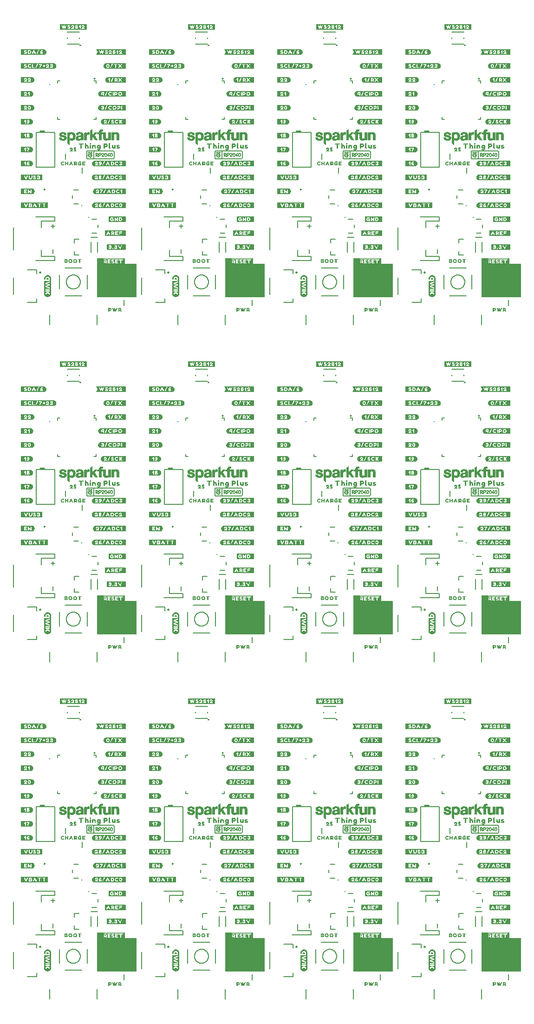
<source format=gto>
G04 EAGLE Gerber RS-274X export*
G75*
%MOMM*%
%FSLAX34Y34*%
%LPD*%
%INSilkscreen Top*%
%IPPOS*%
%AMOC8*
5,1,8,0,0,1.08239X$1,22.5*%
G01*
%ADD10C,0.203200*%
%ADD11C,0.152400*%
%ADD12C,0.254000*%
%ADD13C,0.323106*%
%ADD14C,0.177800*%
%ADD15C,0.127000*%
%ADD16C,0.254000*%
%ADD17R,4.760000X0.020000*%
%ADD18R,4.890000X0.030000*%
%ADD19R,4.960000X0.020000*%
%ADD20R,5.020000X0.030000*%
%ADD21R,5.060000X0.020000*%
%ADD22R,5.090000X0.030000*%
%ADD23R,0.180000X0.020000*%
%ADD24R,0.150000X0.020000*%
%ADD25R,0.150000X0.030000*%
%ADD26R,0.120000X0.020000*%
%ADD27R,0.100000X0.020000*%
%ADD28R,0.130000X0.030000*%
%ADD29R,0.120000X0.030000*%
%ADD30R,0.050000X0.020000*%
%ADD31R,0.040000X0.020000*%
%ADD32R,0.030000X0.020000*%
%ADD33R,0.020000X0.030000*%
%ADD34R,0.030000X0.030000*%
%ADD35R,0.020000X0.020000*%
%ADD36R,0.080000X0.020000*%
%ADD37R,0.340000X0.020000*%
%ADD38R,0.320000X0.020000*%
%ADD39R,0.200000X0.020000*%
%ADD40R,0.170000X0.020000*%
%ADD41R,0.170000X0.030000*%
%ADD42R,0.390000X0.030000*%
%ADD43R,0.370000X0.030000*%
%ADD44R,0.290000X0.030000*%
%ADD45R,0.270000X0.030000*%
%ADD46R,0.100000X0.030000*%
%ADD47R,0.420000X0.020000*%
%ADD48R,0.350000X0.020000*%
%ADD49R,0.130000X0.020000*%
%ADD50R,0.330000X0.020000*%
%ADD51R,0.050000X0.030000*%
%ADD52R,0.220000X0.030000*%
%ADD53R,0.440000X0.030000*%
%ADD54R,0.450000X0.030000*%
%ADD55R,0.070000X0.030000*%
%ADD56R,0.080000X0.030000*%
%ADD57R,0.230000X0.020000*%
%ADD58R,0.220000X0.020000*%
%ADD59R,0.090000X0.020000*%
%ADD60R,0.090000X0.030000*%
%ADD61R,0.070000X0.020000*%
%ADD62R,0.320000X0.030000*%
%ADD63R,0.440000X0.020000*%
%ADD64R,0.470000X0.020000*%
%ADD65R,0.450000X0.020000*%
%ADD66R,0.420000X0.030000*%
%ADD67R,0.370000X0.020000*%
%ADD68R,0.400000X0.020000*%
%ADD69R,0.140000X0.020000*%
%ADD70R,0.140000X0.030000*%
%ADD71R,0.270000X0.020000*%
%ADD72R,5.120000X0.030000*%
%ADD73R,4.920000X0.030000*%

G36*
X462398Y73676D02*
X462398Y73676D01*
X462517Y73683D01*
X462555Y73696D01*
X462596Y73701D01*
X462706Y73744D01*
X462819Y73781D01*
X462854Y73803D01*
X462891Y73818D01*
X462987Y73888D01*
X463088Y73951D01*
X463116Y73981D01*
X463149Y74004D01*
X463225Y74096D01*
X463306Y74183D01*
X463326Y74218D01*
X463351Y74249D01*
X463402Y74357D01*
X463460Y74461D01*
X463470Y74501D01*
X463487Y74537D01*
X463509Y74654D01*
X463539Y74769D01*
X463543Y74830D01*
X463547Y74850D01*
X463545Y74870D01*
X463549Y74930D01*
X463549Y133350D01*
X463534Y133468D01*
X463527Y133587D01*
X463514Y133625D01*
X463509Y133666D01*
X463466Y133776D01*
X463429Y133889D01*
X463407Y133924D01*
X463392Y133961D01*
X463323Y134057D01*
X463259Y134158D01*
X463229Y134186D01*
X463206Y134219D01*
X463114Y134295D01*
X463027Y134376D01*
X462992Y134396D01*
X462961Y134421D01*
X462853Y134472D01*
X462749Y134530D01*
X462709Y134540D01*
X462673Y134557D01*
X462556Y134579D01*
X462441Y134609D01*
X462381Y134613D01*
X462361Y134617D01*
X462340Y134615D01*
X462280Y134619D01*
X441789Y134619D01*
X442035Y134865D01*
X442037Y134877D01*
X442043Y134882D01*
X442038Y134889D01*
X442039Y134892D01*
X442049Y134900D01*
X442049Y144600D01*
X442028Y144628D01*
X442027Y144641D01*
X441727Y144841D01*
X441711Y144840D01*
X441708Y144844D01*
X441704Y144844D01*
X441700Y144849D01*
X403100Y144849D01*
X403095Y144846D01*
X403090Y144848D01*
X403085Y144838D01*
X403053Y144813D01*
X403054Y144811D01*
X403052Y144810D01*
X403051Y144808D01*
X403044Y144823D01*
X403007Y144840D01*
X403000Y144849D01*
X400800Y144849D01*
X400793Y144844D01*
X400790Y144844D01*
X400785Y144841D01*
X400778Y144844D01*
X400648Y144779D01*
X392430Y144779D01*
X392312Y144764D01*
X392193Y144757D01*
X392155Y144744D01*
X392114Y144739D01*
X392004Y144696D01*
X391891Y144659D01*
X391856Y144637D01*
X391819Y144622D01*
X391723Y144553D01*
X391622Y144489D01*
X391594Y144459D01*
X391561Y144436D01*
X391486Y144344D01*
X391404Y144257D01*
X391384Y144222D01*
X391359Y144191D01*
X391308Y144083D01*
X391250Y143979D01*
X391240Y143939D01*
X391223Y143903D01*
X391201Y143786D01*
X391171Y143671D01*
X391167Y143611D01*
X391163Y143591D01*
X391165Y143570D01*
X391161Y143510D01*
X391161Y74930D01*
X391176Y74812D01*
X391183Y74693D01*
X391196Y74655D01*
X391201Y74614D01*
X391244Y74504D01*
X391281Y74391D01*
X391303Y74356D01*
X391318Y74319D01*
X391388Y74223D01*
X391451Y74122D01*
X391481Y74094D01*
X391504Y74061D01*
X391596Y73986D01*
X391683Y73904D01*
X391718Y73884D01*
X391749Y73859D01*
X391857Y73808D01*
X391961Y73750D01*
X392001Y73740D01*
X392037Y73723D01*
X392154Y73701D01*
X392269Y73671D01*
X392330Y73667D01*
X392350Y73663D01*
X392370Y73665D01*
X392430Y73661D01*
X462280Y73661D01*
X462398Y73676D01*
G37*
G36*
X929758Y688356D02*
X929758Y688356D01*
X929877Y688363D01*
X929915Y688376D01*
X929956Y688381D01*
X930066Y688424D01*
X930179Y688461D01*
X930214Y688483D01*
X930251Y688498D01*
X930347Y688568D01*
X930448Y688631D01*
X930476Y688661D01*
X930509Y688684D01*
X930585Y688776D01*
X930666Y688863D01*
X930686Y688898D01*
X930711Y688929D01*
X930762Y689037D01*
X930820Y689141D01*
X930830Y689181D01*
X930847Y689217D01*
X930869Y689334D01*
X930899Y689449D01*
X930903Y689510D01*
X930907Y689530D01*
X930905Y689550D01*
X930909Y689610D01*
X930909Y748030D01*
X930894Y748148D01*
X930887Y748267D01*
X930874Y748305D01*
X930869Y748346D01*
X930826Y748456D01*
X930789Y748569D01*
X930767Y748604D01*
X930752Y748641D01*
X930683Y748737D01*
X930619Y748838D01*
X930589Y748866D01*
X930566Y748899D01*
X930474Y748975D01*
X930387Y749056D01*
X930352Y749076D01*
X930321Y749101D01*
X930213Y749152D01*
X930109Y749210D01*
X930069Y749220D01*
X930033Y749237D01*
X929916Y749259D01*
X929801Y749289D01*
X929741Y749293D01*
X929721Y749297D01*
X929700Y749295D01*
X929640Y749299D01*
X909149Y749299D01*
X909395Y749545D01*
X909397Y749557D01*
X909403Y749562D01*
X909398Y749569D01*
X909399Y749572D01*
X909409Y749580D01*
X909409Y759280D01*
X909388Y759308D01*
X909387Y759321D01*
X909087Y759521D01*
X909071Y759520D01*
X909068Y759524D01*
X909064Y759524D01*
X909060Y759529D01*
X870460Y759529D01*
X870455Y759526D01*
X870450Y759528D01*
X870445Y759518D01*
X870413Y759493D01*
X870414Y759491D01*
X870412Y759490D01*
X870411Y759488D01*
X870404Y759503D01*
X870367Y759520D01*
X870360Y759529D01*
X868160Y759529D01*
X868153Y759524D01*
X868150Y759524D01*
X868145Y759521D01*
X868138Y759524D01*
X868008Y759459D01*
X859790Y759459D01*
X859672Y759444D01*
X859553Y759437D01*
X859515Y759424D01*
X859474Y759419D01*
X859364Y759376D01*
X859251Y759339D01*
X859216Y759317D01*
X859179Y759302D01*
X859083Y759233D01*
X858982Y759169D01*
X858954Y759139D01*
X858921Y759116D01*
X858846Y759024D01*
X858764Y758937D01*
X858744Y758902D01*
X858719Y758871D01*
X858668Y758763D01*
X858610Y758659D01*
X858600Y758619D01*
X858583Y758583D01*
X858561Y758466D01*
X858531Y758351D01*
X858527Y758291D01*
X858523Y758271D01*
X858525Y758250D01*
X858521Y758190D01*
X858521Y689610D01*
X858536Y689492D01*
X858543Y689373D01*
X858556Y689335D01*
X858561Y689294D01*
X858604Y689184D01*
X858641Y689071D01*
X858663Y689036D01*
X858678Y688999D01*
X858748Y688903D01*
X858811Y688802D01*
X858841Y688774D01*
X858864Y688741D01*
X858956Y688666D01*
X859043Y688584D01*
X859078Y688564D01*
X859109Y688539D01*
X859217Y688488D01*
X859321Y688430D01*
X859361Y688420D01*
X859397Y688403D01*
X859514Y688381D01*
X859629Y688351D01*
X859690Y688347D01*
X859710Y688343D01*
X859730Y688345D01*
X859790Y688341D01*
X929640Y688341D01*
X929758Y688356D01*
G37*
G36*
X696078Y688356D02*
X696078Y688356D01*
X696197Y688363D01*
X696235Y688376D01*
X696276Y688381D01*
X696386Y688424D01*
X696499Y688461D01*
X696534Y688483D01*
X696571Y688498D01*
X696667Y688568D01*
X696768Y688631D01*
X696796Y688661D01*
X696829Y688684D01*
X696905Y688776D01*
X696986Y688863D01*
X697006Y688898D01*
X697031Y688929D01*
X697082Y689037D01*
X697140Y689141D01*
X697150Y689181D01*
X697167Y689217D01*
X697189Y689334D01*
X697219Y689449D01*
X697223Y689510D01*
X697227Y689530D01*
X697225Y689550D01*
X697229Y689610D01*
X697229Y748030D01*
X697214Y748148D01*
X697207Y748267D01*
X697194Y748305D01*
X697189Y748346D01*
X697146Y748456D01*
X697109Y748569D01*
X697087Y748604D01*
X697072Y748641D01*
X697003Y748737D01*
X696939Y748838D01*
X696909Y748866D01*
X696886Y748899D01*
X696794Y748975D01*
X696707Y749056D01*
X696672Y749076D01*
X696641Y749101D01*
X696533Y749152D01*
X696429Y749210D01*
X696389Y749220D01*
X696353Y749237D01*
X696236Y749259D01*
X696121Y749289D01*
X696061Y749293D01*
X696041Y749297D01*
X696020Y749295D01*
X695960Y749299D01*
X675469Y749299D01*
X675715Y749545D01*
X675717Y749557D01*
X675723Y749562D01*
X675718Y749569D01*
X675719Y749572D01*
X675729Y749580D01*
X675729Y759280D01*
X675708Y759308D01*
X675707Y759321D01*
X675407Y759521D01*
X675391Y759520D01*
X675388Y759524D01*
X675384Y759524D01*
X675380Y759529D01*
X636780Y759529D01*
X636775Y759526D01*
X636770Y759528D01*
X636765Y759518D01*
X636733Y759493D01*
X636734Y759491D01*
X636732Y759490D01*
X636731Y759488D01*
X636724Y759503D01*
X636687Y759520D01*
X636680Y759529D01*
X634480Y759529D01*
X634473Y759524D01*
X634470Y759524D01*
X634465Y759521D01*
X634458Y759524D01*
X634328Y759459D01*
X626110Y759459D01*
X625992Y759444D01*
X625873Y759437D01*
X625835Y759424D01*
X625794Y759419D01*
X625684Y759376D01*
X625571Y759339D01*
X625536Y759317D01*
X625499Y759302D01*
X625403Y759233D01*
X625302Y759169D01*
X625274Y759139D01*
X625241Y759116D01*
X625166Y759024D01*
X625084Y758937D01*
X625064Y758902D01*
X625039Y758871D01*
X624988Y758763D01*
X624930Y758659D01*
X624920Y758619D01*
X624903Y758583D01*
X624881Y758466D01*
X624851Y758351D01*
X624847Y758291D01*
X624843Y758271D01*
X624845Y758250D01*
X624841Y758190D01*
X624841Y689610D01*
X624856Y689492D01*
X624863Y689373D01*
X624876Y689335D01*
X624881Y689294D01*
X624924Y689184D01*
X624961Y689071D01*
X624983Y689036D01*
X624998Y688999D01*
X625068Y688903D01*
X625131Y688802D01*
X625161Y688774D01*
X625184Y688741D01*
X625276Y688666D01*
X625363Y688584D01*
X625398Y688564D01*
X625429Y688539D01*
X625537Y688488D01*
X625641Y688430D01*
X625681Y688420D01*
X625717Y688403D01*
X625834Y688381D01*
X625949Y688351D01*
X626010Y688347D01*
X626030Y688343D01*
X626050Y688345D01*
X626110Y688341D01*
X695960Y688341D01*
X696078Y688356D01*
G37*
G36*
X462398Y1303036D02*
X462398Y1303036D01*
X462517Y1303043D01*
X462555Y1303056D01*
X462596Y1303061D01*
X462706Y1303104D01*
X462819Y1303141D01*
X462854Y1303163D01*
X462891Y1303178D01*
X462987Y1303248D01*
X463088Y1303311D01*
X463116Y1303341D01*
X463149Y1303364D01*
X463225Y1303456D01*
X463306Y1303543D01*
X463326Y1303578D01*
X463351Y1303609D01*
X463402Y1303717D01*
X463460Y1303821D01*
X463470Y1303861D01*
X463487Y1303897D01*
X463509Y1304014D01*
X463539Y1304129D01*
X463543Y1304190D01*
X463547Y1304210D01*
X463545Y1304230D01*
X463549Y1304290D01*
X463549Y1362710D01*
X463534Y1362828D01*
X463527Y1362947D01*
X463514Y1362985D01*
X463509Y1363026D01*
X463466Y1363136D01*
X463429Y1363249D01*
X463407Y1363284D01*
X463392Y1363321D01*
X463323Y1363417D01*
X463259Y1363518D01*
X463229Y1363546D01*
X463206Y1363579D01*
X463114Y1363655D01*
X463027Y1363736D01*
X462992Y1363756D01*
X462961Y1363781D01*
X462853Y1363832D01*
X462749Y1363890D01*
X462709Y1363900D01*
X462673Y1363917D01*
X462556Y1363939D01*
X462441Y1363969D01*
X462381Y1363973D01*
X462361Y1363977D01*
X462340Y1363975D01*
X462280Y1363979D01*
X441789Y1363979D01*
X442035Y1364225D01*
X442037Y1364237D01*
X442043Y1364242D01*
X442038Y1364249D01*
X442039Y1364252D01*
X442049Y1364260D01*
X442049Y1373960D01*
X442028Y1373988D01*
X442027Y1374001D01*
X441727Y1374201D01*
X441711Y1374200D01*
X441708Y1374204D01*
X441704Y1374204D01*
X441700Y1374209D01*
X403100Y1374209D01*
X403095Y1374206D01*
X403090Y1374208D01*
X403085Y1374198D01*
X403053Y1374173D01*
X403054Y1374171D01*
X403052Y1374170D01*
X403051Y1374168D01*
X403044Y1374183D01*
X403007Y1374200D01*
X403000Y1374209D01*
X400800Y1374209D01*
X400793Y1374204D01*
X400790Y1374204D01*
X400785Y1374201D01*
X400778Y1374204D01*
X400648Y1374139D01*
X392430Y1374139D01*
X392312Y1374124D01*
X392193Y1374117D01*
X392155Y1374104D01*
X392114Y1374099D01*
X392004Y1374056D01*
X391891Y1374019D01*
X391856Y1373997D01*
X391819Y1373982D01*
X391723Y1373913D01*
X391622Y1373849D01*
X391594Y1373819D01*
X391561Y1373796D01*
X391486Y1373704D01*
X391404Y1373617D01*
X391384Y1373582D01*
X391359Y1373551D01*
X391308Y1373443D01*
X391250Y1373339D01*
X391240Y1373299D01*
X391223Y1373263D01*
X391201Y1373146D01*
X391171Y1373031D01*
X391167Y1372971D01*
X391163Y1372951D01*
X391165Y1372930D01*
X391161Y1372870D01*
X391161Y1304290D01*
X391176Y1304172D01*
X391183Y1304053D01*
X391196Y1304015D01*
X391201Y1303974D01*
X391244Y1303864D01*
X391281Y1303751D01*
X391303Y1303716D01*
X391318Y1303679D01*
X391388Y1303583D01*
X391451Y1303482D01*
X391481Y1303454D01*
X391504Y1303421D01*
X391596Y1303346D01*
X391683Y1303264D01*
X391718Y1303244D01*
X391749Y1303219D01*
X391857Y1303168D01*
X391961Y1303110D01*
X392001Y1303100D01*
X392037Y1303083D01*
X392154Y1303061D01*
X392269Y1303031D01*
X392330Y1303027D01*
X392350Y1303023D01*
X392370Y1303025D01*
X392430Y1303021D01*
X462280Y1303021D01*
X462398Y1303036D01*
G37*
G36*
X696078Y73676D02*
X696078Y73676D01*
X696197Y73683D01*
X696235Y73696D01*
X696276Y73701D01*
X696386Y73744D01*
X696499Y73781D01*
X696534Y73803D01*
X696571Y73818D01*
X696667Y73888D01*
X696768Y73951D01*
X696796Y73981D01*
X696829Y74004D01*
X696905Y74096D01*
X696986Y74183D01*
X697006Y74218D01*
X697031Y74249D01*
X697082Y74357D01*
X697140Y74461D01*
X697150Y74501D01*
X697167Y74537D01*
X697189Y74654D01*
X697219Y74769D01*
X697223Y74830D01*
X697227Y74850D01*
X697225Y74870D01*
X697229Y74930D01*
X697229Y133350D01*
X697214Y133468D01*
X697207Y133587D01*
X697194Y133625D01*
X697189Y133666D01*
X697146Y133776D01*
X697109Y133889D01*
X697087Y133924D01*
X697072Y133961D01*
X697003Y134057D01*
X696939Y134158D01*
X696909Y134186D01*
X696886Y134219D01*
X696794Y134295D01*
X696707Y134376D01*
X696672Y134396D01*
X696641Y134421D01*
X696533Y134472D01*
X696429Y134530D01*
X696389Y134540D01*
X696353Y134557D01*
X696236Y134579D01*
X696121Y134609D01*
X696061Y134613D01*
X696041Y134617D01*
X696020Y134615D01*
X695960Y134619D01*
X675469Y134619D01*
X675715Y134865D01*
X675717Y134877D01*
X675723Y134882D01*
X675718Y134889D01*
X675719Y134892D01*
X675729Y134900D01*
X675729Y144600D01*
X675708Y144628D01*
X675707Y144641D01*
X675407Y144841D01*
X675391Y144840D01*
X675388Y144844D01*
X675384Y144844D01*
X675380Y144849D01*
X636780Y144849D01*
X636775Y144846D01*
X636770Y144848D01*
X636765Y144838D01*
X636733Y144813D01*
X636734Y144811D01*
X636732Y144810D01*
X636731Y144808D01*
X636724Y144823D01*
X636687Y144840D01*
X636680Y144849D01*
X634480Y144849D01*
X634473Y144844D01*
X634470Y144844D01*
X634465Y144841D01*
X634458Y144844D01*
X634328Y144779D01*
X626110Y144779D01*
X625992Y144764D01*
X625873Y144757D01*
X625835Y144744D01*
X625794Y144739D01*
X625684Y144696D01*
X625571Y144659D01*
X625536Y144637D01*
X625499Y144622D01*
X625403Y144553D01*
X625302Y144489D01*
X625274Y144459D01*
X625241Y144436D01*
X625166Y144344D01*
X625084Y144257D01*
X625064Y144222D01*
X625039Y144191D01*
X624988Y144083D01*
X624930Y143979D01*
X624920Y143939D01*
X624903Y143903D01*
X624881Y143786D01*
X624851Y143671D01*
X624847Y143611D01*
X624843Y143591D01*
X624845Y143570D01*
X624841Y143510D01*
X624841Y74930D01*
X624856Y74812D01*
X624863Y74693D01*
X624876Y74655D01*
X624881Y74614D01*
X624924Y74504D01*
X624961Y74391D01*
X624983Y74356D01*
X624998Y74319D01*
X625068Y74223D01*
X625131Y74122D01*
X625161Y74094D01*
X625184Y74061D01*
X625276Y73986D01*
X625363Y73904D01*
X625398Y73884D01*
X625429Y73859D01*
X625537Y73808D01*
X625641Y73750D01*
X625681Y73740D01*
X625717Y73723D01*
X625834Y73701D01*
X625949Y73671D01*
X626010Y73667D01*
X626030Y73663D01*
X626050Y73665D01*
X626110Y73661D01*
X695960Y73661D01*
X696078Y73676D01*
G37*
G36*
X228718Y73676D02*
X228718Y73676D01*
X228837Y73683D01*
X228875Y73696D01*
X228916Y73701D01*
X229026Y73744D01*
X229139Y73781D01*
X229174Y73803D01*
X229211Y73818D01*
X229307Y73888D01*
X229408Y73951D01*
X229436Y73981D01*
X229469Y74004D01*
X229545Y74096D01*
X229626Y74183D01*
X229646Y74218D01*
X229671Y74249D01*
X229722Y74357D01*
X229780Y74461D01*
X229790Y74501D01*
X229807Y74537D01*
X229829Y74654D01*
X229859Y74769D01*
X229863Y74830D01*
X229867Y74850D01*
X229865Y74870D01*
X229869Y74930D01*
X229869Y133350D01*
X229854Y133468D01*
X229847Y133587D01*
X229834Y133625D01*
X229829Y133666D01*
X229786Y133776D01*
X229749Y133889D01*
X229727Y133924D01*
X229712Y133961D01*
X229643Y134057D01*
X229579Y134158D01*
X229549Y134186D01*
X229526Y134219D01*
X229434Y134295D01*
X229347Y134376D01*
X229312Y134396D01*
X229281Y134421D01*
X229173Y134472D01*
X229069Y134530D01*
X229029Y134540D01*
X228993Y134557D01*
X228876Y134579D01*
X228761Y134609D01*
X228701Y134613D01*
X228681Y134617D01*
X228660Y134615D01*
X228600Y134619D01*
X208109Y134619D01*
X208355Y134865D01*
X208357Y134877D01*
X208363Y134882D01*
X208358Y134889D01*
X208359Y134892D01*
X208369Y134900D01*
X208369Y144600D01*
X208348Y144628D01*
X208347Y144641D01*
X208047Y144841D01*
X208031Y144840D01*
X208028Y144844D01*
X208024Y144844D01*
X208020Y144849D01*
X169420Y144849D01*
X169415Y144846D01*
X169410Y144848D01*
X169405Y144838D01*
X169373Y144813D01*
X169374Y144811D01*
X169372Y144810D01*
X169371Y144808D01*
X169364Y144823D01*
X169327Y144840D01*
X169320Y144849D01*
X167120Y144849D01*
X167113Y144844D01*
X167110Y144844D01*
X167105Y144841D01*
X167098Y144844D01*
X166968Y144779D01*
X158750Y144779D01*
X158632Y144764D01*
X158513Y144757D01*
X158475Y144744D01*
X158434Y144739D01*
X158324Y144696D01*
X158211Y144659D01*
X158176Y144637D01*
X158139Y144622D01*
X158043Y144553D01*
X157942Y144489D01*
X157914Y144459D01*
X157881Y144436D01*
X157806Y144344D01*
X157724Y144257D01*
X157704Y144222D01*
X157679Y144191D01*
X157628Y144083D01*
X157570Y143979D01*
X157560Y143939D01*
X157543Y143903D01*
X157521Y143786D01*
X157491Y143671D01*
X157487Y143611D01*
X157483Y143591D01*
X157485Y143570D01*
X157481Y143510D01*
X157481Y74930D01*
X157496Y74812D01*
X157503Y74693D01*
X157516Y74655D01*
X157521Y74614D01*
X157564Y74504D01*
X157601Y74391D01*
X157623Y74356D01*
X157638Y74319D01*
X157708Y74223D01*
X157771Y74122D01*
X157801Y74094D01*
X157824Y74061D01*
X157916Y73986D01*
X158003Y73904D01*
X158038Y73884D01*
X158069Y73859D01*
X158177Y73808D01*
X158281Y73750D01*
X158321Y73740D01*
X158357Y73723D01*
X158474Y73701D01*
X158589Y73671D01*
X158650Y73667D01*
X158670Y73663D01*
X158690Y73665D01*
X158750Y73661D01*
X228600Y73661D01*
X228718Y73676D01*
G37*
G36*
X462398Y688356D02*
X462398Y688356D01*
X462517Y688363D01*
X462555Y688376D01*
X462596Y688381D01*
X462706Y688424D01*
X462819Y688461D01*
X462854Y688483D01*
X462891Y688498D01*
X462987Y688568D01*
X463088Y688631D01*
X463116Y688661D01*
X463149Y688684D01*
X463225Y688776D01*
X463306Y688863D01*
X463326Y688898D01*
X463351Y688929D01*
X463402Y689037D01*
X463460Y689141D01*
X463470Y689181D01*
X463487Y689217D01*
X463509Y689334D01*
X463539Y689449D01*
X463543Y689510D01*
X463547Y689530D01*
X463545Y689550D01*
X463549Y689610D01*
X463549Y748030D01*
X463534Y748148D01*
X463527Y748267D01*
X463514Y748305D01*
X463509Y748346D01*
X463466Y748456D01*
X463429Y748569D01*
X463407Y748604D01*
X463392Y748641D01*
X463323Y748737D01*
X463259Y748838D01*
X463229Y748866D01*
X463206Y748899D01*
X463114Y748975D01*
X463027Y749056D01*
X462992Y749076D01*
X462961Y749101D01*
X462853Y749152D01*
X462749Y749210D01*
X462709Y749220D01*
X462673Y749237D01*
X462556Y749259D01*
X462441Y749289D01*
X462381Y749293D01*
X462361Y749297D01*
X462340Y749295D01*
X462280Y749299D01*
X441789Y749299D01*
X442035Y749545D01*
X442037Y749557D01*
X442043Y749562D01*
X442038Y749569D01*
X442039Y749572D01*
X442049Y749580D01*
X442049Y759280D01*
X442028Y759308D01*
X442027Y759321D01*
X441727Y759521D01*
X441711Y759520D01*
X441708Y759524D01*
X441704Y759524D01*
X441700Y759529D01*
X403100Y759529D01*
X403095Y759526D01*
X403090Y759528D01*
X403085Y759518D01*
X403053Y759493D01*
X403054Y759491D01*
X403052Y759490D01*
X403051Y759488D01*
X403044Y759503D01*
X403007Y759520D01*
X403000Y759529D01*
X400800Y759529D01*
X400793Y759524D01*
X400790Y759524D01*
X400785Y759521D01*
X400778Y759524D01*
X400648Y759459D01*
X392430Y759459D01*
X392312Y759444D01*
X392193Y759437D01*
X392155Y759424D01*
X392114Y759419D01*
X392004Y759376D01*
X391891Y759339D01*
X391856Y759317D01*
X391819Y759302D01*
X391723Y759233D01*
X391622Y759169D01*
X391594Y759139D01*
X391561Y759116D01*
X391486Y759024D01*
X391404Y758937D01*
X391384Y758902D01*
X391359Y758871D01*
X391308Y758763D01*
X391250Y758659D01*
X391240Y758619D01*
X391223Y758583D01*
X391201Y758466D01*
X391171Y758351D01*
X391167Y758291D01*
X391163Y758271D01*
X391165Y758250D01*
X391161Y758190D01*
X391161Y689610D01*
X391176Y689492D01*
X391183Y689373D01*
X391196Y689335D01*
X391201Y689294D01*
X391244Y689184D01*
X391281Y689071D01*
X391303Y689036D01*
X391318Y688999D01*
X391388Y688903D01*
X391451Y688802D01*
X391481Y688774D01*
X391504Y688741D01*
X391596Y688666D01*
X391683Y688584D01*
X391718Y688564D01*
X391749Y688539D01*
X391857Y688488D01*
X391961Y688430D01*
X392001Y688420D01*
X392037Y688403D01*
X392154Y688381D01*
X392269Y688351D01*
X392330Y688347D01*
X392350Y688343D01*
X392370Y688345D01*
X392430Y688341D01*
X462280Y688341D01*
X462398Y688356D01*
G37*
G36*
X696078Y1303036D02*
X696078Y1303036D01*
X696197Y1303043D01*
X696235Y1303056D01*
X696276Y1303061D01*
X696386Y1303104D01*
X696499Y1303141D01*
X696534Y1303163D01*
X696571Y1303178D01*
X696667Y1303248D01*
X696768Y1303311D01*
X696796Y1303341D01*
X696829Y1303364D01*
X696905Y1303456D01*
X696986Y1303543D01*
X697006Y1303578D01*
X697031Y1303609D01*
X697082Y1303717D01*
X697140Y1303821D01*
X697150Y1303861D01*
X697167Y1303897D01*
X697189Y1304014D01*
X697219Y1304129D01*
X697223Y1304190D01*
X697227Y1304210D01*
X697225Y1304230D01*
X697229Y1304290D01*
X697229Y1362710D01*
X697214Y1362828D01*
X697207Y1362947D01*
X697194Y1362985D01*
X697189Y1363026D01*
X697146Y1363136D01*
X697109Y1363249D01*
X697087Y1363284D01*
X697072Y1363321D01*
X697003Y1363417D01*
X696939Y1363518D01*
X696909Y1363546D01*
X696886Y1363579D01*
X696794Y1363655D01*
X696707Y1363736D01*
X696672Y1363756D01*
X696641Y1363781D01*
X696533Y1363832D01*
X696429Y1363890D01*
X696389Y1363900D01*
X696353Y1363917D01*
X696236Y1363939D01*
X696121Y1363969D01*
X696061Y1363973D01*
X696041Y1363977D01*
X696020Y1363975D01*
X695960Y1363979D01*
X675469Y1363979D01*
X675715Y1364225D01*
X675717Y1364237D01*
X675723Y1364242D01*
X675718Y1364249D01*
X675719Y1364252D01*
X675729Y1364260D01*
X675729Y1373960D01*
X675708Y1373988D01*
X675707Y1374001D01*
X675407Y1374201D01*
X675391Y1374200D01*
X675388Y1374204D01*
X675384Y1374204D01*
X675380Y1374209D01*
X636780Y1374209D01*
X636775Y1374206D01*
X636770Y1374208D01*
X636765Y1374198D01*
X636733Y1374173D01*
X636734Y1374171D01*
X636732Y1374170D01*
X636731Y1374168D01*
X636724Y1374183D01*
X636687Y1374200D01*
X636680Y1374209D01*
X634480Y1374209D01*
X634473Y1374204D01*
X634470Y1374204D01*
X634465Y1374201D01*
X634458Y1374204D01*
X634328Y1374139D01*
X626110Y1374139D01*
X625992Y1374124D01*
X625873Y1374117D01*
X625835Y1374104D01*
X625794Y1374099D01*
X625684Y1374056D01*
X625571Y1374019D01*
X625536Y1373997D01*
X625499Y1373982D01*
X625403Y1373913D01*
X625302Y1373849D01*
X625274Y1373819D01*
X625241Y1373796D01*
X625166Y1373704D01*
X625084Y1373617D01*
X625064Y1373582D01*
X625039Y1373551D01*
X624988Y1373443D01*
X624930Y1373339D01*
X624920Y1373299D01*
X624903Y1373263D01*
X624881Y1373146D01*
X624851Y1373031D01*
X624847Y1372971D01*
X624843Y1372951D01*
X624845Y1372930D01*
X624841Y1372870D01*
X624841Y1304290D01*
X624856Y1304172D01*
X624863Y1304053D01*
X624876Y1304015D01*
X624881Y1303974D01*
X624924Y1303864D01*
X624961Y1303751D01*
X624983Y1303716D01*
X624998Y1303679D01*
X625068Y1303583D01*
X625131Y1303482D01*
X625161Y1303454D01*
X625184Y1303421D01*
X625276Y1303346D01*
X625363Y1303264D01*
X625398Y1303244D01*
X625429Y1303219D01*
X625537Y1303168D01*
X625641Y1303110D01*
X625681Y1303100D01*
X625717Y1303083D01*
X625834Y1303061D01*
X625949Y1303031D01*
X626010Y1303027D01*
X626030Y1303023D01*
X626050Y1303025D01*
X626110Y1303021D01*
X695960Y1303021D01*
X696078Y1303036D01*
G37*
G36*
X929758Y1303036D02*
X929758Y1303036D01*
X929877Y1303043D01*
X929915Y1303056D01*
X929956Y1303061D01*
X930066Y1303104D01*
X930179Y1303141D01*
X930214Y1303163D01*
X930251Y1303178D01*
X930347Y1303248D01*
X930448Y1303311D01*
X930476Y1303341D01*
X930509Y1303364D01*
X930585Y1303456D01*
X930666Y1303543D01*
X930686Y1303578D01*
X930711Y1303609D01*
X930762Y1303717D01*
X930820Y1303821D01*
X930830Y1303861D01*
X930847Y1303897D01*
X930869Y1304014D01*
X930899Y1304129D01*
X930903Y1304190D01*
X930907Y1304210D01*
X930905Y1304230D01*
X930909Y1304290D01*
X930909Y1362710D01*
X930894Y1362828D01*
X930887Y1362947D01*
X930874Y1362985D01*
X930869Y1363026D01*
X930826Y1363136D01*
X930789Y1363249D01*
X930767Y1363284D01*
X930752Y1363321D01*
X930683Y1363417D01*
X930619Y1363518D01*
X930589Y1363546D01*
X930566Y1363579D01*
X930474Y1363655D01*
X930387Y1363736D01*
X930352Y1363756D01*
X930321Y1363781D01*
X930213Y1363832D01*
X930109Y1363890D01*
X930069Y1363900D01*
X930033Y1363917D01*
X929916Y1363939D01*
X929801Y1363969D01*
X929741Y1363973D01*
X929721Y1363977D01*
X929700Y1363975D01*
X929640Y1363979D01*
X909149Y1363979D01*
X909395Y1364225D01*
X909397Y1364237D01*
X909403Y1364242D01*
X909398Y1364249D01*
X909399Y1364252D01*
X909409Y1364260D01*
X909409Y1373960D01*
X909388Y1373988D01*
X909387Y1374001D01*
X909087Y1374201D01*
X909071Y1374200D01*
X909068Y1374204D01*
X909064Y1374204D01*
X909060Y1374209D01*
X870460Y1374209D01*
X870455Y1374206D01*
X870450Y1374208D01*
X870445Y1374198D01*
X870413Y1374173D01*
X870414Y1374171D01*
X870412Y1374170D01*
X870411Y1374168D01*
X870404Y1374183D01*
X870367Y1374200D01*
X870360Y1374209D01*
X868160Y1374209D01*
X868153Y1374204D01*
X868150Y1374204D01*
X868145Y1374201D01*
X868138Y1374204D01*
X868008Y1374139D01*
X859790Y1374139D01*
X859672Y1374124D01*
X859553Y1374117D01*
X859515Y1374104D01*
X859474Y1374099D01*
X859364Y1374056D01*
X859251Y1374019D01*
X859216Y1373997D01*
X859179Y1373982D01*
X859083Y1373913D01*
X858982Y1373849D01*
X858954Y1373819D01*
X858921Y1373796D01*
X858846Y1373704D01*
X858764Y1373617D01*
X858744Y1373582D01*
X858719Y1373551D01*
X858668Y1373443D01*
X858610Y1373339D01*
X858600Y1373299D01*
X858583Y1373263D01*
X858561Y1373146D01*
X858531Y1373031D01*
X858527Y1372971D01*
X858523Y1372951D01*
X858525Y1372930D01*
X858521Y1372870D01*
X858521Y1304290D01*
X858536Y1304172D01*
X858543Y1304053D01*
X858556Y1304015D01*
X858561Y1303974D01*
X858604Y1303864D01*
X858641Y1303751D01*
X858663Y1303716D01*
X858678Y1303679D01*
X858748Y1303583D01*
X858811Y1303482D01*
X858841Y1303454D01*
X858864Y1303421D01*
X858956Y1303346D01*
X859043Y1303264D01*
X859078Y1303244D01*
X859109Y1303219D01*
X859217Y1303168D01*
X859321Y1303110D01*
X859361Y1303100D01*
X859397Y1303083D01*
X859514Y1303061D01*
X859629Y1303031D01*
X859690Y1303027D01*
X859710Y1303023D01*
X859730Y1303025D01*
X859790Y1303021D01*
X929640Y1303021D01*
X929758Y1303036D01*
G37*
G36*
X929758Y73676D02*
X929758Y73676D01*
X929877Y73683D01*
X929915Y73696D01*
X929956Y73701D01*
X930066Y73744D01*
X930179Y73781D01*
X930214Y73803D01*
X930251Y73818D01*
X930347Y73888D01*
X930448Y73951D01*
X930476Y73981D01*
X930509Y74004D01*
X930585Y74096D01*
X930666Y74183D01*
X930686Y74218D01*
X930711Y74249D01*
X930762Y74357D01*
X930820Y74461D01*
X930830Y74501D01*
X930847Y74537D01*
X930869Y74654D01*
X930899Y74769D01*
X930903Y74830D01*
X930907Y74850D01*
X930905Y74870D01*
X930909Y74930D01*
X930909Y133350D01*
X930894Y133468D01*
X930887Y133587D01*
X930874Y133625D01*
X930869Y133666D01*
X930826Y133776D01*
X930789Y133889D01*
X930767Y133924D01*
X930752Y133961D01*
X930683Y134057D01*
X930619Y134158D01*
X930589Y134186D01*
X930566Y134219D01*
X930474Y134295D01*
X930387Y134376D01*
X930352Y134396D01*
X930321Y134421D01*
X930213Y134472D01*
X930109Y134530D01*
X930069Y134540D01*
X930033Y134557D01*
X929916Y134579D01*
X929801Y134609D01*
X929741Y134613D01*
X929721Y134617D01*
X929700Y134615D01*
X929640Y134619D01*
X909149Y134619D01*
X909395Y134865D01*
X909397Y134877D01*
X909403Y134882D01*
X909398Y134889D01*
X909399Y134892D01*
X909409Y134900D01*
X909409Y144600D01*
X909388Y144628D01*
X909387Y144641D01*
X909087Y144841D01*
X909071Y144840D01*
X909068Y144844D01*
X909064Y144844D01*
X909060Y144849D01*
X870460Y144849D01*
X870455Y144846D01*
X870450Y144848D01*
X870445Y144838D01*
X870413Y144813D01*
X870414Y144811D01*
X870412Y144810D01*
X870411Y144808D01*
X870404Y144823D01*
X870367Y144840D01*
X870360Y144849D01*
X868160Y144849D01*
X868153Y144844D01*
X868150Y144844D01*
X868145Y144841D01*
X868138Y144844D01*
X868008Y144779D01*
X859790Y144779D01*
X859672Y144764D01*
X859553Y144757D01*
X859515Y144744D01*
X859474Y144739D01*
X859364Y144696D01*
X859251Y144659D01*
X859216Y144637D01*
X859179Y144622D01*
X859083Y144553D01*
X858982Y144489D01*
X858954Y144459D01*
X858921Y144436D01*
X858846Y144344D01*
X858764Y144257D01*
X858744Y144222D01*
X858719Y144191D01*
X858668Y144083D01*
X858610Y143979D01*
X858600Y143939D01*
X858583Y143903D01*
X858561Y143786D01*
X858531Y143671D01*
X858527Y143611D01*
X858523Y143591D01*
X858525Y143570D01*
X858521Y143510D01*
X858521Y74930D01*
X858536Y74812D01*
X858543Y74693D01*
X858556Y74655D01*
X858561Y74614D01*
X858604Y74504D01*
X858641Y74391D01*
X858663Y74356D01*
X858678Y74319D01*
X858748Y74223D01*
X858811Y74122D01*
X858841Y74094D01*
X858864Y74061D01*
X858956Y73986D01*
X859043Y73904D01*
X859078Y73884D01*
X859109Y73859D01*
X859217Y73808D01*
X859321Y73750D01*
X859361Y73740D01*
X859397Y73723D01*
X859514Y73701D01*
X859629Y73671D01*
X859690Y73667D01*
X859710Y73663D01*
X859730Y73665D01*
X859790Y73661D01*
X929640Y73661D01*
X929758Y73676D01*
G37*
G36*
X228718Y1303036D02*
X228718Y1303036D01*
X228837Y1303043D01*
X228875Y1303056D01*
X228916Y1303061D01*
X229026Y1303104D01*
X229139Y1303141D01*
X229174Y1303163D01*
X229211Y1303178D01*
X229307Y1303248D01*
X229408Y1303311D01*
X229436Y1303341D01*
X229469Y1303364D01*
X229545Y1303456D01*
X229626Y1303543D01*
X229646Y1303578D01*
X229671Y1303609D01*
X229722Y1303717D01*
X229780Y1303821D01*
X229790Y1303861D01*
X229807Y1303897D01*
X229829Y1304014D01*
X229859Y1304129D01*
X229863Y1304190D01*
X229867Y1304210D01*
X229865Y1304230D01*
X229869Y1304290D01*
X229869Y1362710D01*
X229854Y1362828D01*
X229847Y1362947D01*
X229834Y1362985D01*
X229829Y1363026D01*
X229786Y1363136D01*
X229749Y1363249D01*
X229727Y1363284D01*
X229712Y1363321D01*
X229643Y1363417D01*
X229579Y1363518D01*
X229549Y1363546D01*
X229526Y1363579D01*
X229434Y1363655D01*
X229347Y1363736D01*
X229312Y1363756D01*
X229281Y1363781D01*
X229173Y1363832D01*
X229069Y1363890D01*
X229029Y1363900D01*
X228993Y1363917D01*
X228876Y1363939D01*
X228761Y1363969D01*
X228701Y1363973D01*
X228681Y1363977D01*
X228660Y1363975D01*
X228600Y1363979D01*
X208109Y1363979D01*
X208355Y1364225D01*
X208357Y1364237D01*
X208363Y1364242D01*
X208358Y1364249D01*
X208359Y1364252D01*
X208369Y1364260D01*
X208369Y1373960D01*
X208348Y1373988D01*
X208347Y1374001D01*
X208047Y1374201D01*
X208031Y1374200D01*
X208028Y1374204D01*
X208024Y1374204D01*
X208020Y1374209D01*
X169420Y1374209D01*
X169415Y1374206D01*
X169410Y1374208D01*
X169405Y1374198D01*
X169373Y1374173D01*
X169374Y1374171D01*
X169372Y1374170D01*
X169371Y1374168D01*
X169364Y1374183D01*
X169327Y1374200D01*
X169320Y1374209D01*
X167120Y1374209D01*
X167113Y1374204D01*
X167110Y1374204D01*
X167105Y1374201D01*
X167098Y1374204D01*
X166968Y1374139D01*
X158750Y1374139D01*
X158632Y1374124D01*
X158513Y1374117D01*
X158475Y1374104D01*
X158434Y1374099D01*
X158324Y1374056D01*
X158211Y1374019D01*
X158176Y1373997D01*
X158139Y1373982D01*
X158043Y1373913D01*
X157942Y1373849D01*
X157914Y1373819D01*
X157881Y1373796D01*
X157806Y1373704D01*
X157724Y1373617D01*
X157704Y1373582D01*
X157679Y1373551D01*
X157628Y1373443D01*
X157570Y1373339D01*
X157560Y1373299D01*
X157543Y1373263D01*
X157521Y1373146D01*
X157491Y1373031D01*
X157487Y1372971D01*
X157483Y1372951D01*
X157485Y1372930D01*
X157481Y1372870D01*
X157481Y1304290D01*
X157496Y1304172D01*
X157503Y1304053D01*
X157516Y1304015D01*
X157521Y1303974D01*
X157564Y1303864D01*
X157601Y1303751D01*
X157623Y1303716D01*
X157638Y1303679D01*
X157708Y1303583D01*
X157771Y1303482D01*
X157801Y1303454D01*
X157824Y1303421D01*
X157916Y1303346D01*
X158003Y1303264D01*
X158038Y1303244D01*
X158069Y1303219D01*
X158177Y1303168D01*
X158281Y1303110D01*
X158321Y1303100D01*
X158357Y1303083D01*
X158474Y1303061D01*
X158589Y1303031D01*
X158650Y1303027D01*
X158670Y1303023D01*
X158690Y1303025D01*
X158750Y1303021D01*
X228600Y1303021D01*
X228718Y1303036D01*
G37*
G36*
X228718Y688356D02*
X228718Y688356D01*
X228837Y688363D01*
X228875Y688376D01*
X228916Y688381D01*
X229026Y688424D01*
X229139Y688461D01*
X229174Y688483D01*
X229211Y688498D01*
X229307Y688568D01*
X229408Y688631D01*
X229436Y688661D01*
X229469Y688684D01*
X229545Y688776D01*
X229626Y688863D01*
X229646Y688898D01*
X229671Y688929D01*
X229722Y689037D01*
X229780Y689141D01*
X229790Y689181D01*
X229807Y689217D01*
X229829Y689334D01*
X229859Y689449D01*
X229863Y689510D01*
X229867Y689530D01*
X229865Y689550D01*
X229869Y689610D01*
X229869Y748030D01*
X229854Y748148D01*
X229847Y748267D01*
X229834Y748305D01*
X229829Y748346D01*
X229786Y748456D01*
X229749Y748569D01*
X229727Y748604D01*
X229712Y748641D01*
X229643Y748737D01*
X229579Y748838D01*
X229549Y748866D01*
X229526Y748899D01*
X229434Y748975D01*
X229347Y749056D01*
X229312Y749076D01*
X229281Y749101D01*
X229173Y749152D01*
X229069Y749210D01*
X229029Y749220D01*
X228993Y749237D01*
X228876Y749259D01*
X228761Y749289D01*
X228701Y749293D01*
X228681Y749297D01*
X228660Y749295D01*
X228600Y749299D01*
X208109Y749299D01*
X208355Y749545D01*
X208357Y749557D01*
X208363Y749562D01*
X208358Y749569D01*
X208359Y749572D01*
X208369Y749580D01*
X208369Y759280D01*
X208348Y759308D01*
X208347Y759321D01*
X208047Y759521D01*
X208031Y759520D01*
X208028Y759524D01*
X208024Y759524D01*
X208020Y759529D01*
X169420Y759529D01*
X169415Y759526D01*
X169410Y759528D01*
X169405Y759518D01*
X169373Y759493D01*
X169374Y759491D01*
X169372Y759490D01*
X169371Y759488D01*
X169364Y759503D01*
X169327Y759520D01*
X169320Y759529D01*
X167120Y759529D01*
X167113Y759524D01*
X167110Y759524D01*
X167105Y759521D01*
X167098Y759524D01*
X166968Y759459D01*
X158750Y759459D01*
X158632Y759444D01*
X158513Y759437D01*
X158475Y759424D01*
X158434Y759419D01*
X158324Y759376D01*
X158211Y759339D01*
X158176Y759317D01*
X158139Y759302D01*
X158043Y759233D01*
X157942Y759169D01*
X157914Y759139D01*
X157881Y759116D01*
X157806Y759024D01*
X157724Y758937D01*
X157704Y758902D01*
X157679Y758871D01*
X157628Y758763D01*
X157570Y758659D01*
X157560Y758619D01*
X157543Y758583D01*
X157521Y758466D01*
X157491Y758351D01*
X157487Y758291D01*
X157483Y758271D01*
X157485Y758250D01*
X157481Y758190D01*
X157481Y689610D01*
X157496Y689492D01*
X157503Y689373D01*
X157516Y689335D01*
X157521Y689294D01*
X157564Y689184D01*
X157601Y689071D01*
X157623Y689036D01*
X157638Y688999D01*
X157708Y688903D01*
X157771Y688802D01*
X157801Y688774D01*
X157824Y688741D01*
X157916Y688666D01*
X158003Y688584D01*
X158038Y688564D01*
X158069Y688539D01*
X158177Y688488D01*
X158281Y688430D01*
X158321Y688420D01*
X158357Y688403D01*
X158474Y688381D01*
X158589Y688351D01*
X158650Y688347D01*
X158670Y688343D01*
X158690Y688345D01*
X158750Y688341D01*
X228600Y688341D01*
X228718Y688356D01*
G37*
G36*
X546276Y490155D02*
X546276Y490155D01*
X546280Y490152D01*
X546780Y490252D01*
X546784Y490257D01*
X546788Y490254D01*
X547285Y490453D01*
X547682Y490552D01*
X547689Y490561D01*
X547695Y490558D01*
X548193Y490857D01*
X548592Y491056D01*
X548595Y491062D01*
X548600Y491061D01*
X549000Y491361D01*
X549001Y491366D01*
X549005Y491365D01*
X549405Y491765D01*
X549406Y491770D01*
X549409Y491770D01*
X550309Y492970D01*
X550309Y492980D01*
X550316Y492982D01*
X550516Y493482D01*
X550515Y493485D01*
X550517Y493486D01*
X550515Y493489D01*
X550518Y493490D01*
X550818Y494990D01*
X550815Y494997D01*
X550819Y495000D01*
X550819Y496000D01*
X550815Y496006D01*
X550818Y496010D01*
X550718Y496510D01*
X550713Y496514D01*
X550716Y496518D01*
X550516Y497018D01*
X550513Y497020D01*
X550514Y497022D01*
X550315Y497420D01*
X550116Y497918D01*
X550108Y497923D01*
X550109Y497930D01*
X549509Y498730D01*
X549504Y498731D01*
X549505Y498735D01*
X549105Y499135D01*
X549100Y499136D01*
X549100Y499139D01*
X548300Y499739D01*
X548293Y499739D01*
X548292Y499744D01*
X547892Y499944D01*
X547889Y499943D01*
X547888Y499946D01*
X547388Y500146D01*
X547382Y500144D01*
X547380Y500148D01*
X545880Y500448D01*
X545873Y500445D01*
X545870Y500449D01*
X486570Y500449D01*
X486537Y500424D01*
X486526Y500422D01*
X486326Y500022D01*
X486327Y500017D01*
X486323Y500014D01*
X486329Y500006D01*
X486321Y500000D01*
X486321Y490400D01*
X486346Y490367D01*
X486348Y490356D01*
X486748Y490156D01*
X486764Y490159D01*
X486770Y490151D01*
X546270Y490151D01*
X546276Y490155D01*
G37*
G36*
X78916Y490155D02*
X78916Y490155D01*
X78920Y490152D01*
X79420Y490252D01*
X79424Y490257D01*
X79428Y490254D01*
X79925Y490453D01*
X80322Y490552D01*
X80329Y490561D01*
X80335Y490558D01*
X80833Y490857D01*
X81232Y491056D01*
X81235Y491062D01*
X81240Y491061D01*
X81640Y491361D01*
X81641Y491366D01*
X81645Y491365D01*
X82045Y491765D01*
X82046Y491770D01*
X82049Y491770D01*
X82949Y492970D01*
X82949Y492980D01*
X82956Y492982D01*
X83156Y493482D01*
X83155Y493485D01*
X83157Y493486D01*
X83155Y493489D01*
X83158Y493490D01*
X83458Y494990D01*
X83455Y494997D01*
X83459Y495000D01*
X83459Y496000D01*
X83455Y496006D01*
X83458Y496010D01*
X83358Y496510D01*
X83353Y496514D01*
X83356Y496518D01*
X83156Y497018D01*
X83153Y497020D01*
X83154Y497022D01*
X82955Y497420D01*
X82756Y497918D01*
X82748Y497923D01*
X82749Y497930D01*
X82149Y498730D01*
X82144Y498731D01*
X82145Y498735D01*
X81745Y499135D01*
X81740Y499136D01*
X81740Y499139D01*
X80940Y499739D01*
X80933Y499739D01*
X80932Y499744D01*
X80532Y499944D01*
X80529Y499943D01*
X80528Y499946D01*
X80028Y500146D01*
X80022Y500144D01*
X80020Y500148D01*
X78520Y500448D01*
X78513Y500445D01*
X78510Y500449D01*
X19210Y500449D01*
X19177Y500424D01*
X19166Y500422D01*
X18966Y500022D01*
X18967Y500017D01*
X18963Y500014D01*
X18969Y500006D01*
X18961Y500000D01*
X18961Y490400D01*
X18986Y490367D01*
X18988Y490356D01*
X19388Y490156D01*
X19404Y490159D01*
X19410Y490151D01*
X78910Y490151D01*
X78916Y490155D01*
G37*
G36*
X312596Y490155D02*
X312596Y490155D01*
X312600Y490152D01*
X313100Y490252D01*
X313104Y490257D01*
X313108Y490254D01*
X313605Y490453D01*
X314002Y490552D01*
X314009Y490561D01*
X314015Y490558D01*
X314513Y490857D01*
X314912Y491056D01*
X314915Y491062D01*
X314920Y491061D01*
X315320Y491361D01*
X315321Y491366D01*
X315325Y491365D01*
X315725Y491765D01*
X315726Y491770D01*
X315729Y491770D01*
X316629Y492970D01*
X316629Y492980D01*
X316636Y492982D01*
X316836Y493482D01*
X316835Y493485D01*
X316837Y493486D01*
X316835Y493489D01*
X316838Y493490D01*
X317138Y494990D01*
X317135Y494997D01*
X317139Y495000D01*
X317139Y496000D01*
X317135Y496006D01*
X317138Y496010D01*
X317038Y496510D01*
X317033Y496514D01*
X317036Y496518D01*
X316836Y497018D01*
X316833Y497020D01*
X316834Y497022D01*
X316635Y497420D01*
X316436Y497918D01*
X316428Y497923D01*
X316429Y497930D01*
X315829Y498730D01*
X315824Y498731D01*
X315825Y498735D01*
X315425Y499135D01*
X315420Y499136D01*
X315420Y499139D01*
X314620Y499739D01*
X314613Y499739D01*
X314612Y499744D01*
X314212Y499944D01*
X314209Y499943D01*
X314208Y499946D01*
X313708Y500146D01*
X313702Y500144D01*
X313700Y500148D01*
X312200Y500448D01*
X312193Y500445D01*
X312190Y500449D01*
X252890Y500449D01*
X252857Y500424D01*
X252846Y500422D01*
X252646Y500022D01*
X252647Y500017D01*
X252643Y500014D01*
X252649Y500006D01*
X252641Y500000D01*
X252641Y490400D01*
X252666Y490367D01*
X252668Y490356D01*
X253068Y490156D01*
X253084Y490159D01*
X253090Y490151D01*
X312590Y490151D01*
X312596Y490155D01*
G37*
G36*
X779956Y490155D02*
X779956Y490155D01*
X779960Y490152D01*
X780460Y490252D01*
X780464Y490257D01*
X780468Y490254D01*
X780965Y490453D01*
X781362Y490552D01*
X781369Y490561D01*
X781375Y490558D01*
X781873Y490857D01*
X782272Y491056D01*
X782275Y491062D01*
X782280Y491061D01*
X782680Y491361D01*
X782681Y491366D01*
X782685Y491365D01*
X783085Y491765D01*
X783086Y491770D01*
X783089Y491770D01*
X783989Y492970D01*
X783989Y492980D01*
X783996Y492982D01*
X784196Y493482D01*
X784195Y493485D01*
X784197Y493486D01*
X784195Y493489D01*
X784198Y493490D01*
X784498Y494990D01*
X784495Y494997D01*
X784499Y495000D01*
X784499Y496000D01*
X784495Y496006D01*
X784498Y496010D01*
X784398Y496510D01*
X784393Y496514D01*
X784396Y496518D01*
X784196Y497018D01*
X784193Y497020D01*
X784194Y497022D01*
X783995Y497420D01*
X783796Y497918D01*
X783788Y497923D01*
X783789Y497930D01*
X783189Y498730D01*
X783184Y498731D01*
X783185Y498735D01*
X782785Y499135D01*
X782780Y499136D01*
X782780Y499139D01*
X781980Y499739D01*
X781973Y499739D01*
X781972Y499744D01*
X781572Y499944D01*
X781569Y499943D01*
X781568Y499946D01*
X781068Y500146D01*
X781062Y500144D01*
X781060Y500148D01*
X779560Y500448D01*
X779553Y500445D01*
X779550Y500449D01*
X720250Y500449D01*
X720217Y500424D01*
X720206Y500422D01*
X720006Y500022D01*
X720007Y500017D01*
X720003Y500014D01*
X720009Y500006D01*
X720001Y500000D01*
X720001Y490400D01*
X720026Y490367D01*
X720028Y490356D01*
X720428Y490156D01*
X720444Y490159D01*
X720450Y490151D01*
X779950Y490151D01*
X779956Y490155D01*
G37*
G36*
X312596Y1104835D02*
X312596Y1104835D01*
X312600Y1104832D01*
X313100Y1104932D01*
X313104Y1104937D01*
X313108Y1104934D01*
X313605Y1105133D01*
X314002Y1105232D01*
X314009Y1105241D01*
X314015Y1105238D01*
X314513Y1105537D01*
X314912Y1105736D01*
X314915Y1105742D01*
X314920Y1105741D01*
X315320Y1106041D01*
X315321Y1106046D01*
X315325Y1106045D01*
X315725Y1106445D01*
X315726Y1106450D01*
X315729Y1106450D01*
X316629Y1107650D01*
X316629Y1107660D01*
X316636Y1107662D01*
X316836Y1108162D01*
X316835Y1108165D01*
X316837Y1108166D01*
X316835Y1108169D01*
X316838Y1108170D01*
X317138Y1109670D01*
X317135Y1109677D01*
X317139Y1109680D01*
X317139Y1110680D01*
X317135Y1110686D01*
X317138Y1110690D01*
X317038Y1111190D01*
X317033Y1111194D01*
X317036Y1111198D01*
X316836Y1111698D01*
X316833Y1111700D01*
X316834Y1111702D01*
X316635Y1112100D01*
X316436Y1112598D01*
X316428Y1112603D01*
X316429Y1112610D01*
X315829Y1113410D01*
X315824Y1113411D01*
X315825Y1113415D01*
X315425Y1113815D01*
X315420Y1113816D01*
X315420Y1113819D01*
X314620Y1114419D01*
X314613Y1114419D01*
X314612Y1114424D01*
X314212Y1114624D01*
X314209Y1114623D01*
X314208Y1114626D01*
X313708Y1114826D01*
X313702Y1114824D01*
X313700Y1114828D01*
X312200Y1115128D01*
X312193Y1115125D01*
X312190Y1115129D01*
X252890Y1115129D01*
X252857Y1115104D01*
X252846Y1115102D01*
X252646Y1114702D01*
X252647Y1114697D01*
X252643Y1114694D01*
X252649Y1114686D01*
X252641Y1114680D01*
X252641Y1105080D01*
X252666Y1105047D01*
X252668Y1105036D01*
X253068Y1104836D01*
X253084Y1104839D01*
X253090Y1104831D01*
X312590Y1104831D01*
X312596Y1104835D01*
G37*
G36*
X78916Y1719515D02*
X78916Y1719515D01*
X78920Y1719512D01*
X79420Y1719612D01*
X79424Y1719617D01*
X79428Y1719614D01*
X79925Y1719813D01*
X80322Y1719912D01*
X80329Y1719921D01*
X80335Y1719918D01*
X80833Y1720217D01*
X81232Y1720416D01*
X81235Y1720422D01*
X81240Y1720421D01*
X81640Y1720721D01*
X81641Y1720726D01*
X81645Y1720725D01*
X82045Y1721125D01*
X82046Y1721130D01*
X82049Y1721130D01*
X82949Y1722330D01*
X82949Y1722340D01*
X82956Y1722342D01*
X83156Y1722842D01*
X83155Y1722845D01*
X83157Y1722846D01*
X83155Y1722849D01*
X83158Y1722850D01*
X83458Y1724350D01*
X83455Y1724357D01*
X83459Y1724360D01*
X83459Y1725360D01*
X83455Y1725366D01*
X83458Y1725370D01*
X83358Y1725870D01*
X83353Y1725874D01*
X83356Y1725878D01*
X83156Y1726378D01*
X83153Y1726380D01*
X83154Y1726382D01*
X82955Y1726780D01*
X82756Y1727278D01*
X82748Y1727283D01*
X82749Y1727290D01*
X82149Y1728090D01*
X82144Y1728091D01*
X82145Y1728095D01*
X81745Y1728495D01*
X81740Y1728496D01*
X81740Y1728499D01*
X80940Y1729099D01*
X80933Y1729099D01*
X80932Y1729104D01*
X80532Y1729304D01*
X80529Y1729303D01*
X80528Y1729306D01*
X80028Y1729506D01*
X80022Y1729504D01*
X80020Y1729508D01*
X78520Y1729808D01*
X78513Y1729805D01*
X78510Y1729809D01*
X19210Y1729809D01*
X19177Y1729784D01*
X19166Y1729782D01*
X18966Y1729382D01*
X18967Y1729377D01*
X18963Y1729374D01*
X18969Y1729366D01*
X18961Y1729360D01*
X18961Y1719760D01*
X18986Y1719727D01*
X18988Y1719716D01*
X19388Y1719516D01*
X19404Y1719519D01*
X19410Y1719511D01*
X78910Y1719511D01*
X78916Y1719515D01*
G37*
G36*
X779956Y1104835D02*
X779956Y1104835D01*
X779960Y1104832D01*
X780460Y1104932D01*
X780464Y1104937D01*
X780468Y1104934D01*
X780965Y1105133D01*
X781362Y1105232D01*
X781369Y1105241D01*
X781375Y1105238D01*
X781873Y1105537D01*
X782272Y1105736D01*
X782275Y1105742D01*
X782280Y1105741D01*
X782680Y1106041D01*
X782681Y1106046D01*
X782685Y1106045D01*
X783085Y1106445D01*
X783086Y1106450D01*
X783089Y1106450D01*
X783989Y1107650D01*
X783989Y1107660D01*
X783996Y1107662D01*
X784196Y1108162D01*
X784195Y1108165D01*
X784197Y1108166D01*
X784195Y1108169D01*
X784198Y1108170D01*
X784498Y1109670D01*
X784495Y1109677D01*
X784499Y1109680D01*
X784499Y1110680D01*
X784495Y1110686D01*
X784498Y1110690D01*
X784398Y1111190D01*
X784393Y1111194D01*
X784396Y1111198D01*
X784196Y1111698D01*
X784193Y1111700D01*
X784194Y1111702D01*
X783995Y1112100D01*
X783796Y1112598D01*
X783788Y1112603D01*
X783789Y1112610D01*
X783189Y1113410D01*
X783184Y1113411D01*
X783185Y1113415D01*
X782785Y1113815D01*
X782780Y1113816D01*
X782780Y1113819D01*
X781980Y1114419D01*
X781973Y1114419D01*
X781972Y1114424D01*
X781572Y1114624D01*
X781569Y1114623D01*
X781568Y1114626D01*
X781068Y1114826D01*
X781062Y1114824D01*
X781060Y1114828D01*
X779560Y1115128D01*
X779553Y1115125D01*
X779550Y1115129D01*
X720250Y1115129D01*
X720217Y1115104D01*
X720206Y1115102D01*
X720006Y1114702D01*
X720007Y1114697D01*
X720003Y1114694D01*
X720009Y1114686D01*
X720001Y1114680D01*
X720001Y1105080D01*
X720026Y1105047D01*
X720028Y1105036D01*
X720428Y1104836D01*
X720444Y1104839D01*
X720450Y1104831D01*
X779950Y1104831D01*
X779956Y1104835D01*
G37*
G36*
X779956Y1719515D02*
X779956Y1719515D01*
X779960Y1719512D01*
X780460Y1719612D01*
X780464Y1719617D01*
X780468Y1719614D01*
X780965Y1719813D01*
X781362Y1719912D01*
X781369Y1719921D01*
X781375Y1719918D01*
X781873Y1720217D01*
X782272Y1720416D01*
X782275Y1720422D01*
X782280Y1720421D01*
X782680Y1720721D01*
X782681Y1720726D01*
X782685Y1720725D01*
X783085Y1721125D01*
X783086Y1721130D01*
X783089Y1721130D01*
X783989Y1722330D01*
X783989Y1722340D01*
X783996Y1722342D01*
X784196Y1722842D01*
X784195Y1722845D01*
X784197Y1722846D01*
X784195Y1722849D01*
X784198Y1722850D01*
X784498Y1724350D01*
X784495Y1724357D01*
X784499Y1724360D01*
X784499Y1725360D01*
X784495Y1725366D01*
X784498Y1725370D01*
X784398Y1725870D01*
X784393Y1725874D01*
X784396Y1725878D01*
X784196Y1726378D01*
X784193Y1726380D01*
X784194Y1726382D01*
X783995Y1726780D01*
X783796Y1727278D01*
X783788Y1727283D01*
X783789Y1727290D01*
X783189Y1728090D01*
X783184Y1728091D01*
X783185Y1728095D01*
X782785Y1728495D01*
X782780Y1728496D01*
X782780Y1728499D01*
X781980Y1729099D01*
X781973Y1729099D01*
X781972Y1729104D01*
X781572Y1729304D01*
X781569Y1729303D01*
X781568Y1729306D01*
X781068Y1729506D01*
X781062Y1729504D01*
X781060Y1729508D01*
X779560Y1729808D01*
X779553Y1729805D01*
X779550Y1729809D01*
X720250Y1729809D01*
X720217Y1729784D01*
X720206Y1729782D01*
X720006Y1729382D01*
X720007Y1729377D01*
X720003Y1729374D01*
X720009Y1729366D01*
X720001Y1729360D01*
X720001Y1719760D01*
X720026Y1719727D01*
X720028Y1719716D01*
X720428Y1719516D01*
X720444Y1719519D01*
X720450Y1719511D01*
X779950Y1719511D01*
X779956Y1719515D01*
G37*
G36*
X312596Y1719515D02*
X312596Y1719515D01*
X312600Y1719512D01*
X313100Y1719612D01*
X313104Y1719617D01*
X313108Y1719614D01*
X313605Y1719813D01*
X314002Y1719912D01*
X314009Y1719921D01*
X314015Y1719918D01*
X314513Y1720217D01*
X314912Y1720416D01*
X314915Y1720422D01*
X314920Y1720421D01*
X315320Y1720721D01*
X315321Y1720726D01*
X315325Y1720725D01*
X315725Y1721125D01*
X315726Y1721130D01*
X315729Y1721130D01*
X316629Y1722330D01*
X316629Y1722340D01*
X316636Y1722342D01*
X316836Y1722842D01*
X316835Y1722845D01*
X316837Y1722846D01*
X316835Y1722849D01*
X316838Y1722850D01*
X317138Y1724350D01*
X317135Y1724357D01*
X317139Y1724360D01*
X317139Y1725360D01*
X317135Y1725366D01*
X317138Y1725370D01*
X317038Y1725870D01*
X317033Y1725874D01*
X317036Y1725878D01*
X316836Y1726378D01*
X316833Y1726380D01*
X316834Y1726382D01*
X316635Y1726780D01*
X316436Y1727278D01*
X316428Y1727283D01*
X316429Y1727290D01*
X315829Y1728090D01*
X315824Y1728091D01*
X315825Y1728095D01*
X315425Y1728495D01*
X315420Y1728496D01*
X315420Y1728499D01*
X314620Y1729099D01*
X314613Y1729099D01*
X314612Y1729104D01*
X314212Y1729304D01*
X314209Y1729303D01*
X314208Y1729306D01*
X313708Y1729506D01*
X313702Y1729504D01*
X313700Y1729508D01*
X312200Y1729808D01*
X312193Y1729805D01*
X312190Y1729809D01*
X252890Y1729809D01*
X252857Y1729784D01*
X252846Y1729782D01*
X252646Y1729382D01*
X252647Y1729377D01*
X252643Y1729374D01*
X252649Y1729366D01*
X252641Y1729360D01*
X252641Y1719760D01*
X252666Y1719727D01*
X252668Y1719716D01*
X253068Y1719516D01*
X253084Y1719519D01*
X253090Y1719511D01*
X312590Y1719511D01*
X312596Y1719515D01*
G37*
G36*
X546276Y1104835D02*
X546276Y1104835D01*
X546280Y1104832D01*
X546780Y1104932D01*
X546784Y1104937D01*
X546788Y1104934D01*
X547285Y1105133D01*
X547682Y1105232D01*
X547689Y1105241D01*
X547695Y1105238D01*
X548193Y1105537D01*
X548592Y1105736D01*
X548595Y1105742D01*
X548600Y1105741D01*
X549000Y1106041D01*
X549001Y1106046D01*
X549005Y1106045D01*
X549405Y1106445D01*
X549406Y1106450D01*
X549409Y1106450D01*
X550309Y1107650D01*
X550309Y1107660D01*
X550316Y1107662D01*
X550516Y1108162D01*
X550515Y1108165D01*
X550517Y1108166D01*
X550515Y1108169D01*
X550518Y1108170D01*
X550818Y1109670D01*
X550815Y1109677D01*
X550819Y1109680D01*
X550819Y1110680D01*
X550815Y1110686D01*
X550818Y1110690D01*
X550718Y1111190D01*
X550713Y1111194D01*
X550716Y1111198D01*
X550516Y1111698D01*
X550513Y1111700D01*
X550514Y1111702D01*
X550315Y1112100D01*
X550116Y1112598D01*
X550108Y1112603D01*
X550109Y1112610D01*
X549509Y1113410D01*
X549504Y1113411D01*
X549505Y1113415D01*
X549105Y1113815D01*
X549100Y1113816D01*
X549100Y1113819D01*
X548300Y1114419D01*
X548293Y1114419D01*
X548292Y1114424D01*
X547892Y1114624D01*
X547889Y1114623D01*
X547888Y1114626D01*
X547388Y1114826D01*
X547382Y1114824D01*
X547380Y1114828D01*
X545880Y1115128D01*
X545873Y1115125D01*
X545870Y1115129D01*
X486570Y1115129D01*
X486537Y1115104D01*
X486526Y1115102D01*
X486326Y1114702D01*
X486327Y1114697D01*
X486323Y1114694D01*
X486329Y1114686D01*
X486321Y1114680D01*
X486321Y1105080D01*
X486346Y1105047D01*
X486348Y1105036D01*
X486748Y1104836D01*
X486764Y1104839D01*
X486770Y1104831D01*
X546270Y1104831D01*
X546276Y1104835D01*
G37*
G36*
X546276Y1719515D02*
X546276Y1719515D01*
X546280Y1719512D01*
X546780Y1719612D01*
X546784Y1719617D01*
X546788Y1719614D01*
X547285Y1719813D01*
X547682Y1719912D01*
X547689Y1719921D01*
X547695Y1719918D01*
X548193Y1720217D01*
X548592Y1720416D01*
X548595Y1720422D01*
X548600Y1720421D01*
X549000Y1720721D01*
X549001Y1720726D01*
X549005Y1720725D01*
X549405Y1721125D01*
X549406Y1721130D01*
X549409Y1721130D01*
X550309Y1722330D01*
X550309Y1722340D01*
X550316Y1722342D01*
X550516Y1722842D01*
X550515Y1722845D01*
X550517Y1722846D01*
X550515Y1722849D01*
X550518Y1722850D01*
X550818Y1724350D01*
X550815Y1724357D01*
X550819Y1724360D01*
X550819Y1725360D01*
X550815Y1725366D01*
X550818Y1725370D01*
X550718Y1725870D01*
X550713Y1725874D01*
X550716Y1725878D01*
X550516Y1726378D01*
X550513Y1726380D01*
X550514Y1726382D01*
X550315Y1726780D01*
X550116Y1727278D01*
X550108Y1727283D01*
X550109Y1727290D01*
X549509Y1728090D01*
X549504Y1728091D01*
X549505Y1728095D01*
X549105Y1728495D01*
X549100Y1728496D01*
X549100Y1728499D01*
X548300Y1729099D01*
X548293Y1729099D01*
X548292Y1729104D01*
X547892Y1729304D01*
X547889Y1729303D01*
X547888Y1729306D01*
X547388Y1729506D01*
X547382Y1729504D01*
X547380Y1729508D01*
X545880Y1729808D01*
X545873Y1729805D01*
X545870Y1729809D01*
X486570Y1729809D01*
X486537Y1729784D01*
X486526Y1729782D01*
X486326Y1729382D01*
X486327Y1729377D01*
X486323Y1729374D01*
X486329Y1729366D01*
X486321Y1729360D01*
X486321Y1719760D01*
X486346Y1719727D01*
X486348Y1719716D01*
X486748Y1719516D01*
X486764Y1719519D01*
X486770Y1719511D01*
X546270Y1719511D01*
X546276Y1719515D01*
G37*
G36*
X78916Y1104835D02*
X78916Y1104835D01*
X78920Y1104832D01*
X79420Y1104932D01*
X79424Y1104937D01*
X79428Y1104934D01*
X79925Y1105133D01*
X80322Y1105232D01*
X80329Y1105241D01*
X80335Y1105238D01*
X80833Y1105537D01*
X81232Y1105736D01*
X81235Y1105742D01*
X81240Y1105741D01*
X81640Y1106041D01*
X81641Y1106046D01*
X81645Y1106045D01*
X82045Y1106445D01*
X82046Y1106450D01*
X82049Y1106450D01*
X82949Y1107650D01*
X82949Y1107660D01*
X82956Y1107662D01*
X83156Y1108162D01*
X83155Y1108165D01*
X83157Y1108166D01*
X83155Y1108169D01*
X83158Y1108170D01*
X83458Y1109670D01*
X83455Y1109677D01*
X83459Y1109680D01*
X83459Y1110680D01*
X83455Y1110686D01*
X83458Y1110690D01*
X83358Y1111190D01*
X83353Y1111194D01*
X83356Y1111198D01*
X83156Y1111698D01*
X83153Y1111700D01*
X83154Y1111702D01*
X82955Y1112100D01*
X82756Y1112598D01*
X82748Y1112603D01*
X82749Y1112610D01*
X82149Y1113410D01*
X82144Y1113411D01*
X82145Y1113415D01*
X81745Y1113815D01*
X81740Y1113816D01*
X81740Y1113819D01*
X80940Y1114419D01*
X80933Y1114419D01*
X80932Y1114424D01*
X80532Y1114624D01*
X80529Y1114623D01*
X80528Y1114626D01*
X80028Y1114826D01*
X80022Y1114824D01*
X80020Y1114828D01*
X78520Y1115128D01*
X78513Y1115125D01*
X78510Y1115129D01*
X19210Y1115129D01*
X19177Y1115104D01*
X19166Y1115102D01*
X18966Y1114702D01*
X18967Y1114697D01*
X18963Y1114694D01*
X18969Y1114686D01*
X18961Y1114680D01*
X18961Y1105080D01*
X18986Y1105047D01*
X18988Y1105036D01*
X19388Y1104836D01*
X19404Y1104839D01*
X19410Y1104831D01*
X78910Y1104831D01*
X78916Y1104835D01*
G37*
G36*
X620886Y286978D02*
X620886Y286978D01*
X620895Y286980D01*
X620907Y287007D01*
X620921Y286960D01*
X620939Y286966D01*
X620950Y286951D01*
X676850Y286951D01*
X676897Y286987D01*
X676897Y286988D01*
X676898Y286988D01*
X676998Y287388D01*
X676994Y287396D01*
X676999Y287400D01*
X676999Y297100D01*
X676963Y297147D01*
X676961Y297146D01*
X676960Y297148D01*
X676460Y297248D01*
X676453Y297245D01*
X676450Y297249D01*
X620050Y297249D01*
X620044Y297245D01*
X620040Y297248D01*
X619540Y297148D01*
X619536Y297143D01*
X619532Y297146D01*
X619036Y296947D01*
X618540Y296848D01*
X618530Y296837D01*
X618520Y296839D01*
X618126Y296543D01*
X617632Y296346D01*
X617627Y296338D01*
X617620Y296339D01*
X617220Y296039D01*
X617218Y296030D01*
X617211Y296030D01*
X616913Y295632D01*
X616515Y295235D01*
X616514Y295230D01*
X616511Y295230D01*
X616211Y294830D01*
X616211Y294823D01*
X616206Y294822D01*
X616006Y294422D01*
X616007Y294419D01*
X616004Y294418D01*
X615604Y293418D01*
X615605Y293417D01*
X615604Y293416D01*
X615606Y293413D01*
X615606Y293412D01*
X615602Y293410D01*
X615502Y292910D01*
X615505Y292903D01*
X615501Y292900D01*
X615501Y292405D01*
X615402Y291910D01*
X615408Y291897D01*
X615402Y291890D01*
X615702Y290390D01*
X615709Y290384D01*
X615706Y290378D01*
X615905Y289980D01*
X616104Y289482D01*
X616112Y289477D01*
X616111Y289470D01*
X616411Y289070D01*
X616416Y289069D01*
X616415Y289065D01*
X616813Y288668D01*
X617111Y288270D01*
X617120Y288268D01*
X617120Y288261D01*
X617920Y287661D01*
X617930Y287661D01*
X617932Y287654D01*
X618430Y287455D01*
X618828Y287256D01*
X618837Y287258D01*
X618840Y287252D01*
X620340Y286952D01*
X620347Y286955D01*
X620350Y286951D01*
X620850Y286951D01*
X620886Y286978D01*
G37*
G36*
X387206Y286978D02*
X387206Y286978D01*
X387215Y286980D01*
X387227Y287007D01*
X387241Y286960D01*
X387259Y286966D01*
X387270Y286951D01*
X443170Y286951D01*
X443217Y286987D01*
X443217Y286988D01*
X443218Y286988D01*
X443318Y287388D01*
X443314Y287396D01*
X443319Y287400D01*
X443319Y297100D01*
X443283Y297147D01*
X443281Y297146D01*
X443280Y297148D01*
X442780Y297248D01*
X442773Y297245D01*
X442770Y297249D01*
X386370Y297249D01*
X386364Y297245D01*
X386360Y297248D01*
X385860Y297148D01*
X385856Y297143D01*
X385852Y297146D01*
X385356Y296947D01*
X384860Y296848D01*
X384850Y296837D01*
X384840Y296839D01*
X384446Y296543D01*
X383952Y296346D01*
X383947Y296338D01*
X383940Y296339D01*
X383540Y296039D01*
X383538Y296030D01*
X383531Y296030D01*
X383233Y295632D01*
X382835Y295235D01*
X382834Y295230D01*
X382831Y295230D01*
X382531Y294830D01*
X382531Y294823D01*
X382526Y294822D01*
X382326Y294422D01*
X382327Y294419D01*
X382324Y294418D01*
X381924Y293418D01*
X381925Y293417D01*
X381924Y293416D01*
X381926Y293413D01*
X381926Y293412D01*
X381922Y293410D01*
X381822Y292910D01*
X381825Y292903D01*
X381821Y292900D01*
X381821Y292405D01*
X381722Y291910D01*
X381728Y291897D01*
X381722Y291890D01*
X382022Y290390D01*
X382029Y290384D01*
X382026Y290378D01*
X382225Y289980D01*
X382424Y289482D01*
X382432Y289477D01*
X382431Y289470D01*
X382731Y289070D01*
X382736Y289069D01*
X382735Y289065D01*
X383133Y288668D01*
X383431Y288270D01*
X383440Y288268D01*
X383440Y288261D01*
X384240Y287661D01*
X384250Y287661D01*
X384252Y287654D01*
X384750Y287455D01*
X385148Y287256D01*
X385157Y287258D01*
X385160Y287252D01*
X386660Y286952D01*
X386667Y286955D01*
X386670Y286951D01*
X387170Y286951D01*
X387206Y286978D01*
G37*
G36*
X620886Y1516338D02*
X620886Y1516338D01*
X620895Y1516340D01*
X620907Y1516367D01*
X620921Y1516320D01*
X620939Y1516326D01*
X620950Y1516311D01*
X676850Y1516311D01*
X676897Y1516347D01*
X676897Y1516348D01*
X676898Y1516348D01*
X676998Y1516748D01*
X676994Y1516756D01*
X676999Y1516760D01*
X676999Y1526460D01*
X676963Y1526507D01*
X676961Y1526506D01*
X676960Y1526508D01*
X676460Y1526608D01*
X676453Y1526605D01*
X676450Y1526609D01*
X620050Y1526609D01*
X620044Y1526605D01*
X620040Y1526608D01*
X619540Y1526508D01*
X619536Y1526503D01*
X619532Y1526506D01*
X619036Y1526307D01*
X618540Y1526208D01*
X618530Y1526197D01*
X618520Y1526199D01*
X618126Y1525903D01*
X617632Y1525706D01*
X617627Y1525698D01*
X617620Y1525699D01*
X617220Y1525399D01*
X617218Y1525390D01*
X617211Y1525390D01*
X616913Y1524992D01*
X616515Y1524595D01*
X616514Y1524590D01*
X616511Y1524590D01*
X616211Y1524190D01*
X616211Y1524183D01*
X616206Y1524182D01*
X616006Y1523782D01*
X616007Y1523779D01*
X616004Y1523778D01*
X615604Y1522778D01*
X615605Y1522777D01*
X615604Y1522776D01*
X615606Y1522773D01*
X615606Y1522772D01*
X615602Y1522770D01*
X615502Y1522270D01*
X615505Y1522263D01*
X615501Y1522260D01*
X615501Y1521765D01*
X615402Y1521270D01*
X615408Y1521257D01*
X615402Y1521250D01*
X615702Y1519750D01*
X615709Y1519744D01*
X615706Y1519738D01*
X615905Y1519340D01*
X616104Y1518842D01*
X616112Y1518837D01*
X616111Y1518830D01*
X616411Y1518430D01*
X616416Y1518429D01*
X616415Y1518425D01*
X616813Y1518028D01*
X617111Y1517630D01*
X617120Y1517628D01*
X617120Y1517621D01*
X617920Y1517021D01*
X617930Y1517021D01*
X617932Y1517014D01*
X618430Y1516815D01*
X618828Y1516616D01*
X618837Y1516618D01*
X618840Y1516612D01*
X620340Y1516312D01*
X620347Y1516315D01*
X620350Y1516311D01*
X620850Y1516311D01*
X620886Y1516338D01*
G37*
G36*
X854566Y286978D02*
X854566Y286978D01*
X854575Y286980D01*
X854587Y287007D01*
X854601Y286960D01*
X854619Y286966D01*
X854630Y286951D01*
X910530Y286951D01*
X910577Y286987D01*
X910577Y286988D01*
X910578Y286988D01*
X910678Y287388D01*
X910674Y287396D01*
X910679Y287400D01*
X910679Y297100D01*
X910643Y297147D01*
X910641Y297146D01*
X910640Y297148D01*
X910140Y297248D01*
X910133Y297245D01*
X910130Y297249D01*
X853730Y297249D01*
X853724Y297245D01*
X853720Y297248D01*
X853220Y297148D01*
X853216Y297143D01*
X853212Y297146D01*
X852716Y296947D01*
X852220Y296848D01*
X852210Y296837D01*
X852200Y296839D01*
X851806Y296543D01*
X851312Y296346D01*
X851307Y296338D01*
X851300Y296339D01*
X850900Y296039D01*
X850898Y296030D01*
X850891Y296030D01*
X850593Y295632D01*
X850195Y295235D01*
X850194Y295230D01*
X850191Y295230D01*
X849891Y294830D01*
X849891Y294823D01*
X849886Y294822D01*
X849686Y294422D01*
X849687Y294419D01*
X849684Y294418D01*
X849284Y293418D01*
X849285Y293417D01*
X849284Y293416D01*
X849286Y293413D01*
X849286Y293412D01*
X849282Y293410D01*
X849182Y292910D01*
X849185Y292903D01*
X849181Y292900D01*
X849181Y292405D01*
X849082Y291910D01*
X849088Y291897D01*
X849082Y291890D01*
X849382Y290390D01*
X849389Y290384D01*
X849386Y290378D01*
X849585Y289980D01*
X849784Y289482D01*
X849792Y289477D01*
X849791Y289470D01*
X850091Y289070D01*
X850096Y289069D01*
X850095Y289065D01*
X850493Y288668D01*
X850791Y288270D01*
X850800Y288268D01*
X850800Y288261D01*
X851600Y287661D01*
X851610Y287661D01*
X851612Y287654D01*
X852110Y287455D01*
X852508Y287256D01*
X852517Y287258D01*
X852520Y287252D01*
X854020Y286952D01*
X854027Y286955D01*
X854030Y286951D01*
X854530Y286951D01*
X854566Y286978D01*
G37*
G36*
X854566Y1516338D02*
X854566Y1516338D01*
X854575Y1516340D01*
X854587Y1516367D01*
X854601Y1516320D01*
X854619Y1516326D01*
X854630Y1516311D01*
X910530Y1516311D01*
X910577Y1516347D01*
X910577Y1516348D01*
X910578Y1516348D01*
X910678Y1516748D01*
X910674Y1516756D01*
X910679Y1516760D01*
X910679Y1526460D01*
X910643Y1526507D01*
X910641Y1526506D01*
X910640Y1526508D01*
X910140Y1526608D01*
X910133Y1526605D01*
X910130Y1526609D01*
X853730Y1526609D01*
X853724Y1526605D01*
X853720Y1526608D01*
X853220Y1526508D01*
X853216Y1526503D01*
X853212Y1526506D01*
X852716Y1526307D01*
X852220Y1526208D01*
X852210Y1526197D01*
X852200Y1526199D01*
X851806Y1525903D01*
X851312Y1525706D01*
X851307Y1525698D01*
X851300Y1525699D01*
X850900Y1525399D01*
X850898Y1525390D01*
X850891Y1525390D01*
X850593Y1524992D01*
X850195Y1524595D01*
X850194Y1524590D01*
X850191Y1524590D01*
X849891Y1524190D01*
X849891Y1524183D01*
X849886Y1524182D01*
X849686Y1523782D01*
X849687Y1523779D01*
X849684Y1523778D01*
X849284Y1522778D01*
X849285Y1522777D01*
X849284Y1522776D01*
X849286Y1522773D01*
X849286Y1522772D01*
X849282Y1522770D01*
X849182Y1522270D01*
X849185Y1522263D01*
X849181Y1522260D01*
X849181Y1521765D01*
X849082Y1521270D01*
X849088Y1521257D01*
X849082Y1521250D01*
X849382Y1519750D01*
X849389Y1519744D01*
X849386Y1519738D01*
X849585Y1519340D01*
X849784Y1518842D01*
X849792Y1518837D01*
X849791Y1518830D01*
X850091Y1518430D01*
X850096Y1518429D01*
X850095Y1518425D01*
X850493Y1518028D01*
X850791Y1517630D01*
X850800Y1517628D01*
X850800Y1517621D01*
X851600Y1517021D01*
X851610Y1517021D01*
X851612Y1517014D01*
X852110Y1516815D01*
X852508Y1516616D01*
X852517Y1516618D01*
X852520Y1516612D01*
X854020Y1516312D01*
X854027Y1516315D01*
X854030Y1516311D01*
X854530Y1516311D01*
X854566Y1516338D01*
G37*
G36*
X387206Y1516338D02*
X387206Y1516338D01*
X387215Y1516340D01*
X387227Y1516367D01*
X387241Y1516320D01*
X387259Y1516326D01*
X387270Y1516311D01*
X443170Y1516311D01*
X443217Y1516347D01*
X443217Y1516348D01*
X443218Y1516348D01*
X443318Y1516748D01*
X443314Y1516756D01*
X443319Y1516760D01*
X443319Y1526460D01*
X443283Y1526507D01*
X443281Y1526506D01*
X443280Y1526508D01*
X442780Y1526608D01*
X442773Y1526605D01*
X442770Y1526609D01*
X386370Y1526609D01*
X386364Y1526605D01*
X386360Y1526608D01*
X385860Y1526508D01*
X385856Y1526503D01*
X385852Y1526506D01*
X385356Y1526307D01*
X384860Y1526208D01*
X384850Y1526197D01*
X384840Y1526199D01*
X384446Y1525903D01*
X383952Y1525706D01*
X383947Y1525698D01*
X383940Y1525699D01*
X383540Y1525399D01*
X383538Y1525390D01*
X383531Y1525390D01*
X383233Y1524992D01*
X382835Y1524595D01*
X382834Y1524590D01*
X382831Y1524590D01*
X382531Y1524190D01*
X382531Y1524183D01*
X382526Y1524182D01*
X382326Y1523782D01*
X382327Y1523779D01*
X382324Y1523778D01*
X381924Y1522778D01*
X381925Y1522777D01*
X381924Y1522776D01*
X381926Y1522773D01*
X381926Y1522772D01*
X381922Y1522770D01*
X381822Y1522270D01*
X381825Y1522263D01*
X381821Y1522260D01*
X381821Y1521765D01*
X381722Y1521270D01*
X381728Y1521257D01*
X381722Y1521250D01*
X382022Y1519750D01*
X382029Y1519744D01*
X382026Y1519738D01*
X382225Y1519340D01*
X382424Y1518842D01*
X382432Y1518837D01*
X382431Y1518830D01*
X382731Y1518430D01*
X382736Y1518429D01*
X382735Y1518425D01*
X383133Y1518028D01*
X383431Y1517630D01*
X383440Y1517628D01*
X383440Y1517621D01*
X384240Y1517021D01*
X384250Y1517021D01*
X384252Y1517014D01*
X384750Y1516815D01*
X385148Y1516616D01*
X385157Y1516618D01*
X385160Y1516612D01*
X386660Y1516312D01*
X386667Y1516315D01*
X386670Y1516311D01*
X387170Y1516311D01*
X387206Y1516338D01*
G37*
G36*
X153526Y1516338D02*
X153526Y1516338D01*
X153535Y1516340D01*
X153547Y1516367D01*
X153561Y1516320D01*
X153579Y1516326D01*
X153590Y1516311D01*
X209490Y1516311D01*
X209537Y1516347D01*
X209537Y1516348D01*
X209538Y1516348D01*
X209638Y1516748D01*
X209634Y1516756D01*
X209639Y1516760D01*
X209639Y1526460D01*
X209603Y1526507D01*
X209601Y1526506D01*
X209600Y1526508D01*
X209100Y1526608D01*
X209093Y1526605D01*
X209090Y1526609D01*
X152690Y1526609D01*
X152684Y1526605D01*
X152680Y1526608D01*
X152180Y1526508D01*
X152176Y1526503D01*
X152172Y1526506D01*
X151676Y1526307D01*
X151180Y1526208D01*
X151170Y1526197D01*
X151160Y1526199D01*
X150766Y1525903D01*
X150272Y1525706D01*
X150267Y1525698D01*
X150260Y1525699D01*
X149860Y1525399D01*
X149858Y1525390D01*
X149851Y1525390D01*
X149553Y1524992D01*
X149155Y1524595D01*
X149154Y1524590D01*
X149151Y1524590D01*
X148851Y1524190D01*
X148851Y1524183D01*
X148846Y1524182D01*
X148646Y1523782D01*
X148647Y1523779D01*
X148644Y1523778D01*
X148244Y1522778D01*
X148245Y1522777D01*
X148244Y1522776D01*
X148246Y1522773D01*
X148246Y1522772D01*
X148242Y1522770D01*
X148142Y1522270D01*
X148145Y1522263D01*
X148141Y1522260D01*
X148141Y1521765D01*
X148042Y1521270D01*
X148048Y1521257D01*
X148042Y1521250D01*
X148342Y1519750D01*
X148349Y1519744D01*
X148346Y1519738D01*
X148545Y1519340D01*
X148744Y1518842D01*
X148752Y1518837D01*
X148751Y1518830D01*
X149051Y1518430D01*
X149056Y1518429D01*
X149055Y1518425D01*
X149453Y1518028D01*
X149751Y1517630D01*
X149760Y1517628D01*
X149760Y1517621D01*
X150560Y1517021D01*
X150570Y1517021D01*
X150572Y1517014D01*
X151070Y1516815D01*
X151468Y1516616D01*
X151477Y1516618D01*
X151480Y1516612D01*
X152980Y1516312D01*
X152987Y1516315D01*
X152990Y1516311D01*
X153490Y1516311D01*
X153526Y1516338D01*
G37*
G36*
X153526Y901658D02*
X153526Y901658D01*
X153535Y901660D01*
X153547Y901687D01*
X153561Y901640D01*
X153579Y901646D01*
X153590Y901631D01*
X209490Y901631D01*
X209537Y901667D01*
X209537Y901668D01*
X209538Y901668D01*
X209638Y902068D01*
X209634Y902076D01*
X209639Y902080D01*
X209639Y911780D01*
X209603Y911827D01*
X209601Y911826D01*
X209600Y911828D01*
X209100Y911928D01*
X209093Y911925D01*
X209090Y911929D01*
X152690Y911929D01*
X152684Y911925D01*
X152680Y911928D01*
X152180Y911828D01*
X152176Y911823D01*
X152172Y911826D01*
X151676Y911627D01*
X151180Y911528D01*
X151170Y911517D01*
X151160Y911519D01*
X150766Y911223D01*
X150272Y911026D01*
X150267Y911018D01*
X150260Y911019D01*
X149860Y910719D01*
X149858Y910710D01*
X149851Y910710D01*
X149553Y910312D01*
X149155Y909915D01*
X149154Y909910D01*
X149151Y909910D01*
X148851Y909510D01*
X148851Y909503D01*
X148846Y909502D01*
X148646Y909102D01*
X148647Y909099D01*
X148644Y909098D01*
X148244Y908098D01*
X148245Y908097D01*
X148244Y908096D01*
X148246Y908093D01*
X148246Y908092D01*
X148242Y908090D01*
X148142Y907590D01*
X148145Y907583D01*
X148141Y907580D01*
X148141Y907085D01*
X148042Y906590D01*
X148048Y906577D01*
X148042Y906570D01*
X148342Y905070D01*
X148349Y905064D01*
X148346Y905058D01*
X148545Y904660D01*
X148744Y904162D01*
X148752Y904157D01*
X148751Y904150D01*
X149051Y903750D01*
X149056Y903749D01*
X149055Y903745D01*
X149453Y903348D01*
X149751Y902950D01*
X149760Y902948D01*
X149760Y902941D01*
X150560Y902341D01*
X150570Y902341D01*
X150572Y902334D01*
X151070Y902135D01*
X151468Y901936D01*
X151477Y901938D01*
X151480Y901932D01*
X152980Y901632D01*
X152987Y901635D01*
X152990Y901631D01*
X153490Y901631D01*
X153526Y901658D01*
G37*
G36*
X153526Y286978D02*
X153526Y286978D01*
X153535Y286980D01*
X153547Y287007D01*
X153561Y286960D01*
X153579Y286966D01*
X153590Y286951D01*
X209490Y286951D01*
X209537Y286987D01*
X209537Y286988D01*
X209538Y286988D01*
X209638Y287388D01*
X209634Y287396D01*
X209639Y287400D01*
X209639Y297100D01*
X209603Y297147D01*
X209601Y297146D01*
X209600Y297148D01*
X209100Y297248D01*
X209093Y297245D01*
X209090Y297249D01*
X152690Y297249D01*
X152684Y297245D01*
X152680Y297248D01*
X152180Y297148D01*
X152176Y297143D01*
X152172Y297146D01*
X151676Y296947D01*
X151180Y296848D01*
X151170Y296837D01*
X151160Y296839D01*
X150766Y296543D01*
X150272Y296346D01*
X150267Y296338D01*
X150260Y296339D01*
X149860Y296039D01*
X149858Y296030D01*
X149851Y296030D01*
X149553Y295632D01*
X149155Y295235D01*
X149154Y295230D01*
X149151Y295230D01*
X148851Y294830D01*
X148851Y294823D01*
X148846Y294822D01*
X148646Y294422D01*
X148647Y294419D01*
X148644Y294418D01*
X148244Y293418D01*
X148245Y293417D01*
X148244Y293416D01*
X148246Y293413D01*
X148246Y293412D01*
X148242Y293410D01*
X148142Y292910D01*
X148145Y292903D01*
X148141Y292900D01*
X148141Y292405D01*
X148042Y291910D01*
X148048Y291897D01*
X148042Y291890D01*
X148342Y290390D01*
X148349Y290384D01*
X148346Y290378D01*
X148545Y289980D01*
X148744Y289482D01*
X148752Y289477D01*
X148751Y289470D01*
X149051Y289070D01*
X149056Y289069D01*
X149055Y289065D01*
X149453Y288668D01*
X149751Y288270D01*
X149760Y288268D01*
X149760Y288261D01*
X150560Y287661D01*
X150570Y287661D01*
X150572Y287654D01*
X151070Y287455D01*
X151468Y287256D01*
X151477Y287258D01*
X151480Y287252D01*
X152980Y286952D01*
X152987Y286955D01*
X152990Y286951D01*
X153490Y286951D01*
X153526Y286978D01*
G37*
G36*
X620886Y901658D02*
X620886Y901658D01*
X620895Y901660D01*
X620907Y901687D01*
X620921Y901640D01*
X620939Y901646D01*
X620950Y901631D01*
X676850Y901631D01*
X676897Y901667D01*
X676897Y901668D01*
X676898Y901668D01*
X676998Y902068D01*
X676994Y902076D01*
X676999Y902080D01*
X676999Y911780D01*
X676963Y911827D01*
X676961Y911826D01*
X676960Y911828D01*
X676460Y911928D01*
X676453Y911925D01*
X676450Y911929D01*
X620050Y911929D01*
X620044Y911925D01*
X620040Y911928D01*
X619540Y911828D01*
X619536Y911823D01*
X619532Y911826D01*
X619036Y911627D01*
X618540Y911528D01*
X618530Y911517D01*
X618520Y911519D01*
X618126Y911223D01*
X617632Y911026D01*
X617627Y911018D01*
X617620Y911019D01*
X617220Y910719D01*
X617218Y910710D01*
X617211Y910710D01*
X616913Y910312D01*
X616515Y909915D01*
X616514Y909910D01*
X616511Y909910D01*
X616211Y909510D01*
X616211Y909503D01*
X616206Y909502D01*
X616006Y909102D01*
X616007Y909099D01*
X616004Y909098D01*
X615604Y908098D01*
X615605Y908097D01*
X615604Y908096D01*
X615606Y908093D01*
X615606Y908092D01*
X615602Y908090D01*
X615502Y907590D01*
X615505Y907583D01*
X615501Y907580D01*
X615501Y907085D01*
X615402Y906590D01*
X615408Y906577D01*
X615402Y906570D01*
X615702Y905070D01*
X615709Y905064D01*
X615706Y905058D01*
X615905Y904660D01*
X616104Y904162D01*
X616112Y904157D01*
X616111Y904150D01*
X616411Y903750D01*
X616416Y903749D01*
X616415Y903745D01*
X616813Y903348D01*
X617111Y902950D01*
X617120Y902948D01*
X617120Y902941D01*
X617920Y902341D01*
X617930Y902341D01*
X617932Y902334D01*
X618430Y902135D01*
X618828Y901936D01*
X618837Y901938D01*
X618840Y901932D01*
X620340Y901632D01*
X620347Y901635D01*
X620350Y901631D01*
X620850Y901631D01*
X620886Y901658D01*
G37*
G36*
X854566Y901658D02*
X854566Y901658D01*
X854575Y901660D01*
X854587Y901687D01*
X854601Y901640D01*
X854619Y901646D01*
X854630Y901631D01*
X910530Y901631D01*
X910577Y901667D01*
X910577Y901668D01*
X910578Y901668D01*
X910678Y902068D01*
X910674Y902076D01*
X910679Y902080D01*
X910679Y911780D01*
X910643Y911827D01*
X910641Y911826D01*
X910640Y911828D01*
X910140Y911928D01*
X910133Y911925D01*
X910130Y911929D01*
X853730Y911929D01*
X853724Y911925D01*
X853720Y911928D01*
X853220Y911828D01*
X853216Y911823D01*
X853212Y911826D01*
X852716Y911627D01*
X852220Y911528D01*
X852210Y911517D01*
X852200Y911519D01*
X851806Y911223D01*
X851312Y911026D01*
X851307Y911018D01*
X851300Y911019D01*
X850900Y910719D01*
X850898Y910710D01*
X850891Y910710D01*
X850593Y910312D01*
X850195Y909915D01*
X850194Y909910D01*
X850191Y909910D01*
X849891Y909510D01*
X849891Y909503D01*
X849886Y909502D01*
X849686Y909102D01*
X849687Y909099D01*
X849684Y909098D01*
X849284Y908098D01*
X849285Y908097D01*
X849284Y908096D01*
X849286Y908093D01*
X849286Y908092D01*
X849282Y908090D01*
X849182Y907590D01*
X849185Y907583D01*
X849181Y907580D01*
X849181Y907085D01*
X849082Y906590D01*
X849088Y906577D01*
X849082Y906570D01*
X849382Y905070D01*
X849389Y905064D01*
X849386Y905058D01*
X849585Y904660D01*
X849784Y904162D01*
X849792Y904157D01*
X849791Y904150D01*
X850091Y903750D01*
X850096Y903749D01*
X850095Y903745D01*
X850493Y903348D01*
X850791Y902950D01*
X850800Y902948D01*
X850800Y902941D01*
X851600Y902341D01*
X851610Y902341D01*
X851612Y902334D01*
X852110Y902135D01*
X852508Y901936D01*
X852517Y901938D01*
X852520Y901932D01*
X854020Y901632D01*
X854027Y901635D01*
X854030Y901631D01*
X854530Y901631D01*
X854566Y901658D01*
G37*
G36*
X387206Y901658D02*
X387206Y901658D01*
X387215Y901660D01*
X387227Y901687D01*
X387241Y901640D01*
X387259Y901646D01*
X387270Y901631D01*
X443170Y901631D01*
X443217Y901667D01*
X443217Y901668D01*
X443218Y901668D01*
X443318Y902068D01*
X443314Y902076D01*
X443319Y902080D01*
X443319Y911780D01*
X443283Y911827D01*
X443281Y911826D01*
X443280Y911828D01*
X442780Y911928D01*
X442773Y911925D01*
X442770Y911929D01*
X386370Y911929D01*
X386364Y911925D01*
X386360Y911928D01*
X385860Y911828D01*
X385856Y911823D01*
X385852Y911826D01*
X385356Y911627D01*
X384860Y911528D01*
X384850Y911517D01*
X384840Y911519D01*
X384446Y911223D01*
X383952Y911026D01*
X383947Y911018D01*
X383940Y911019D01*
X383540Y910719D01*
X383538Y910710D01*
X383531Y910710D01*
X383233Y910312D01*
X382835Y909915D01*
X382834Y909910D01*
X382831Y909910D01*
X382531Y909510D01*
X382531Y909503D01*
X382526Y909502D01*
X382326Y909102D01*
X382327Y909099D01*
X382324Y909098D01*
X381924Y908098D01*
X381925Y908097D01*
X381924Y908096D01*
X381926Y908093D01*
X381926Y908092D01*
X381922Y908090D01*
X381822Y907590D01*
X381825Y907583D01*
X381821Y907580D01*
X381821Y907085D01*
X381722Y906590D01*
X381728Y906577D01*
X381722Y906570D01*
X382022Y905070D01*
X382029Y905064D01*
X382026Y905058D01*
X382225Y904660D01*
X382424Y904162D01*
X382432Y904157D01*
X382431Y904150D01*
X382731Y903750D01*
X382736Y903749D01*
X382735Y903745D01*
X383133Y903348D01*
X383431Y902950D01*
X383440Y902948D01*
X383440Y902941D01*
X384240Y902341D01*
X384250Y902341D01*
X384252Y902334D01*
X384750Y902135D01*
X385148Y901936D01*
X385157Y901938D01*
X385160Y901932D01*
X386660Y901632D01*
X386667Y901635D01*
X386670Y901631D01*
X387170Y901631D01*
X387206Y901658D01*
G37*
G36*
X442883Y1541720D02*
X442883Y1541720D01*
X442892Y1541716D01*
X443292Y1541916D01*
X443302Y1541937D01*
X443311Y1541944D01*
X443308Y1541948D01*
X443311Y1541953D01*
X443319Y1541960D01*
X443319Y1551560D01*
X443310Y1551573D01*
X443314Y1551582D01*
X443114Y1551982D01*
X443077Y1552001D01*
X443070Y1552009D01*
X386670Y1552009D01*
X386664Y1552005D01*
X386660Y1552008D01*
X385660Y1551808D01*
X385654Y1551801D01*
X385648Y1551804D01*
X385250Y1551605D01*
X384752Y1551406D01*
X384747Y1551398D01*
X384740Y1551399D01*
X383540Y1550499D01*
X383538Y1550490D01*
X383531Y1550490D01*
X382931Y1549690D01*
X382931Y1549686D01*
X382928Y1549685D01*
X382628Y1549185D01*
X382628Y1549182D01*
X382626Y1549182D01*
X382426Y1548782D01*
X382427Y1548779D01*
X382424Y1548778D01*
X382224Y1548278D01*
X382225Y1548276D01*
X382223Y1548274D01*
X382225Y1548271D01*
X382222Y1548270D01*
X382122Y1547770D01*
X382125Y1547763D01*
X382121Y1547760D01*
X382121Y1547265D01*
X382022Y1546770D01*
X382028Y1546757D01*
X382022Y1546750D01*
X382322Y1545250D01*
X382327Y1545246D01*
X382324Y1545242D01*
X382524Y1544742D01*
X382527Y1544740D01*
X382526Y1544738D01*
X382726Y1544338D01*
X382729Y1544337D01*
X382728Y1544335D01*
X383028Y1543835D01*
X383031Y1543833D01*
X383031Y1543830D01*
X383331Y1543430D01*
X383340Y1543428D01*
X383340Y1543421D01*
X383738Y1543123D01*
X384135Y1542725D01*
X384147Y1542724D01*
X384148Y1542716D01*
X384544Y1542518D01*
X384940Y1542221D01*
X384950Y1542221D01*
X384952Y1542214D01*
X385452Y1542014D01*
X385458Y1542016D01*
X385460Y1542012D01*
X386960Y1541712D01*
X386967Y1541715D01*
X386970Y1541711D01*
X442870Y1541711D01*
X442883Y1541720D01*
G37*
G36*
X910243Y1541720D02*
X910243Y1541720D01*
X910252Y1541716D01*
X910652Y1541916D01*
X910662Y1541937D01*
X910671Y1541944D01*
X910668Y1541948D01*
X910671Y1541953D01*
X910679Y1541960D01*
X910679Y1551560D01*
X910670Y1551573D01*
X910674Y1551582D01*
X910474Y1551982D01*
X910437Y1552001D01*
X910430Y1552009D01*
X854030Y1552009D01*
X854024Y1552005D01*
X854020Y1552008D01*
X853020Y1551808D01*
X853014Y1551801D01*
X853008Y1551804D01*
X852610Y1551605D01*
X852112Y1551406D01*
X852107Y1551398D01*
X852100Y1551399D01*
X850900Y1550499D01*
X850898Y1550490D01*
X850891Y1550490D01*
X850291Y1549690D01*
X850291Y1549686D01*
X850288Y1549685D01*
X849988Y1549185D01*
X849988Y1549182D01*
X849986Y1549182D01*
X849786Y1548782D01*
X849787Y1548779D01*
X849784Y1548778D01*
X849584Y1548278D01*
X849585Y1548276D01*
X849583Y1548274D01*
X849585Y1548271D01*
X849582Y1548270D01*
X849482Y1547770D01*
X849485Y1547763D01*
X849481Y1547760D01*
X849481Y1547265D01*
X849382Y1546770D01*
X849388Y1546757D01*
X849382Y1546750D01*
X849682Y1545250D01*
X849687Y1545246D01*
X849684Y1545242D01*
X849884Y1544742D01*
X849887Y1544740D01*
X849886Y1544738D01*
X850086Y1544338D01*
X850089Y1544337D01*
X850088Y1544335D01*
X850388Y1543835D01*
X850391Y1543833D01*
X850391Y1543830D01*
X850691Y1543430D01*
X850700Y1543428D01*
X850700Y1543421D01*
X851098Y1543123D01*
X851495Y1542725D01*
X851507Y1542724D01*
X851508Y1542716D01*
X851904Y1542518D01*
X852300Y1542221D01*
X852310Y1542221D01*
X852312Y1542214D01*
X852812Y1542014D01*
X852818Y1542016D01*
X852820Y1542012D01*
X854320Y1541712D01*
X854327Y1541715D01*
X854330Y1541711D01*
X910230Y1541711D01*
X910243Y1541720D01*
G37*
G36*
X209203Y1541720D02*
X209203Y1541720D01*
X209212Y1541716D01*
X209612Y1541916D01*
X209622Y1541937D01*
X209631Y1541944D01*
X209628Y1541948D01*
X209631Y1541953D01*
X209639Y1541960D01*
X209639Y1551560D01*
X209630Y1551573D01*
X209634Y1551582D01*
X209434Y1551982D01*
X209397Y1552001D01*
X209390Y1552009D01*
X152990Y1552009D01*
X152984Y1552005D01*
X152980Y1552008D01*
X151980Y1551808D01*
X151974Y1551801D01*
X151968Y1551804D01*
X151570Y1551605D01*
X151072Y1551406D01*
X151067Y1551398D01*
X151060Y1551399D01*
X149860Y1550499D01*
X149858Y1550490D01*
X149851Y1550490D01*
X149251Y1549690D01*
X149251Y1549686D01*
X149248Y1549685D01*
X148948Y1549185D01*
X148948Y1549182D01*
X148946Y1549182D01*
X148746Y1548782D01*
X148747Y1548779D01*
X148744Y1548778D01*
X148544Y1548278D01*
X148545Y1548276D01*
X148543Y1548274D01*
X148545Y1548271D01*
X148542Y1548270D01*
X148442Y1547770D01*
X148445Y1547763D01*
X148441Y1547760D01*
X148441Y1547265D01*
X148342Y1546770D01*
X148348Y1546757D01*
X148342Y1546750D01*
X148642Y1545250D01*
X148647Y1545246D01*
X148644Y1545242D01*
X148844Y1544742D01*
X148847Y1544740D01*
X148846Y1544738D01*
X149046Y1544338D01*
X149049Y1544337D01*
X149048Y1544335D01*
X149348Y1543835D01*
X149351Y1543833D01*
X149351Y1543830D01*
X149651Y1543430D01*
X149660Y1543428D01*
X149660Y1543421D01*
X150058Y1543123D01*
X150455Y1542725D01*
X150467Y1542724D01*
X150468Y1542716D01*
X150864Y1542518D01*
X151260Y1542221D01*
X151270Y1542221D01*
X151272Y1542214D01*
X151772Y1542014D01*
X151778Y1542016D01*
X151780Y1542012D01*
X153280Y1541712D01*
X153287Y1541715D01*
X153290Y1541711D01*
X209190Y1541711D01*
X209203Y1541720D01*
G37*
G36*
X676563Y1541720D02*
X676563Y1541720D01*
X676572Y1541716D01*
X676972Y1541916D01*
X676982Y1541937D01*
X676991Y1541944D01*
X676988Y1541948D01*
X676991Y1541953D01*
X676999Y1541960D01*
X676999Y1551560D01*
X676990Y1551573D01*
X676994Y1551582D01*
X676794Y1551982D01*
X676757Y1552001D01*
X676750Y1552009D01*
X620350Y1552009D01*
X620344Y1552005D01*
X620340Y1552008D01*
X619340Y1551808D01*
X619334Y1551801D01*
X619328Y1551804D01*
X618930Y1551605D01*
X618432Y1551406D01*
X618427Y1551398D01*
X618420Y1551399D01*
X617220Y1550499D01*
X617218Y1550490D01*
X617211Y1550490D01*
X616611Y1549690D01*
X616611Y1549686D01*
X616608Y1549685D01*
X616308Y1549185D01*
X616308Y1549182D01*
X616306Y1549182D01*
X616106Y1548782D01*
X616107Y1548779D01*
X616104Y1548778D01*
X615904Y1548278D01*
X615905Y1548276D01*
X615903Y1548274D01*
X615905Y1548271D01*
X615902Y1548270D01*
X615802Y1547770D01*
X615805Y1547763D01*
X615801Y1547760D01*
X615801Y1547265D01*
X615702Y1546770D01*
X615708Y1546757D01*
X615702Y1546750D01*
X616002Y1545250D01*
X616007Y1545246D01*
X616004Y1545242D01*
X616204Y1544742D01*
X616207Y1544740D01*
X616206Y1544738D01*
X616406Y1544338D01*
X616409Y1544337D01*
X616408Y1544335D01*
X616708Y1543835D01*
X616711Y1543833D01*
X616711Y1543830D01*
X617011Y1543430D01*
X617020Y1543428D01*
X617020Y1543421D01*
X617418Y1543123D01*
X617815Y1542725D01*
X617827Y1542724D01*
X617828Y1542716D01*
X618224Y1542518D01*
X618620Y1542221D01*
X618630Y1542221D01*
X618632Y1542214D01*
X619132Y1542014D01*
X619138Y1542016D01*
X619140Y1542012D01*
X620640Y1541712D01*
X620647Y1541715D01*
X620650Y1541711D01*
X676550Y1541711D01*
X676563Y1541720D01*
G37*
G36*
X209203Y927040D02*
X209203Y927040D01*
X209212Y927036D01*
X209612Y927236D01*
X209622Y927257D01*
X209631Y927264D01*
X209628Y927268D01*
X209631Y927273D01*
X209639Y927280D01*
X209639Y936880D01*
X209630Y936893D01*
X209634Y936902D01*
X209434Y937302D01*
X209397Y937321D01*
X209390Y937329D01*
X152990Y937329D01*
X152984Y937325D01*
X152980Y937328D01*
X151980Y937128D01*
X151974Y937121D01*
X151968Y937124D01*
X151570Y936925D01*
X151072Y936726D01*
X151067Y936718D01*
X151060Y936719D01*
X149860Y935819D01*
X149858Y935810D01*
X149851Y935810D01*
X149251Y935010D01*
X149251Y935006D01*
X149248Y935005D01*
X148948Y934505D01*
X148948Y934502D01*
X148946Y934502D01*
X148746Y934102D01*
X148747Y934099D01*
X148744Y934098D01*
X148544Y933598D01*
X148545Y933596D01*
X148543Y933594D01*
X148545Y933591D01*
X148542Y933590D01*
X148442Y933090D01*
X148445Y933083D01*
X148441Y933080D01*
X148441Y932585D01*
X148342Y932090D01*
X148348Y932077D01*
X148342Y932070D01*
X148642Y930570D01*
X148647Y930566D01*
X148644Y930562D01*
X148844Y930062D01*
X148847Y930060D01*
X148846Y930058D01*
X149046Y929658D01*
X149049Y929657D01*
X149048Y929655D01*
X149348Y929155D01*
X149351Y929153D01*
X149351Y929150D01*
X149651Y928750D01*
X149660Y928748D01*
X149660Y928741D01*
X150058Y928443D01*
X150455Y928045D01*
X150467Y928044D01*
X150468Y928036D01*
X150864Y927838D01*
X151260Y927541D01*
X151270Y927541D01*
X151272Y927534D01*
X151772Y927334D01*
X151778Y927336D01*
X151780Y927332D01*
X153280Y927032D01*
X153287Y927035D01*
X153290Y927031D01*
X209190Y927031D01*
X209203Y927040D01*
G37*
G36*
X910243Y927040D02*
X910243Y927040D01*
X910252Y927036D01*
X910652Y927236D01*
X910662Y927257D01*
X910671Y927264D01*
X910668Y927268D01*
X910671Y927273D01*
X910679Y927280D01*
X910679Y936880D01*
X910670Y936893D01*
X910674Y936902D01*
X910474Y937302D01*
X910437Y937321D01*
X910430Y937329D01*
X854030Y937329D01*
X854024Y937325D01*
X854020Y937328D01*
X853020Y937128D01*
X853014Y937121D01*
X853008Y937124D01*
X852610Y936925D01*
X852112Y936726D01*
X852107Y936718D01*
X852100Y936719D01*
X850900Y935819D01*
X850898Y935810D01*
X850891Y935810D01*
X850291Y935010D01*
X850291Y935006D01*
X850288Y935005D01*
X849988Y934505D01*
X849988Y934502D01*
X849986Y934502D01*
X849786Y934102D01*
X849787Y934099D01*
X849784Y934098D01*
X849584Y933598D01*
X849585Y933596D01*
X849583Y933594D01*
X849585Y933591D01*
X849582Y933590D01*
X849482Y933090D01*
X849485Y933083D01*
X849481Y933080D01*
X849481Y932585D01*
X849382Y932090D01*
X849388Y932077D01*
X849382Y932070D01*
X849682Y930570D01*
X849687Y930566D01*
X849684Y930562D01*
X849884Y930062D01*
X849887Y930060D01*
X849886Y930058D01*
X850086Y929658D01*
X850089Y929657D01*
X850088Y929655D01*
X850388Y929155D01*
X850391Y929153D01*
X850391Y929150D01*
X850691Y928750D01*
X850700Y928748D01*
X850700Y928741D01*
X851098Y928443D01*
X851495Y928045D01*
X851507Y928044D01*
X851508Y928036D01*
X851904Y927838D01*
X852300Y927541D01*
X852310Y927541D01*
X852312Y927534D01*
X852812Y927334D01*
X852818Y927336D01*
X852820Y927332D01*
X854320Y927032D01*
X854327Y927035D01*
X854330Y927031D01*
X910230Y927031D01*
X910243Y927040D01*
G37*
G36*
X442883Y927040D02*
X442883Y927040D01*
X442892Y927036D01*
X443292Y927236D01*
X443302Y927257D01*
X443311Y927264D01*
X443308Y927268D01*
X443311Y927273D01*
X443319Y927280D01*
X443319Y936880D01*
X443310Y936893D01*
X443314Y936902D01*
X443114Y937302D01*
X443077Y937321D01*
X443070Y937329D01*
X386670Y937329D01*
X386664Y937325D01*
X386660Y937328D01*
X385660Y937128D01*
X385654Y937121D01*
X385648Y937124D01*
X385250Y936925D01*
X384752Y936726D01*
X384747Y936718D01*
X384740Y936719D01*
X383540Y935819D01*
X383538Y935810D01*
X383531Y935810D01*
X382931Y935010D01*
X382931Y935006D01*
X382928Y935005D01*
X382628Y934505D01*
X382628Y934502D01*
X382626Y934502D01*
X382426Y934102D01*
X382427Y934099D01*
X382424Y934098D01*
X382224Y933598D01*
X382225Y933596D01*
X382223Y933594D01*
X382225Y933591D01*
X382222Y933590D01*
X382122Y933090D01*
X382125Y933083D01*
X382121Y933080D01*
X382121Y932585D01*
X382022Y932090D01*
X382028Y932077D01*
X382022Y932070D01*
X382322Y930570D01*
X382327Y930566D01*
X382324Y930562D01*
X382524Y930062D01*
X382527Y930060D01*
X382526Y930058D01*
X382726Y929658D01*
X382729Y929657D01*
X382728Y929655D01*
X383028Y929155D01*
X383031Y929153D01*
X383031Y929150D01*
X383331Y928750D01*
X383340Y928748D01*
X383340Y928741D01*
X383738Y928443D01*
X384135Y928045D01*
X384147Y928044D01*
X384148Y928036D01*
X384544Y927838D01*
X384940Y927541D01*
X384950Y927541D01*
X384952Y927534D01*
X385452Y927334D01*
X385458Y927336D01*
X385460Y927332D01*
X386960Y927032D01*
X386967Y927035D01*
X386970Y927031D01*
X442870Y927031D01*
X442883Y927040D01*
G37*
G36*
X676563Y927040D02*
X676563Y927040D01*
X676572Y927036D01*
X676972Y927236D01*
X676982Y927257D01*
X676991Y927264D01*
X676988Y927268D01*
X676991Y927273D01*
X676999Y927280D01*
X676999Y936880D01*
X676990Y936893D01*
X676994Y936902D01*
X676794Y937302D01*
X676757Y937321D01*
X676750Y937329D01*
X620350Y937329D01*
X620344Y937325D01*
X620340Y937328D01*
X619340Y937128D01*
X619334Y937121D01*
X619328Y937124D01*
X618930Y936925D01*
X618432Y936726D01*
X618427Y936718D01*
X618420Y936719D01*
X617220Y935819D01*
X617218Y935810D01*
X617211Y935810D01*
X616611Y935010D01*
X616611Y935006D01*
X616608Y935005D01*
X616308Y934505D01*
X616308Y934502D01*
X616306Y934502D01*
X616106Y934102D01*
X616107Y934099D01*
X616104Y934098D01*
X615904Y933598D01*
X615905Y933596D01*
X615903Y933594D01*
X615905Y933591D01*
X615902Y933590D01*
X615802Y933090D01*
X615805Y933083D01*
X615801Y933080D01*
X615801Y932585D01*
X615702Y932090D01*
X615708Y932077D01*
X615702Y932070D01*
X616002Y930570D01*
X616007Y930566D01*
X616004Y930562D01*
X616204Y930062D01*
X616207Y930060D01*
X616206Y930058D01*
X616406Y929658D01*
X616409Y929657D01*
X616408Y929655D01*
X616708Y929155D01*
X616711Y929153D01*
X616711Y929150D01*
X617011Y928750D01*
X617020Y928748D01*
X617020Y928741D01*
X617418Y928443D01*
X617815Y928045D01*
X617827Y928044D01*
X617828Y928036D01*
X618224Y927838D01*
X618620Y927541D01*
X618630Y927541D01*
X618632Y927534D01*
X619132Y927334D01*
X619138Y927336D01*
X619140Y927332D01*
X620640Y927032D01*
X620647Y927035D01*
X620650Y927031D01*
X676550Y927031D01*
X676563Y927040D01*
G37*
G36*
X442883Y312360D02*
X442883Y312360D01*
X442892Y312356D01*
X443292Y312556D01*
X443302Y312577D01*
X443311Y312584D01*
X443308Y312588D01*
X443311Y312593D01*
X443319Y312600D01*
X443319Y322200D01*
X443310Y322213D01*
X443314Y322222D01*
X443114Y322622D01*
X443077Y322641D01*
X443070Y322649D01*
X386670Y322649D01*
X386664Y322645D01*
X386660Y322648D01*
X385660Y322448D01*
X385654Y322441D01*
X385648Y322444D01*
X385250Y322245D01*
X384752Y322046D01*
X384747Y322038D01*
X384740Y322039D01*
X383540Y321139D01*
X383538Y321130D01*
X383531Y321130D01*
X382931Y320330D01*
X382931Y320326D01*
X382928Y320325D01*
X382628Y319825D01*
X382628Y319822D01*
X382626Y319822D01*
X382426Y319422D01*
X382427Y319419D01*
X382424Y319418D01*
X382224Y318918D01*
X382225Y318916D01*
X382223Y318914D01*
X382225Y318911D01*
X382222Y318910D01*
X382122Y318410D01*
X382125Y318403D01*
X382121Y318400D01*
X382121Y317905D01*
X382022Y317410D01*
X382028Y317397D01*
X382022Y317390D01*
X382322Y315890D01*
X382327Y315886D01*
X382324Y315882D01*
X382524Y315382D01*
X382527Y315380D01*
X382526Y315378D01*
X382726Y314978D01*
X382729Y314977D01*
X382728Y314975D01*
X383028Y314475D01*
X383031Y314473D01*
X383031Y314470D01*
X383331Y314070D01*
X383340Y314068D01*
X383340Y314061D01*
X383738Y313763D01*
X384135Y313365D01*
X384147Y313364D01*
X384148Y313356D01*
X384544Y313158D01*
X384940Y312861D01*
X384950Y312861D01*
X384952Y312854D01*
X385452Y312654D01*
X385458Y312656D01*
X385460Y312652D01*
X386960Y312352D01*
X386967Y312355D01*
X386970Y312351D01*
X442870Y312351D01*
X442883Y312360D01*
G37*
G36*
X209203Y312360D02*
X209203Y312360D01*
X209212Y312356D01*
X209612Y312556D01*
X209622Y312577D01*
X209631Y312584D01*
X209628Y312588D01*
X209631Y312593D01*
X209639Y312600D01*
X209639Y322200D01*
X209630Y322213D01*
X209634Y322222D01*
X209434Y322622D01*
X209397Y322641D01*
X209390Y322649D01*
X152990Y322649D01*
X152984Y322645D01*
X152980Y322648D01*
X151980Y322448D01*
X151974Y322441D01*
X151968Y322444D01*
X151570Y322245D01*
X151072Y322046D01*
X151067Y322038D01*
X151060Y322039D01*
X149860Y321139D01*
X149858Y321130D01*
X149851Y321130D01*
X149251Y320330D01*
X149251Y320326D01*
X149248Y320325D01*
X148948Y319825D01*
X148948Y319822D01*
X148946Y319822D01*
X148746Y319422D01*
X148747Y319419D01*
X148744Y319418D01*
X148544Y318918D01*
X148545Y318916D01*
X148543Y318914D01*
X148545Y318911D01*
X148542Y318910D01*
X148442Y318410D01*
X148445Y318403D01*
X148441Y318400D01*
X148441Y317905D01*
X148342Y317410D01*
X148348Y317397D01*
X148342Y317390D01*
X148642Y315890D01*
X148647Y315886D01*
X148644Y315882D01*
X148844Y315382D01*
X148847Y315380D01*
X148846Y315378D01*
X149046Y314978D01*
X149049Y314977D01*
X149048Y314975D01*
X149348Y314475D01*
X149351Y314473D01*
X149351Y314470D01*
X149651Y314070D01*
X149660Y314068D01*
X149660Y314061D01*
X150058Y313763D01*
X150455Y313365D01*
X150467Y313364D01*
X150468Y313356D01*
X150864Y313158D01*
X151260Y312861D01*
X151270Y312861D01*
X151272Y312854D01*
X151772Y312654D01*
X151778Y312656D01*
X151780Y312652D01*
X153280Y312352D01*
X153287Y312355D01*
X153290Y312351D01*
X209190Y312351D01*
X209203Y312360D01*
G37*
G36*
X910243Y312360D02*
X910243Y312360D01*
X910252Y312356D01*
X910652Y312556D01*
X910662Y312577D01*
X910671Y312584D01*
X910668Y312588D01*
X910671Y312593D01*
X910679Y312600D01*
X910679Y322200D01*
X910670Y322213D01*
X910674Y322222D01*
X910474Y322622D01*
X910437Y322641D01*
X910430Y322649D01*
X854030Y322649D01*
X854024Y322645D01*
X854020Y322648D01*
X853020Y322448D01*
X853014Y322441D01*
X853008Y322444D01*
X852610Y322245D01*
X852112Y322046D01*
X852107Y322038D01*
X852100Y322039D01*
X850900Y321139D01*
X850898Y321130D01*
X850891Y321130D01*
X850291Y320330D01*
X850291Y320326D01*
X850288Y320325D01*
X849988Y319825D01*
X849988Y319822D01*
X849986Y319822D01*
X849786Y319422D01*
X849787Y319419D01*
X849784Y319418D01*
X849584Y318918D01*
X849585Y318916D01*
X849583Y318914D01*
X849585Y318911D01*
X849582Y318910D01*
X849482Y318410D01*
X849485Y318403D01*
X849481Y318400D01*
X849481Y317905D01*
X849382Y317410D01*
X849388Y317397D01*
X849382Y317390D01*
X849682Y315890D01*
X849687Y315886D01*
X849684Y315882D01*
X849884Y315382D01*
X849887Y315380D01*
X849886Y315378D01*
X850086Y314978D01*
X850089Y314977D01*
X850088Y314975D01*
X850388Y314475D01*
X850391Y314473D01*
X850391Y314470D01*
X850691Y314070D01*
X850700Y314068D01*
X850700Y314061D01*
X851098Y313763D01*
X851495Y313365D01*
X851507Y313364D01*
X851508Y313356D01*
X851904Y313158D01*
X852300Y312861D01*
X852310Y312861D01*
X852312Y312854D01*
X852812Y312654D01*
X852818Y312656D01*
X852820Y312652D01*
X854320Y312352D01*
X854327Y312355D01*
X854330Y312351D01*
X910230Y312351D01*
X910243Y312360D01*
G37*
G36*
X676563Y312360D02*
X676563Y312360D01*
X676572Y312356D01*
X676972Y312556D01*
X676982Y312577D01*
X676991Y312584D01*
X676988Y312588D01*
X676991Y312593D01*
X676999Y312600D01*
X676999Y322200D01*
X676990Y322213D01*
X676994Y322222D01*
X676794Y322622D01*
X676757Y322641D01*
X676750Y322649D01*
X620350Y322649D01*
X620344Y322645D01*
X620340Y322648D01*
X619340Y322448D01*
X619334Y322441D01*
X619328Y322444D01*
X618930Y322245D01*
X618432Y322046D01*
X618427Y322038D01*
X618420Y322039D01*
X617220Y321139D01*
X617218Y321130D01*
X617211Y321130D01*
X616611Y320330D01*
X616611Y320326D01*
X616608Y320325D01*
X616308Y319825D01*
X616308Y319822D01*
X616306Y319822D01*
X616106Y319422D01*
X616107Y319419D01*
X616104Y319418D01*
X615904Y318918D01*
X615905Y318916D01*
X615903Y318914D01*
X615905Y318911D01*
X615902Y318910D01*
X615802Y318410D01*
X615805Y318403D01*
X615801Y318400D01*
X615801Y317905D01*
X615702Y317410D01*
X615708Y317397D01*
X615702Y317390D01*
X616002Y315890D01*
X616007Y315886D01*
X616004Y315882D01*
X616204Y315382D01*
X616207Y315380D01*
X616206Y315378D01*
X616406Y314978D01*
X616409Y314977D01*
X616408Y314975D01*
X616708Y314475D01*
X616711Y314473D01*
X616711Y314470D01*
X617011Y314070D01*
X617020Y314068D01*
X617020Y314061D01*
X617418Y313763D01*
X617815Y313365D01*
X617827Y313364D01*
X617828Y313356D01*
X618224Y313158D01*
X618620Y312861D01*
X618630Y312861D01*
X618632Y312854D01*
X619132Y312654D01*
X619138Y312656D01*
X619140Y312652D01*
X620640Y312352D01*
X620647Y312355D01*
X620650Y312351D01*
X676550Y312351D01*
X676563Y312360D01*
G37*
G36*
X910243Y1465520D02*
X910243Y1465520D01*
X910252Y1465516D01*
X910652Y1465716D01*
X910662Y1465737D01*
X910671Y1465744D01*
X910668Y1465748D01*
X910671Y1465753D01*
X910679Y1465760D01*
X910679Y1475460D01*
X910667Y1475476D01*
X910671Y1475487D01*
X910471Y1475787D01*
X910438Y1475799D01*
X910430Y1475809D01*
X854430Y1475809D01*
X854424Y1475805D01*
X854420Y1475808D01*
X853925Y1475709D01*
X853430Y1475709D01*
X853425Y1475706D01*
X853421Y1475706D01*
X853417Y1475703D01*
X853412Y1475706D01*
X852912Y1475506D01*
X852910Y1475503D01*
X852908Y1475504D01*
X852510Y1475305D01*
X852012Y1475106D01*
X852007Y1475098D01*
X852000Y1475099D01*
X850800Y1474199D01*
X850798Y1474190D01*
X850791Y1474190D01*
X850191Y1473390D01*
X850191Y1473380D01*
X850184Y1473378D01*
X849985Y1472880D01*
X849786Y1472482D01*
X849787Y1472479D01*
X849784Y1472478D01*
X849584Y1471978D01*
X849585Y1471977D01*
X849584Y1471976D01*
X849586Y1471973D01*
X849586Y1471972D01*
X849582Y1471970D01*
X849482Y1471470D01*
X849485Y1471463D01*
X849481Y1471460D01*
X849481Y1469960D01*
X849485Y1469954D01*
X849482Y1469950D01*
X849682Y1468950D01*
X849687Y1468946D01*
X849684Y1468942D01*
X849884Y1468442D01*
X849892Y1468437D01*
X849891Y1468430D01*
X850189Y1468032D01*
X850488Y1467535D01*
X850496Y1467531D01*
X850495Y1467525D01*
X851495Y1466525D01*
X851504Y1466524D01*
X851505Y1466518D01*
X852005Y1466218D01*
X852008Y1466218D01*
X852008Y1466216D01*
X852408Y1466016D01*
X852411Y1466017D01*
X852412Y1466014D01*
X852912Y1465814D01*
X852918Y1465816D01*
X852920Y1465812D01*
X854420Y1465512D01*
X854427Y1465515D01*
X854430Y1465511D01*
X910230Y1465511D01*
X910243Y1465520D01*
G37*
G36*
X676563Y236160D02*
X676563Y236160D01*
X676572Y236156D01*
X676972Y236356D01*
X676982Y236377D01*
X676991Y236384D01*
X676988Y236388D01*
X676991Y236393D01*
X676999Y236400D01*
X676999Y246100D01*
X676987Y246116D01*
X676991Y246127D01*
X676791Y246427D01*
X676758Y246439D01*
X676750Y246449D01*
X620750Y246449D01*
X620744Y246445D01*
X620740Y246448D01*
X620245Y246349D01*
X619750Y246349D01*
X619745Y246346D01*
X619741Y246346D01*
X619737Y246343D01*
X619732Y246346D01*
X619232Y246146D01*
X619230Y246143D01*
X619228Y246144D01*
X618830Y245945D01*
X618332Y245746D01*
X618327Y245738D01*
X618320Y245739D01*
X617120Y244839D01*
X617118Y244830D01*
X617111Y244830D01*
X616511Y244030D01*
X616511Y244020D01*
X616504Y244018D01*
X616305Y243520D01*
X616106Y243122D01*
X616107Y243119D01*
X616104Y243118D01*
X615904Y242618D01*
X615905Y242617D01*
X615904Y242616D01*
X615906Y242613D01*
X615906Y242612D01*
X615902Y242610D01*
X615802Y242110D01*
X615805Y242103D01*
X615801Y242100D01*
X615801Y240600D01*
X615805Y240594D01*
X615802Y240590D01*
X616002Y239590D01*
X616007Y239586D01*
X616004Y239582D01*
X616204Y239082D01*
X616212Y239077D01*
X616211Y239070D01*
X616509Y238672D01*
X616808Y238175D01*
X616816Y238171D01*
X616815Y238165D01*
X617815Y237165D01*
X617824Y237164D01*
X617825Y237158D01*
X618325Y236858D01*
X618328Y236858D01*
X618328Y236856D01*
X618728Y236656D01*
X618731Y236657D01*
X618732Y236654D01*
X619232Y236454D01*
X619238Y236456D01*
X619240Y236452D01*
X620740Y236152D01*
X620747Y236155D01*
X620750Y236151D01*
X676550Y236151D01*
X676563Y236160D01*
G37*
G36*
X209203Y1465520D02*
X209203Y1465520D01*
X209212Y1465516D01*
X209612Y1465716D01*
X209622Y1465737D01*
X209631Y1465744D01*
X209628Y1465748D01*
X209631Y1465753D01*
X209639Y1465760D01*
X209639Y1475460D01*
X209627Y1475476D01*
X209631Y1475487D01*
X209431Y1475787D01*
X209398Y1475799D01*
X209390Y1475809D01*
X153390Y1475809D01*
X153384Y1475805D01*
X153380Y1475808D01*
X152885Y1475709D01*
X152390Y1475709D01*
X152385Y1475706D01*
X152381Y1475706D01*
X152377Y1475703D01*
X152372Y1475706D01*
X151872Y1475506D01*
X151870Y1475503D01*
X151868Y1475504D01*
X151470Y1475305D01*
X150972Y1475106D01*
X150967Y1475098D01*
X150960Y1475099D01*
X149760Y1474199D01*
X149758Y1474190D01*
X149751Y1474190D01*
X149151Y1473390D01*
X149151Y1473380D01*
X149144Y1473378D01*
X148945Y1472880D01*
X148746Y1472482D01*
X148747Y1472479D01*
X148744Y1472478D01*
X148544Y1471978D01*
X148545Y1471977D01*
X148544Y1471976D01*
X148546Y1471973D01*
X148546Y1471972D01*
X148542Y1471970D01*
X148442Y1471470D01*
X148445Y1471463D01*
X148441Y1471460D01*
X148441Y1469960D01*
X148445Y1469954D01*
X148442Y1469950D01*
X148642Y1468950D01*
X148647Y1468946D01*
X148644Y1468942D01*
X148844Y1468442D01*
X148852Y1468437D01*
X148851Y1468430D01*
X149149Y1468032D01*
X149448Y1467535D01*
X149456Y1467531D01*
X149455Y1467525D01*
X150455Y1466525D01*
X150464Y1466524D01*
X150465Y1466518D01*
X150965Y1466218D01*
X150968Y1466218D01*
X150968Y1466216D01*
X151368Y1466016D01*
X151371Y1466017D01*
X151372Y1466014D01*
X151872Y1465814D01*
X151878Y1465816D01*
X151880Y1465812D01*
X153380Y1465512D01*
X153387Y1465515D01*
X153390Y1465511D01*
X209190Y1465511D01*
X209203Y1465520D01*
G37*
G36*
X442883Y850840D02*
X442883Y850840D01*
X442892Y850836D01*
X443292Y851036D01*
X443302Y851057D01*
X443311Y851064D01*
X443308Y851068D01*
X443311Y851073D01*
X443319Y851080D01*
X443319Y860780D01*
X443307Y860796D01*
X443311Y860807D01*
X443111Y861107D01*
X443078Y861119D01*
X443070Y861129D01*
X387070Y861129D01*
X387064Y861125D01*
X387060Y861128D01*
X386565Y861029D01*
X386070Y861029D01*
X386065Y861026D01*
X386061Y861026D01*
X386057Y861023D01*
X386052Y861026D01*
X385552Y860826D01*
X385550Y860823D01*
X385548Y860824D01*
X385150Y860625D01*
X384652Y860426D01*
X384647Y860418D01*
X384640Y860419D01*
X383440Y859519D01*
X383438Y859510D01*
X383431Y859510D01*
X382831Y858710D01*
X382831Y858700D01*
X382824Y858698D01*
X382625Y858200D01*
X382426Y857802D01*
X382427Y857799D01*
X382424Y857798D01*
X382224Y857298D01*
X382225Y857297D01*
X382224Y857296D01*
X382226Y857293D01*
X382226Y857292D01*
X382222Y857290D01*
X382122Y856790D01*
X382125Y856783D01*
X382121Y856780D01*
X382121Y855280D01*
X382125Y855274D01*
X382122Y855270D01*
X382322Y854270D01*
X382327Y854266D01*
X382324Y854262D01*
X382524Y853762D01*
X382532Y853757D01*
X382531Y853750D01*
X382829Y853352D01*
X383128Y852855D01*
X383136Y852851D01*
X383135Y852845D01*
X384135Y851845D01*
X384144Y851844D01*
X384145Y851838D01*
X384645Y851538D01*
X384648Y851538D01*
X384648Y851536D01*
X385048Y851336D01*
X385051Y851337D01*
X385052Y851334D01*
X385552Y851134D01*
X385558Y851136D01*
X385560Y851132D01*
X387060Y850832D01*
X387067Y850835D01*
X387070Y850831D01*
X442870Y850831D01*
X442883Y850840D01*
G37*
G36*
X209203Y236160D02*
X209203Y236160D01*
X209212Y236156D01*
X209612Y236356D01*
X209622Y236377D01*
X209631Y236384D01*
X209628Y236388D01*
X209631Y236393D01*
X209639Y236400D01*
X209639Y246100D01*
X209627Y246116D01*
X209631Y246127D01*
X209431Y246427D01*
X209398Y246439D01*
X209390Y246449D01*
X153390Y246449D01*
X153384Y246445D01*
X153380Y246448D01*
X152885Y246349D01*
X152390Y246349D01*
X152385Y246346D01*
X152381Y246346D01*
X152377Y246343D01*
X152372Y246346D01*
X151872Y246146D01*
X151870Y246143D01*
X151868Y246144D01*
X151470Y245945D01*
X150972Y245746D01*
X150967Y245738D01*
X150960Y245739D01*
X149760Y244839D01*
X149758Y244830D01*
X149751Y244830D01*
X149151Y244030D01*
X149151Y244020D01*
X149144Y244018D01*
X148945Y243520D01*
X148746Y243122D01*
X148747Y243119D01*
X148744Y243118D01*
X148544Y242618D01*
X148545Y242617D01*
X148544Y242616D01*
X148546Y242613D01*
X148546Y242612D01*
X148542Y242610D01*
X148442Y242110D01*
X148445Y242103D01*
X148441Y242100D01*
X148441Y240600D01*
X148445Y240594D01*
X148442Y240590D01*
X148642Y239590D01*
X148647Y239586D01*
X148644Y239582D01*
X148844Y239082D01*
X148852Y239077D01*
X148851Y239070D01*
X149149Y238672D01*
X149448Y238175D01*
X149456Y238171D01*
X149455Y238165D01*
X150455Y237165D01*
X150464Y237164D01*
X150465Y237158D01*
X150965Y236858D01*
X150968Y236858D01*
X150968Y236856D01*
X151368Y236656D01*
X151371Y236657D01*
X151372Y236654D01*
X151872Y236454D01*
X151878Y236456D01*
X151880Y236452D01*
X153380Y236152D01*
X153387Y236155D01*
X153390Y236151D01*
X209190Y236151D01*
X209203Y236160D01*
G37*
G36*
X676563Y850840D02*
X676563Y850840D01*
X676572Y850836D01*
X676972Y851036D01*
X676982Y851057D01*
X676991Y851064D01*
X676988Y851068D01*
X676991Y851073D01*
X676999Y851080D01*
X676999Y860780D01*
X676987Y860796D01*
X676991Y860807D01*
X676791Y861107D01*
X676758Y861119D01*
X676750Y861129D01*
X620750Y861129D01*
X620744Y861125D01*
X620740Y861128D01*
X620245Y861029D01*
X619750Y861029D01*
X619745Y861026D01*
X619741Y861026D01*
X619737Y861023D01*
X619732Y861026D01*
X619232Y860826D01*
X619230Y860823D01*
X619228Y860824D01*
X618830Y860625D01*
X618332Y860426D01*
X618327Y860418D01*
X618320Y860419D01*
X617120Y859519D01*
X617118Y859510D01*
X617111Y859510D01*
X616511Y858710D01*
X616511Y858700D01*
X616504Y858698D01*
X616305Y858200D01*
X616106Y857802D01*
X616107Y857799D01*
X616104Y857798D01*
X615904Y857298D01*
X615905Y857297D01*
X615904Y857296D01*
X615906Y857293D01*
X615906Y857292D01*
X615902Y857290D01*
X615802Y856790D01*
X615805Y856783D01*
X615801Y856780D01*
X615801Y855280D01*
X615805Y855274D01*
X615802Y855270D01*
X616002Y854270D01*
X616007Y854266D01*
X616004Y854262D01*
X616204Y853762D01*
X616212Y853757D01*
X616211Y853750D01*
X616509Y853352D01*
X616808Y852855D01*
X616816Y852851D01*
X616815Y852845D01*
X617815Y851845D01*
X617824Y851844D01*
X617825Y851838D01*
X618325Y851538D01*
X618328Y851538D01*
X618328Y851536D01*
X618728Y851336D01*
X618731Y851337D01*
X618732Y851334D01*
X619232Y851134D01*
X619238Y851136D01*
X619240Y851132D01*
X620740Y850832D01*
X620747Y850835D01*
X620750Y850831D01*
X676550Y850831D01*
X676563Y850840D01*
G37*
G36*
X910243Y850840D02*
X910243Y850840D01*
X910252Y850836D01*
X910652Y851036D01*
X910662Y851057D01*
X910671Y851064D01*
X910668Y851068D01*
X910671Y851073D01*
X910679Y851080D01*
X910679Y860780D01*
X910667Y860796D01*
X910671Y860807D01*
X910471Y861107D01*
X910438Y861119D01*
X910430Y861129D01*
X854430Y861129D01*
X854424Y861125D01*
X854420Y861128D01*
X853925Y861029D01*
X853430Y861029D01*
X853425Y861026D01*
X853421Y861026D01*
X853417Y861023D01*
X853412Y861026D01*
X852912Y860826D01*
X852910Y860823D01*
X852908Y860824D01*
X852510Y860625D01*
X852012Y860426D01*
X852007Y860418D01*
X852000Y860419D01*
X850800Y859519D01*
X850798Y859510D01*
X850791Y859510D01*
X850191Y858710D01*
X850191Y858700D01*
X850184Y858698D01*
X849985Y858200D01*
X849786Y857802D01*
X849787Y857799D01*
X849784Y857798D01*
X849584Y857298D01*
X849585Y857297D01*
X849584Y857296D01*
X849586Y857293D01*
X849586Y857292D01*
X849582Y857290D01*
X849482Y856790D01*
X849485Y856783D01*
X849481Y856780D01*
X849481Y855280D01*
X849485Y855274D01*
X849482Y855270D01*
X849682Y854270D01*
X849687Y854266D01*
X849684Y854262D01*
X849884Y853762D01*
X849892Y853757D01*
X849891Y853750D01*
X850189Y853352D01*
X850488Y852855D01*
X850496Y852851D01*
X850495Y852845D01*
X851495Y851845D01*
X851504Y851844D01*
X851505Y851838D01*
X852005Y851538D01*
X852008Y851538D01*
X852008Y851536D01*
X852408Y851336D01*
X852411Y851337D01*
X852412Y851334D01*
X852912Y851134D01*
X852918Y851136D01*
X852920Y851132D01*
X854420Y850832D01*
X854427Y850835D01*
X854430Y850831D01*
X910230Y850831D01*
X910243Y850840D01*
G37*
G36*
X676563Y1465520D02*
X676563Y1465520D01*
X676572Y1465516D01*
X676972Y1465716D01*
X676982Y1465737D01*
X676991Y1465744D01*
X676988Y1465748D01*
X676991Y1465753D01*
X676999Y1465760D01*
X676999Y1475460D01*
X676987Y1475476D01*
X676991Y1475487D01*
X676791Y1475787D01*
X676758Y1475799D01*
X676750Y1475809D01*
X620750Y1475809D01*
X620744Y1475805D01*
X620740Y1475808D01*
X620245Y1475709D01*
X619750Y1475709D01*
X619745Y1475706D01*
X619741Y1475706D01*
X619737Y1475703D01*
X619732Y1475706D01*
X619232Y1475506D01*
X619230Y1475503D01*
X619228Y1475504D01*
X618830Y1475305D01*
X618332Y1475106D01*
X618327Y1475098D01*
X618320Y1475099D01*
X617120Y1474199D01*
X617118Y1474190D01*
X617111Y1474190D01*
X616511Y1473390D01*
X616511Y1473380D01*
X616504Y1473378D01*
X616305Y1472880D01*
X616106Y1472482D01*
X616107Y1472479D01*
X616104Y1472478D01*
X615904Y1471978D01*
X615905Y1471977D01*
X615904Y1471976D01*
X615906Y1471973D01*
X615906Y1471972D01*
X615902Y1471970D01*
X615802Y1471470D01*
X615805Y1471463D01*
X615801Y1471460D01*
X615801Y1469960D01*
X615805Y1469954D01*
X615802Y1469950D01*
X616002Y1468950D01*
X616007Y1468946D01*
X616004Y1468942D01*
X616204Y1468442D01*
X616212Y1468437D01*
X616211Y1468430D01*
X616509Y1468032D01*
X616808Y1467535D01*
X616816Y1467531D01*
X616815Y1467525D01*
X617815Y1466525D01*
X617824Y1466524D01*
X617825Y1466518D01*
X618325Y1466218D01*
X618328Y1466218D01*
X618328Y1466216D01*
X618728Y1466016D01*
X618731Y1466017D01*
X618732Y1466014D01*
X619232Y1465814D01*
X619238Y1465816D01*
X619240Y1465812D01*
X620740Y1465512D01*
X620747Y1465515D01*
X620750Y1465511D01*
X676550Y1465511D01*
X676563Y1465520D01*
G37*
G36*
X910243Y236160D02*
X910243Y236160D01*
X910252Y236156D01*
X910652Y236356D01*
X910662Y236377D01*
X910671Y236384D01*
X910668Y236388D01*
X910671Y236393D01*
X910679Y236400D01*
X910679Y246100D01*
X910667Y246116D01*
X910671Y246127D01*
X910471Y246427D01*
X910438Y246439D01*
X910430Y246449D01*
X854430Y246449D01*
X854424Y246445D01*
X854420Y246448D01*
X853925Y246349D01*
X853430Y246349D01*
X853425Y246346D01*
X853421Y246346D01*
X853417Y246343D01*
X853412Y246346D01*
X852912Y246146D01*
X852910Y246143D01*
X852908Y246144D01*
X852510Y245945D01*
X852012Y245746D01*
X852007Y245738D01*
X852000Y245739D01*
X850800Y244839D01*
X850798Y244830D01*
X850791Y244830D01*
X850191Y244030D01*
X850191Y244020D01*
X850184Y244018D01*
X849985Y243520D01*
X849786Y243122D01*
X849787Y243119D01*
X849784Y243118D01*
X849584Y242618D01*
X849585Y242617D01*
X849584Y242616D01*
X849586Y242613D01*
X849586Y242612D01*
X849582Y242610D01*
X849482Y242110D01*
X849485Y242103D01*
X849481Y242100D01*
X849481Y240600D01*
X849485Y240594D01*
X849482Y240590D01*
X849682Y239590D01*
X849687Y239586D01*
X849684Y239582D01*
X849884Y239082D01*
X849892Y239077D01*
X849891Y239070D01*
X850189Y238672D01*
X850488Y238175D01*
X850496Y238171D01*
X850495Y238165D01*
X851495Y237165D01*
X851504Y237164D01*
X851505Y237158D01*
X852005Y236858D01*
X852008Y236858D01*
X852008Y236856D01*
X852408Y236656D01*
X852411Y236657D01*
X852412Y236654D01*
X852912Y236454D01*
X852918Y236456D01*
X852920Y236452D01*
X854420Y236152D01*
X854427Y236155D01*
X854430Y236151D01*
X910230Y236151D01*
X910243Y236160D01*
G37*
G36*
X442883Y1465520D02*
X442883Y1465520D01*
X442892Y1465516D01*
X443292Y1465716D01*
X443302Y1465737D01*
X443311Y1465744D01*
X443308Y1465748D01*
X443311Y1465753D01*
X443319Y1465760D01*
X443319Y1475460D01*
X443307Y1475476D01*
X443311Y1475487D01*
X443111Y1475787D01*
X443078Y1475799D01*
X443070Y1475809D01*
X387070Y1475809D01*
X387064Y1475805D01*
X387060Y1475808D01*
X386565Y1475709D01*
X386070Y1475709D01*
X386065Y1475706D01*
X386061Y1475706D01*
X386057Y1475703D01*
X386052Y1475706D01*
X385552Y1475506D01*
X385550Y1475503D01*
X385548Y1475504D01*
X385150Y1475305D01*
X384652Y1475106D01*
X384647Y1475098D01*
X384640Y1475099D01*
X383440Y1474199D01*
X383438Y1474190D01*
X383431Y1474190D01*
X382831Y1473390D01*
X382831Y1473380D01*
X382824Y1473378D01*
X382625Y1472880D01*
X382426Y1472482D01*
X382427Y1472479D01*
X382424Y1472478D01*
X382224Y1471978D01*
X382225Y1471977D01*
X382224Y1471976D01*
X382226Y1471973D01*
X382226Y1471972D01*
X382222Y1471970D01*
X382122Y1471470D01*
X382125Y1471463D01*
X382121Y1471460D01*
X382121Y1469960D01*
X382125Y1469954D01*
X382122Y1469950D01*
X382322Y1468950D01*
X382327Y1468946D01*
X382324Y1468942D01*
X382524Y1468442D01*
X382532Y1468437D01*
X382531Y1468430D01*
X382829Y1468032D01*
X383128Y1467535D01*
X383136Y1467531D01*
X383135Y1467525D01*
X384135Y1466525D01*
X384144Y1466524D01*
X384145Y1466518D01*
X384645Y1466218D01*
X384648Y1466218D01*
X384648Y1466216D01*
X385048Y1466016D01*
X385051Y1466017D01*
X385052Y1466014D01*
X385552Y1465814D01*
X385558Y1465816D01*
X385560Y1465812D01*
X387060Y1465512D01*
X387067Y1465515D01*
X387070Y1465511D01*
X442870Y1465511D01*
X442883Y1465520D01*
G37*
G36*
X442883Y236160D02*
X442883Y236160D01*
X442892Y236156D01*
X443292Y236356D01*
X443302Y236377D01*
X443311Y236384D01*
X443308Y236388D01*
X443311Y236393D01*
X443319Y236400D01*
X443319Y246100D01*
X443307Y246116D01*
X443311Y246127D01*
X443111Y246427D01*
X443078Y246439D01*
X443070Y246449D01*
X387070Y246449D01*
X387064Y246445D01*
X387060Y246448D01*
X386565Y246349D01*
X386070Y246349D01*
X386065Y246346D01*
X386061Y246346D01*
X386057Y246343D01*
X386052Y246346D01*
X385552Y246146D01*
X385550Y246143D01*
X385548Y246144D01*
X385150Y245945D01*
X384652Y245746D01*
X384647Y245738D01*
X384640Y245739D01*
X383440Y244839D01*
X383438Y244830D01*
X383431Y244830D01*
X382831Y244030D01*
X382831Y244020D01*
X382824Y244018D01*
X382625Y243520D01*
X382426Y243122D01*
X382427Y243119D01*
X382424Y243118D01*
X382224Y242618D01*
X382225Y242617D01*
X382224Y242616D01*
X382226Y242613D01*
X382226Y242612D01*
X382222Y242610D01*
X382122Y242110D01*
X382125Y242103D01*
X382121Y242100D01*
X382121Y240600D01*
X382125Y240594D01*
X382122Y240590D01*
X382322Y239590D01*
X382327Y239586D01*
X382324Y239582D01*
X382524Y239082D01*
X382532Y239077D01*
X382531Y239070D01*
X382829Y238672D01*
X383128Y238175D01*
X383136Y238171D01*
X383135Y238165D01*
X384135Y237165D01*
X384144Y237164D01*
X384145Y237158D01*
X384645Y236858D01*
X384648Y236858D01*
X384648Y236856D01*
X385048Y236656D01*
X385051Y236657D01*
X385052Y236654D01*
X385552Y236454D01*
X385558Y236456D01*
X385560Y236452D01*
X387060Y236152D01*
X387067Y236155D01*
X387070Y236151D01*
X442870Y236151D01*
X442883Y236160D01*
G37*
G36*
X209203Y850840D02*
X209203Y850840D01*
X209212Y850836D01*
X209612Y851036D01*
X209622Y851057D01*
X209631Y851064D01*
X209628Y851068D01*
X209631Y851073D01*
X209639Y851080D01*
X209639Y860780D01*
X209627Y860796D01*
X209631Y860807D01*
X209431Y861107D01*
X209398Y861119D01*
X209390Y861129D01*
X153390Y861129D01*
X153384Y861125D01*
X153380Y861128D01*
X152885Y861029D01*
X152390Y861029D01*
X152385Y861026D01*
X152381Y861026D01*
X152377Y861023D01*
X152372Y861026D01*
X151872Y860826D01*
X151870Y860823D01*
X151868Y860824D01*
X151470Y860625D01*
X150972Y860426D01*
X150967Y860418D01*
X150960Y860419D01*
X149760Y859519D01*
X149758Y859510D01*
X149751Y859510D01*
X149151Y858710D01*
X149151Y858700D01*
X149144Y858698D01*
X148945Y858200D01*
X148746Y857802D01*
X148747Y857799D01*
X148744Y857798D01*
X148544Y857298D01*
X148545Y857297D01*
X148544Y857296D01*
X148546Y857293D01*
X148546Y857292D01*
X148542Y857290D01*
X148442Y856790D01*
X148445Y856783D01*
X148441Y856780D01*
X148441Y855280D01*
X148445Y855274D01*
X148442Y855270D01*
X148642Y854270D01*
X148647Y854266D01*
X148644Y854262D01*
X148844Y853762D01*
X148852Y853757D01*
X148851Y853750D01*
X149149Y853352D01*
X149448Y852855D01*
X149456Y852851D01*
X149455Y852845D01*
X150455Y851845D01*
X150464Y851844D01*
X150465Y851838D01*
X150965Y851538D01*
X150968Y851538D01*
X150968Y851536D01*
X151368Y851336D01*
X151371Y851337D01*
X151372Y851334D01*
X151872Y851134D01*
X151878Y851136D01*
X151880Y851132D01*
X153380Y850832D01*
X153387Y850835D01*
X153390Y850831D01*
X209190Y850831D01*
X209203Y850840D01*
G37*
G36*
X389306Y1490938D02*
X389306Y1490938D01*
X389315Y1490940D01*
X389327Y1490967D01*
X389341Y1490920D01*
X389359Y1490926D01*
X389370Y1490911D01*
X443170Y1490911D01*
X443217Y1490947D01*
X443217Y1490948D01*
X443218Y1490948D01*
X443318Y1491348D01*
X443314Y1491356D01*
X443319Y1491360D01*
X443319Y1501060D01*
X443283Y1501107D01*
X443282Y1501107D01*
X443282Y1501108D01*
X442882Y1501208D01*
X442874Y1501204D01*
X442870Y1501209D01*
X388470Y1501209D01*
X388464Y1501205D01*
X388460Y1501208D01*
X387960Y1501108D01*
X387959Y1501107D01*
X387958Y1501108D01*
X387558Y1501008D01*
X387555Y1501004D01*
X387552Y1501006D01*
X386552Y1500606D01*
X386547Y1500598D01*
X386540Y1500599D01*
X385740Y1499999D01*
X385739Y1499994D01*
X385735Y1499995D01*
X385035Y1499295D01*
X385034Y1499286D01*
X385028Y1499285D01*
X384729Y1498788D01*
X384431Y1498390D01*
X384431Y1498380D01*
X384424Y1498378D01*
X384224Y1497878D01*
X384226Y1497873D01*
X384222Y1497872D01*
X384122Y1497472D01*
X384123Y1497470D01*
X384122Y1497470D01*
X383922Y1496470D01*
X383925Y1496463D01*
X383921Y1496460D01*
X383921Y1495360D01*
X383925Y1495354D01*
X383922Y1495350D01*
X384022Y1494850D01*
X384023Y1494849D01*
X384022Y1494848D01*
X384122Y1494448D01*
X384126Y1494445D01*
X384124Y1494442D01*
X384324Y1493942D01*
X384329Y1493939D01*
X384328Y1493935D01*
X384627Y1493437D01*
X384826Y1493038D01*
X384836Y1493033D01*
X384835Y1493025D01*
X385935Y1491925D01*
X385940Y1491924D01*
X385940Y1491921D01*
X386340Y1491621D01*
X386350Y1491621D01*
X386352Y1491614D01*
X387352Y1491214D01*
X387357Y1491216D01*
X387358Y1491212D01*
X387758Y1491112D01*
X387760Y1491113D01*
X387760Y1491112D01*
X388760Y1490912D01*
X388767Y1490915D01*
X388770Y1490911D01*
X389270Y1490911D01*
X389306Y1490938D01*
G37*
G36*
X155626Y1490938D02*
X155626Y1490938D01*
X155635Y1490940D01*
X155647Y1490967D01*
X155661Y1490920D01*
X155679Y1490926D01*
X155690Y1490911D01*
X209490Y1490911D01*
X209537Y1490947D01*
X209537Y1490948D01*
X209538Y1490948D01*
X209638Y1491348D01*
X209634Y1491356D01*
X209639Y1491360D01*
X209639Y1501060D01*
X209603Y1501107D01*
X209602Y1501107D01*
X209602Y1501108D01*
X209202Y1501208D01*
X209194Y1501204D01*
X209190Y1501209D01*
X154790Y1501209D01*
X154784Y1501205D01*
X154780Y1501208D01*
X154280Y1501108D01*
X154279Y1501107D01*
X154278Y1501108D01*
X153878Y1501008D01*
X153875Y1501004D01*
X153872Y1501006D01*
X152872Y1500606D01*
X152867Y1500598D01*
X152860Y1500599D01*
X152060Y1499999D01*
X152059Y1499994D01*
X152055Y1499995D01*
X151355Y1499295D01*
X151354Y1499286D01*
X151348Y1499285D01*
X151049Y1498788D01*
X150751Y1498390D01*
X150751Y1498380D01*
X150744Y1498378D01*
X150544Y1497878D01*
X150546Y1497873D01*
X150542Y1497872D01*
X150442Y1497472D01*
X150443Y1497470D01*
X150442Y1497470D01*
X150242Y1496470D01*
X150245Y1496463D01*
X150241Y1496460D01*
X150241Y1495360D01*
X150245Y1495354D01*
X150242Y1495350D01*
X150342Y1494850D01*
X150343Y1494849D01*
X150342Y1494848D01*
X150442Y1494448D01*
X150446Y1494445D01*
X150444Y1494442D01*
X150644Y1493942D01*
X150649Y1493939D01*
X150648Y1493935D01*
X150947Y1493437D01*
X151146Y1493038D01*
X151156Y1493033D01*
X151155Y1493025D01*
X152255Y1491925D01*
X152260Y1491924D01*
X152260Y1491921D01*
X152660Y1491621D01*
X152670Y1491621D01*
X152672Y1491614D01*
X153672Y1491214D01*
X153677Y1491216D01*
X153678Y1491212D01*
X154078Y1491112D01*
X154080Y1491113D01*
X154080Y1491112D01*
X155080Y1490912D01*
X155087Y1490915D01*
X155090Y1490911D01*
X155590Y1490911D01*
X155626Y1490938D01*
G37*
G36*
X389306Y876258D02*
X389306Y876258D01*
X389315Y876260D01*
X389327Y876287D01*
X389341Y876240D01*
X389359Y876246D01*
X389370Y876231D01*
X443170Y876231D01*
X443217Y876267D01*
X443217Y876268D01*
X443218Y876268D01*
X443318Y876668D01*
X443314Y876676D01*
X443319Y876680D01*
X443319Y886380D01*
X443283Y886427D01*
X443282Y886427D01*
X443282Y886428D01*
X442882Y886528D01*
X442874Y886524D01*
X442870Y886529D01*
X388470Y886529D01*
X388464Y886525D01*
X388460Y886528D01*
X387960Y886428D01*
X387959Y886427D01*
X387958Y886428D01*
X387558Y886328D01*
X387555Y886324D01*
X387552Y886326D01*
X386552Y885926D01*
X386547Y885918D01*
X386540Y885919D01*
X385740Y885319D01*
X385739Y885314D01*
X385735Y885315D01*
X385035Y884615D01*
X385034Y884606D01*
X385028Y884605D01*
X384729Y884108D01*
X384431Y883710D01*
X384431Y883700D01*
X384424Y883698D01*
X384224Y883198D01*
X384226Y883193D01*
X384222Y883192D01*
X384122Y882792D01*
X384123Y882790D01*
X384122Y882790D01*
X383922Y881790D01*
X383925Y881783D01*
X383921Y881780D01*
X383921Y880680D01*
X383925Y880674D01*
X383922Y880670D01*
X384022Y880170D01*
X384023Y880169D01*
X384022Y880168D01*
X384122Y879768D01*
X384126Y879765D01*
X384124Y879762D01*
X384324Y879262D01*
X384329Y879259D01*
X384328Y879255D01*
X384627Y878757D01*
X384826Y878358D01*
X384836Y878353D01*
X384835Y878345D01*
X385935Y877245D01*
X385940Y877244D01*
X385940Y877241D01*
X386340Y876941D01*
X386350Y876941D01*
X386352Y876934D01*
X387352Y876534D01*
X387357Y876536D01*
X387358Y876532D01*
X387758Y876432D01*
X387760Y876433D01*
X387760Y876432D01*
X388760Y876232D01*
X388767Y876235D01*
X388770Y876231D01*
X389270Y876231D01*
X389306Y876258D01*
G37*
G36*
X155626Y876258D02*
X155626Y876258D01*
X155635Y876260D01*
X155647Y876287D01*
X155661Y876240D01*
X155679Y876246D01*
X155690Y876231D01*
X209490Y876231D01*
X209537Y876267D01*
X209537Y876268D01*
X209538Y876268D01*
X209638Y876668D01*
X209634Y876676D01*
X209639Y876680D01*
X209639Y886380D01*
X209603Y886427D01*
X209602Y886427D01*
X209602Y886428D01*
X209202Y886528D01*
X209194Y886524D01*
X209190Y886529D01*
X154790Y886529D01*
X154784Y886525D01*
X154780Y886528D01*
X154280Y886428D01*
X154279Y886427D01*
X154278Y886428D01*
X153878Y886328D01*
X153875Y886324D01*
X153872Y886326D01*
X152872Y885926D01*
X152867Y885918D01*
X152860Y885919D01*
X152060Y885319D01*
X152059Y885314D01*
X152055Y885315D01*
X151355Y884615D01*
X151354Y884606D01*
X151348Y884605D01*
X151049Y884108D01*
X150751Y883710D01*
X150751Y883700D01*
X150744Y883698D01*
X150544Y883198D01*
X150546Y883193D01*
X150542Y883192D01*
X150442Y882792D01*
X150443Y882790D01*
X150442Y882790D01*
X150242Y881790D01*
X150245Y881783D01*
X150241Y881780D01*
X150241Y880680D01*
X150245Y880674D01*
X150242Y880670D01*
X150342Y880170D01*
X150343Y880169D01*
X150342Y880168D01*
X150442Y879768D01*
X150446Y879765D01*
X150444Y879762D01*
X150644Y879262D01*
X150649Y879259D01*
X150648Y879255D01*
X150947Y878757D01*
X151146Y878358D01*
X151156Y878353D01*
X151155Y878345D01*
X152255Y877245D01*
X152260Y877244D01*
X152260Y877241D01*
X152660Y876941D01*
X152670Y876941D01*
X152672Y876934D01*
X153672Y876534D01*
X153677Y876536D01*
X153678Y876532D01*
X154078Y876432D01*
X154080Y876433D01*
X154080Y876432D01*
X155080Y876232D01*
X155087Y876235D01*
X155090Y876231D01*
X155590Y876231D01*
X155626Y876258D01*
G37*
G36*
X856666Y876258D02*
X856666Y876258D01*
X856675Y876260D01*
X856687Y876287D01*
X856701Y876240D01*
X856719Y876246D01*
X856730Y876231D01*
X910530Y876231D01*
X910577Y876267D01*
X910577Y876268D01*
X910578Y876268D01*
X910678Y876668D01*
X910674Y876676D01*
X910679Y876680D01*
X910679Y886380D01*
X910643Y886427D01*
X910642Y886427D01*
X910642Y886428D01*
X910242Y886528D01*
X910234Y886524D01*
X910230Y886529D01*
X855830Y886529D01*
X855824Y886525D01*
X855820Y886528D01*
X855320Y886428D01*
X855319Y886427D01*
X855318Y886428D01*
X854918Y886328D01*
X854915Y886324D01*
X854912Y886326D01*
X853912Y885926D01*
X853907Y885918D01*
X853900Y885919D01*
X853100Y885319D01*
X853099Y885314D01*
X853095Y885315D01*
X852395Y884615D01*
X852394Y884606D01*
X852388Y884605D01*
X852089Y884108D01*
X851791Y883710D01*
X851791Y883700D01*
X851784Y883698D01*
X851584Y883198D01*
X851586Y883193D01*
X851582Y883192D01*
X851482Y882792D01*
X851483Y882790D01*
X851482Y882790D01*
X851282Y881790D01*
X851285Y881783D01*
X851281Y881780D01*
X851281Y880680D01*
X851285Y880674D01*
X851282Y880670D01*
X851382Y880170D01*
X851383Y880169D01*
X851382Y880168D01*
X851482Y879768D01*
X851486Y879765D01*
X851484Y879762D01*
X851684Y879262D01*
X851689Y879259D01*
X851688Y879255D01*
X851987Y878757D01*
X852186Y878358D01*
X852196Y878353D01*
X852195Y878345D01*
X853295Y877245D01*
X853300Y877244D01*
X853300Y877241D01*
X853700Y876941D01*
X853710Y876941D01*
X853712Y876934D01*
X854712Y876534D01*
X854717Y876536D01*
X854718Y876532D01*
X855118Y876432D01*
X855120Y876433D01*
X855120Y876432D01*
X856120Y876232D01*
X856127Y876235D01*
X856130Y876231D01*
X856630Y876231D01*
X856666Y876258D01*
G37*
G36*
X622986Y876258D02*
X622986Y876258D01*
X622995Y876260D01*
X623007Y876287D01*
X623021Y876240D01*
X623039Y876246D01*
X623050Y876231D01*
X676850Y876231D01*
X676897Y876267D01*
X676897Y876268D01*
X676898Y876268D01*
X676998Y876668D01*
X676994Y876676D01*
X676999Y876680D01*
X676999Y886380D01*
X676963Y886427D01*
X676962Y886427D01*
X676962Y886428D01*
X676562Y886528D01*
X676554Y886524D01*
X676550Y886529D01*
X622150Y886529D01*
X622144Y886525D01*
X622140Y886528D01*
X621640Y886428D01*
X621639Y886427D01*
X621638Y886428D01*
X621238Y886328D01*
X621235Y886324D01*
X621232Y886326D01*
X620232Y885926D01*
X620227Y885918D01*
X620220Y885919D01*
X619420Y885319D01*
X619419Y885314D01*
X619415Y885315D01*
X618715Y884615D01*
X618714Y884606D01*
X618708Y884605D01*
X618409Y884108D01*
X618111Y883710D01*
X618111Y883700D01*
X618104Y883698D01*
X617904Y883198D01*
X617906Y883193D01*
X617902Y883192D01*
X617802Y882792D01*
X617803Y882790D01*
X617802Y882790D01*
X617602Y881790D01*
X617605Y881783D01*
X617601Y881780D01*
X617601Y880680D01*
X617605Y880674D01*
X617602Y880670D01*
X617702Y880170D01*
X617703Y880169D01*
X617702Y880168D01*
X617802Y879768D01*
X617806Y879765D01*
X617804Y879762D01*
X618004Y879262D01*
X618009Y879259D01*
X618008Y879255D01*
X618307Y878757D01*
X618506Y878358D01*
X618516Y878353D01*
X618515Y878345D01*
X619615Y877245D01*
X619620Y877244D01*
X619620Y877241D01*
X620020Y876941D01*
X620030Y876941D01*
X620032Y876934D01*
X621032Y876534D01*
X621037Y876536D01*
X621038Y876532D01*
X621438Y876432D01*
X621440Y876433D01*
X621440Y876432D01*
X622440Y876232D01*
X622447Y876235D01*
X622450Y876231D01*
X622950Y876231D01*
X622986Y876258D01*
G37*
G36*
X389306Y261578D02*
X389306Y261578D01*
X389315Y261580D01*
X389327Y261607D01*
X389341Y261560D01*
X389359Y261566D01*
X389370Y261551D01*
X443170Y261551D01*
X443217Y261587D01*
X443217Y261588D01*
X443218Y261588D01*
X443318Y261988D01*
X443314Y261996D01*
X443319Y262000D01*
X443319Y271700D01*
X443283Y271747D01*
X443282Y271747D01*
X443282Y271748D01*
X442882Y271848D01*
X442874Y271844D01*
X442870Y271849D01*
X388470Y271849D01*
X388464Y271845D01*
X388460Y271848D01*
X387960Y271748D01*
X387959Y271747D01*
X387958Y271748D01*
X387558Y271648D01*
X387555Y271644D01*
X387552Y271646D01*
X386552Y271246D01*
X386547Y271238D01*
X386540Y271239D01*
X385740Y270639D01*
X385739Y270634D01*
X385735Y270635D01*
X385035Y269935D01*
X385034Y269926D01*
X385028Y269925D01*
X384729Y269428D01*
X384431Y269030D01*
X384431Y269020D01*
X384424Y269018D01*
X384224Y268518D01*
X384226Y268513D01*
X384222Y268512D01*
X384122Y268112D01*
X384123Y268110D01*
X384122Y268110D01*
X383922Y267110D01*
X383925Y267103D01*
X383921Y267100D01*
X383921Y266000D01*
X383925Y265994D01*
X383922Y265990D01*
X384022Y265490D01*
X384023Y265489D01*
X384022Y265488D01*
X384122Y265088D01*
X384126Y265085D01*
X384124Y265082D01*
X384324Y264582D01*
X384329Y264579D01*
X384328Y264575D01*
X384627Y264077D01*
X384826Y263678D01*
X384836Y263673D01*
X384835Y263665D01*
X385935Y262565D01*
X385940Y262564D01*
X385940Y262561D01*
X386340Y262261D01*
X386350Y262261D01*
X386352Y262254D01*
X387352Y261854D01*
X387357Y261856D01*
X387358Y261852D01*
X387758Y261752D01*
X387760Y261753D01*
X387760Y261752D01*
X388760Y261552D01*
X388767Y261555D01*
X388770Y261551D01*
X389270Y261551D01*
X389306Y261578D01*
G37*
G36*
X622986Y261578D02*
X622986Y261578D01*
X622995Y261580D01*
X623007Y261607D01*
X623021Y261560D01*
X623039Y261566D01*
X623050Y261551D01*
X676850Y261551D01*
X676897Y261587D01*
X676897Y261588D01*
X676898Y261588D01*
X676998Y261988D01*
X676994Y261996D01*
X676999Y262000D01*
X676999Y271700D01*
X676963Y271747D01*
X676962Y271747D01*
X676962Y271748D01*
X676562Y271848D01*
X676554Y271844D01*
X676550Y271849D01*
X622150Y271849D01*
X622144Y271845D01*
X622140Y271848D01*
X621640Y271748D01*
X621639Y271747D01*
X621638Y271748D01*
X621238Y271648D01*
X621235Y271644D01*
X621232Y271646D01*
X620232Y271246D01*
X620227Y271238D01*
X620220Y271239D01*
X619420Y270639D01*
X619419Y270634D01*
X619415Y270635D01*
X618715Y269935D01*
X618714Y269926D01*
X618708Y269925D01*
X618409Y269428D01*
X618111Y269030D01*
X618111Y269020D01*
X618104Y269018D01*
X617904Y268518D01*
X617906Y268513D01*
X617902Y268512D01*
X617802Y268112D01*
X617803Y268110D01*
X617802Y268110D01*
X617602Y267110D01*
X617605Y267103D01*
X617601Y267100D01*
X617601Y266000D01*
X617605Y265994D01*
X617602Y265990D01*
X617702Y265490D01*
X617703Y265489D01*
X617702Y265488D01*
X617802Y265088D01*
X617806Y265085D01*
X617804Y265082D01*
X618004Y264582D01*
X618009Y264579D01*
X618008Y264575D01*
X618307Y264077D01*
X618506Y263678D01*
X618516Y263673D01*
X618515Y263665D01*
X619615Y262565D01*
X619620Y262564D01*
X619620Y262561D01*
X620020Y262261D01*
X620030Y262261D01*
X620032Y262254D01*
X621032Y261854D01*
X621037Y261856D01*
X621038Y261852D01*
X621438Y261752D01*
X621440Y261753D01*
X621440Y261752D01*
X622440Y261552D01*
X622447Y261555D01*
X622450Y261551D01*
X622950Y261551D01*
X622986Y261578D01*
G37*
G36*
X155626Y261578D02*
X155626Y261578D01*
X155635Y261580D01*
X155647Y261607D01*
X155661Y261560D01*
X155679Y261566D01*
X155690Y261551D01*
X209490Y261551D01*
X209537Y261587D01*
X209537Y261588D01*
X209538Y261588D01*
X209638Y261988D01*
X209634Y261996D01*
X209639Y262000D01*
X209639Y271700D01*
X209603Y271747D01*
X209602Y271747D01*
X209602Y271748D01*
X209202Y271848D01*
X209194Y271844D01*
X209190Y271849D01*
X154790Y271849D01*
X154784Y271845D01*
X154780Y271848D01*
X154280Y271748D01*
X154279Y271747D01*
X154278Y271748D01*
X153878Y271648D01*
X153875Y271644D01*
X153872Y271646D01*
X152872Y271246D01*
X152867Y271238D01*
X152860Y271239D01*
X152060Y270639D01*
X152059Y270634D01*
X152055Y270635D01*
X151355Y269935D01*
X151354Y269926D01*
X151348Y269925D01*
X151049Y269428D01*
X150751Y269030D01*
X150751Y269020D01*
X150744Y269018D01*
X150544Y268518D01*
X150546Y268513D01*
X150542Y268512D01*
X150442Y268112D01*
X150443Y268110D01*
X150442Y268110D01*
X150242Y267110D01*
X150245Y267103D01*
X150241Y267100D01*
X150241Y266000D01*
X150245Y265994D01*
X150242Y265990D01*
X150342Y265490D01*
X150343Y265489D01*
X150342Y265488D01*
X150442Y265088D01*
X150446Y265085D01*
X150444Y265082D01*
X150644Y264582D01*
X150649Y264579D01*
X150648Y264575D01*
X150947Y264077D01*
X151146Y263678D01*
X151156Y263673D01*
X151155Y263665D01*
X152255Y262565D01*
X152260Y262564D01*
X152260Y262561D01*
X152660Y262261D01*
X152670Y262261D01*
X152672Y262254D01*
X153672Y261854D01*
X153677Y261856D01*
X153678Y261852D01*
X154078Y261752D01*
X154080Y261753D01*
X154080Y261752D01*
X155080Y261552D01*
X155087Y261555D01*
X155090Y261551D01*
X155590Y261551D01*
X155626Y261578D01*
G37*
G36*
X856666Y261578D02*
X856666Y261578D01*
X856675Y261580D01*
X856687Y261607D01*
X856701Y261560D01*
X856719Y261566D01*
X856730Y261551D01*
X910530Y261551D01*
X910577Y261587D01*
X910577Y261588D01*
X910578Y261588D01*
X910678Y261988D01*
X910674Y261996D01*
X910679Y262000D01*
X910679Y271700D01*
X910643Y271747D01*
X910642Y271747D01*
X910642Y271748D01*
X910242Y271848D01*
X910234Y271844D01*
X910230Y271849D01*
X855830Y271849D01*
X855824Y271845D01*
X855820Y271848D01*
X855320Y271748D01*
X855319Y271747D01*
X855318Y271748D01*
X854918Y271648D01*
X854915Y271644D01*
X854912Y271646D01*
X853912Y271246D01*
X853907Y271238D01*
X853900Y271239D01*
X853100Y270639D01*
X853099Y270634D01*
X853095Y270635D01*
X852395Y269935D01*
X852394Y269926D01*
X852388Y269925D01*
X852089Y269428D01*
X851791Y269030D01*
X851791Y269020D01*
X851784Y269018D01*
X851584Y268518D01*
X851586Y268513D01*
X851582Y268512D01*
X851482Y268112D01*
X851483Y268110D01*
X851482Y268110D01*
X851282Y267110D01*
X851285Y267103D01*
X851281Y267100D01*
X851281Y266000D01*
X851285Y265994D01*
X851282Y265990D01*
X851382Y265490D01*
X851383Y265489D01*
X851382Y265488D01*
X851482Y265088D01*
X851486Y265085D01*
X851484Y265082D01*
X851684Y264582D01*
X851689Y264579D01*
X851688Y264575D01*
X851987Y264077D01*
X852186Y263678D01*
X852196Y263673D01*
X852195Y263665D01*
X853295Y262565D01*
X853300Y262564D01*
X853300Y262561D01*
X853700Y262261D01*
X853710Y262261D01*
X853712Y262254D01*
X854712Y261854D01*
X854717Y261856D01*
X854718Y261852D01*
X855118Y261752D01*
X855120Y261753D01*
X855120Y261752D01*
X856120Y261552D01*
X856127Y261555D01*
X856130Y261551D01*
X856630Y261551D01*
X856666Y261578D01*
G37*
G36*
X856666Y1490938D02*
X856666Y1490938D01*
X856675Y1490940D01*
X856687Y1490967D01*
X856701Y1490920D01*
X856719Y1490926D01*
X856730Y1490911D01*
X910530Y1490911D01*
X910577Y1490947D01*
X910577Y1490948D01*
X910578Y1490948D01*
X910678Y1491348D01*
X910674Y1491356D01*
X910679Y1491360D01*
X910679Y1501060D01*
X910643Y1501107D01*
X910642Y1501107D01*
X910642Y1501108D01*
X910242Y1501208D01*
X910234Y1501204D01*
X910230Y1501209D01*
X855830Y1501209D01*
X855824Y1501205D01*
X855820Y1501208D01*
X855320Y1501108D01*
X855319Y1501107D01*
X855318Y1501108D01*
X854918Y1501008D01*
X854915Y1501004D01*
X854912Y1501006D01*
X853912Y1500606D01*
X853907Y1500598D01*
X853900Y1500599D01*
X853100Y1499999D01*
X853099Y1499994D01*
X853095Y1499995D01*
X852395Y1499295D01*
X852394Y1499286D01*
X852388Y1499285D01*
X852089Y1498788D01*
X851791Y1498390D01*
X851791Y1498380D01*
X851784Y1498378D01*
X851584Y1497878D01*
X851586Y1497873D01*
X851582Y1497872D01*
X851482Y1497472D01*
X851483Y1497470D01*
X851482Y1497470D01*
X851282Y1496470D01*
X851285Y1496463D01*
X851281Y1496460D01*
X851281Y1495360D01*
X851285Y1495354D01*
X851282Y1495350D01*
X851382Y1494850D01*
X851383Y1494849D01*
X851382Y1494848D01*
X851482Y1494448D01*
X851486Y1494445D01*
X851484Y1494442D01*
X851684Y1493942D01*
X851689Y1493939D01*
X851688Y1493935D01*
X851987Y1493437D01*
X852186Y1493038D01*
X852196Y1493033D01*
X852195Y1493025D01*
X853295Y1491925D01*
X853300Y1491924D01*
X853300Y1491921D01*
X853700Y1491621D01*
X853710Y1491621D01*
X853712Y1491614D01*
X854712Y1491214D01*
X854717Y1491216D01*
X854718Y1491212D01*
X855118Y1491112D01*
X855120Y1491113D01*
X855120Y1491112D01*
X856120Y1490912D01*
X856127Y1490915D01*
X856130Y1490911D01*
X856630Y1490911D01*
X856666Y1490938D01*
G37*
G36*
X622986Y1490938D02*
X622986Y1490938D01*
X622995Y1490940D01*
X623007Y1490967D01*
X623021Y1490920D01*
X623039Y1490926D01*
X623050Y1490911D01*
X676850Y1490911D01*
X676897Y1490947D01*
X676897Y1490948D01*
X676898Y1490948D01*
X676998Y1491348D01*
X676994Y1491356D01*
X676999Y1491360D01*
X676999Y1501060D01*
X676963Y1501107D01*
X676962Y1501107D01*
X676962Y1501108D01*
X676562Y1501208D01*
X676554Y1501204D01*
X676550Y1501209D01*
X622150Y1501209D01*
X622144Y1501205D01*
X622140Y1501208D01*
X621640Y1501108D01*
X621639Y1501107D01*
X621638Y1501108D01*
X621238Y1501008D01*
X621235Y1501004D01*
X621232Y1501006D01*
X620232Y1500606D01*
X620227Y1500598D01*
X620220Y1500599D01*
X619420Y1499999D01*
X619419Y1499994D01*
X619415Y1499995D01*
X618715Y1499295D01*
X618714Y1499286D01*
X618708Y1499285D01*
X618409Y1498788D01*
X618111Y1498390D01*
X618111Y1498380D01*
X618104Y1498378D01*
X617904Y1497878D01*
X617906Y1497873D01*
X617902Y1497872D01*
X617802Y1497472D01*
X617803Y1497470D01*
X617802Y1497470D01*
X617602Y1496470D01*
X617605Y1496463D01*
X617601Y1496460D01*
X617601Y1495360D01*
X617605Y1495354D01*
X617602Y1495350D01*
X617702Y1494850D01*
X617703Y1494849D01*
X617702Y1494848D01*
X617802Y1494448D01*
X617806Y1494445D01*
X617804Y1494442D01*
X618004Y1493942D01*
X618009Y1493939D01*
X618008Y1493935D01*
X618307Y1493437D01*
X618506Y1493038D01*
X618516Y1493033D01*
X618515Y1493025D01*
X619615Y1491925D01*
X619620Y1491924D01*
X619620Y1491921D01*
X620020Y1491621D01*
X620030Y1491621D01*
X620032Y1491614D01*
X621032Y1491214D01*
X621037Y1491216D01*
X621038Y1491212D01*
X621438Y1491112D01*
X621440Y1491113D01*
X621440Y1491112D01*
X622440Y1490912D01*
X622447Y1490915D01*
X622450Y1490911D01*
X622950Y1490911D01*
X622986Y1490938D01*
G37*
G36*
X209306Y1744923D02*
X209306Y1744923D01*
X209317Y1744919D01*
X209617Y1745119D01*
X209623Y1745136D01*
X209633Y1745144D01*
X209628Y1745150D01*
X209629Y1745152D01*
X209639Y1745160D01*
X209639Y1754860D01*
X209623Y1754881D01*
X209625Y1754895D01*
X209325Y1755195D01*
X209300Y1755198D01*
X209295Y1755204D01*
X209294Y1755204D01*
X209290Y1755209D01*
X161090Y1755209D01*
X161084Y1755205D01*
X161077Y1755208D01*
X161072Y1755196D01*
X161043Y1755173D01*
X161046Y1755168D01*
X161056Y1755155D01*
X161054Y1755149D01*
X161032Y1755185D01*
X160998Y1755199D01*
X160990Y1755209D01*
X156390Y1755209D01*
X156383Y1755204D01*
X156378Y1755208D01*
X155978Y1755108D01*
X155952Y1755075D01*
X155944Y1755070D01*
X155946Y1755068D01*
X155941Y1755061D01*
X155953Y1755052D01*
X155946Y1755038D01*
X158435Y1750060D01*
X155946Y1745082D01*
X155957Y1745024D01*
X155972Y1745026D01*
X155978Y1745012D01*
X156378Y1744912D01*
X156386Y1744916D01*
X156390Y1744911D01*
X209290Y1744911D01*
X209306Y1744923D01*
G37*
G36*
X910346Y1744923D02*
X910346Y1744923D01*
X910357Y1744919D01*
X910657Y1745119D01*
X910663Y1745136D01*
X910673Y1745144D01*
X910668Y1745150D01*
X910669Y1745152D01*
X910679Y1745160D01*
X910679Y1754860D01*
X910663Y1754881D01*
X910665Y1754895D01*
X910365Y1755195D01*
X910340Y1755198D01*
X910335Y1755204D01*
X910334Y1755204D01*
X910330Y1755209D01*
X862130Y1755209D01*
X862124Y1755205D01*
X862117Y1755208D01*
X862112Y1755196D01*
X862083Y1755173D01*
X862086Y1755168D01*
X862096Y1755155D01*
X862094Y1755149D01*
X862072Y1755185D01*
X862038Y1755199D01*
X862030Y1755209D01*
X857430Y1755209D01*
X857423Y1755204D01*
X857418Y1755208D01*
X857018Y1755108D01*
X856992Y1755075D01*
X856984Y1755070D01*
X856986Y1755068D01*
X856981Y1755061D01*
X856993Y1755052D01*
X856986Y1755038D01*
X859475Y1750060D01*
X856986Y1745082D01*
X856997Y1745024D01*
X857012Y1745026D01*
X857018Y1745012D01*
X857418Y1744912D01*
X857426Y1744916D01*
X857430Y1744911D01*
X910330Y1744911D01*
X910346Y1744923D01*
G37*
G36*
X209306Y515563D02*
X209306Y515563D01*
X209317Y515559D01*
X209617Y515759D01*
X209623Y515776D01*
X209633Y515784D01*
X209628Y515790D01*
X209629Y515792D01*
X209639Y515800D01*
X209639Y525500D01*
X209623Y525521D01*
X209625Y525535D01*
X209325Y525835D01*
X209300Y525838D01*
X209295Y525844D01*
X209294Y525844D01*
X209290Y525849D01*
X161090Y525849D01*
X161084Y525845D01*
X161077Y525848D01*
X161072Y525836D01*
X161043Y525813D01*
X161046Y525808D01*
X161056Y525795D01*
X161054Y525789D01*
X161032Y525825D01*
X160998Y525839D01*
X160990Y525849D01*
X156390Y525849D01*
X156383Y525844D01*
X156378Y525848D01*
X155978Y525748D01*
X155952Y525715D01*
X155944Y525710D01*
X155946Y525708D01*
X155941Y525701D01*
X155953Y525692D01*
X155946Y525678D01*
X158435Y520700D01*
X155946Y515722D01*
X155957Y515664D01*
X155972Y515666D01*
X155978Y515652D01*
X156378Y515552D01*
X156386Y515556D01*
X156390Y515551D01*
X209290Y515551D01*
X209306Y515563D01*
G37*
G36*
X442986Y1744923D02*
X442986Y1744923D01*
X442997Y1744919D01*
X443297Y1745119D01*
X443303Y1745136D01*
X443313Y1745144D01*
X443308Y1745150D01*
X443309Y1745152D01*
X443319Y1745160D01*
X443319Y1754860D01*
X443303Y1754881D01*
X443305Y1754895D01*
X443005Y1755195D01*
X442980Y1755198D01*
X442975Y1755204D01*
X442974Y1755204D01*
X442970Y1755209D01*
X394770Y1755209D01*
X394764Y1755205D01*
X394757Y1755208D01*
X394752Y1755196D01*
X394723Y1755173D01*
X394726Y1755168D01*
X394736Y1755155D01*
X394734Y1755149D01*
X394712Y1755185D01*
X394678Y1755199D01*
X394670Y1755209D01*
X390070Y1755209D01*
X390063Y1755204D01*
X390058Y1755208D01*
X389658Y1755108D01*
X389632Y1755075D01*
X389624Y1755070D01*
X389626Y1755068D01*
X389621Y1755061D01*
X389633Y1755052D01*
X389626Y1755038D01*
X392115Y1750060D01*
X389626Y1745082D01*
X389637Y1745024D01*
X389652Y1745026D01*
X389658Y1745012D01*
X390058Y1744912D01*
X390066Y1744916D01*
X390070Y1744911D01*
X442970Y1744911D01*
X442986Y1744923D01*
G37*
G36*
X676666Y515563D02*
X676666Y515563D01*
X676677Y515559D01*
X676977Y515759D01*
X676983Y515776D01*
X676993Y515784D01*
X676988Y515790D01*
X676989Y515792D01*
X676999Y515800D01*
X676999Y525500D01*
X676983Y525521D01*
X676985Y525535D01*
X676685Y525835D01*
X676660Y525838D01*
X676655Y525844D01*
X676654Y525844D01*
X676650Y525849D01*
X628450Y525849D01*
X628444Y525845D01*
X628437Y525848D01*
X628432Y525836D01*
X628403Y525813D01*
X628406Y525808D01*
X628416Y525795D01*
X628414Y525789D01*
X628392Y525825D01*
X628358Y525839D01*
X628350Y525849D01*
X623750Y525849D01*
X623743Y525844D01*
X623738Y525848D01*
X623338Y525748D01*
X623312Y525715D01*
X623304Y525710D01*
X623306Y525708D01*
X623301Y525701D01*
X623313Y525692D01*
X623306Y525678D01*
X625795Y520700D01*
X623306Y515722D01*
X623317Y515664D01*
X623332Y515666D01*
X623338Y515652D01*
X623738Y515552D01*
X623746Y515556D01*
X623750Y515551D01*
X676650Y515551D01*
X676666Y515563D01*
G37*
G36*
X209306Y1130243D02*
X209306Y1130243D01*
X209317Y1130239D01*
X209617Y1130439D01*
X209623Y1130456D01*
X209633Y1130464D01*
X209628Y1130470D01*
X209629Y1130472D01*
X209639Y1130480D01*
X209639Y1140180D01*
X209623Y1140201D01*
X209625Y1140215D01*
X209325Y1140515D01*
X209300Y1140518D01*
X209295Y1140524D01*
X209294Y1140524D01*
X209290Y1140529D01*
X161090Y1140529D01*
X161084Y1140525D01*
X161077Y1140528D01*
X161072Y1140516D01*
X161043Y1140493D01*
X161046Y1140488D01*
X161056Y1140475D01*
X161054Y1140469D01*
X161032Y1140505D01*
X160998Y1140519D01*
X160990Y1140529D01*
X156390Y1140529D01*
X156383Y1140524D01*
X156378Y1140528D01*
X155978Y1140428D01*
X155952Y1140395D01*
X155944Y1140390D01*
X155946Y1140388D01*
X155941Y1140381D01*
X155953Y1140372D01*
X155946Y1140358D01*
X158435Y1135380D01*
X155946Y1130402D01*
X155957Y1130344D01*
X155972Y1130346D01*
X155978Y1130332D01*
X156378Y1130232D01*
X156386Y1130236D01*
X156390Y1130231D01*
X209290Y1130231D01*
X209306Y1130243D01*
G37*
G36*
X910346Y515563D02*
X910346Y515563D01*
X910357Y515559D01*
X910657Y515759D01*
X910663Y515776D01*
X910673Y515784D01*
X910668Y515790D01*
X910669Y515792D01*
X910679Y515800D01*
X910679Y525500D01*
X910663Y525521D01*
X910665Y525535D01*
X910365Y525835D01*
X910340Y525838D01*
X910335Y525844D01*
X910334Y525844D01*
X910330Y525849D01*
X862130Y525849D01*
X862124Y525845D01*
X862117Y525848D01*
X862112Y525836D01*
X862083Y525813D01*
X862086Y525808D01*
X862096Y525795D01*
X862094Y525789D01*
X862072Y525825D01*
X862038Y525839D01*
X862030Y525849D01*
X857430Y525849D01*
X857423Y525844D01*
X857418Y525848D01*
X857018Y525748D01*
X856992Y525715D01*
X856984Y525710D01*
X856986Y525708D01*
X856981Y525701D01*
X856993Y525692D01*
X856986Y525678D01*
X859475Y520700D01*
X856986Y515722D01*
X856997Y515664D01*
X857012Y515666D01*
X857018Y515652D01*
X857418Y515552D01*
X857426Y515556D01*
X857430Y515551D01*
X910330Y515551D01*
X910346Y515563D01*
G37*
G36*
X910346Y1130243D02*
X910346Y1130243D01*
X910357Y1130239D01*
X910657Y1130439D01*
X910663Y1130456D01*
X910673Y1130464D01*
X910668Y1130470D01*
X910669Y1130472D01*
X910679Y1130480D01*
X910679Y1140180D01*
X910663Y1140201D01*
X910665Y1140215D01*
X910365Y1140515D01*
X910340Y1140518D01*
X910335Y1140524D01*
X910334Y1140524D01*
X910330Y1140529D01*
X862130Y1140529D01*
X862124Y1140525D01*
X862117Y1140528D01*
X862112Y1140516D01*
X862083Y1140493D01*
X862086Y1140488D01*
X862096Y1140475D01*
X862094Y1140469D01*
X862072Y1140505D01*
X862038Y1140519D01*
X862030Y1140529D01*
X857430Y1140529D01*
X857423Y1140524D01*
X857418Y1140528D01*
X857018Y1140428D01*
X856992Y1140395D01*
X856984Y1140390D01*
X856986Y1140388D01*
X856981Y1140381D01*
X856993Y1140372D01*
X856986Y1140358D01*
X859475Y1135380D01*
X856986Y1130402D01*
X856997Y1130344D01*
X857012Y1130346D01*
X857018Y1130332D01*
X857418Y1130232D01*
X857426Y1130236D01*
X857430Y1130231D01*
X910330Y1130231D01*
X910346Y1130243D01*
G37*
G36*
X676666Y1130243D02*
X676666Y1130243D01*
X676677Y1130239D01*
X676977Y1130439D01*
X676983Y1130456D01*
X676993Y1130464D01*
X676988Y1130470D01*
X676989Y1130472D01*
X676999Y1130480D01*
X676999Y1140180D01*
X676983Y1140201D01*
X676985Y1140215D01*
X676685Y1140515D01*
X676660Y1140518D01*
X676655Y1140524D01*
X676654Y1140524D01*
X676650Y1140529D01*
X628450Y1140529D01*
X628444Y1140525D01*
X628437Y1140528D01*
X628432Y1140516D01*
X628403Y1140493D01*
X628406Y1140488D01*
X628416Y1140475D01*
X628414Y1140469D01*
X628392Y1140505D01*
X628358Y1140519D01*
X628350Y1140529D01*
X623750Y1140529D01*
X623743Y1140524D01*
X623738Y1140528D01*
X623338Y1140428D01*
X623312Y1140395D01*
X623304Y1140390D01*
X623306Y1140388D01*
X623301Y1140381D01*
X623313Y1140372D01*
X623306Y1140358D01*
X625795Y1135380D01*
X623306Y1130402D01*
X623317Y1130344D01*
X623332Y1130346D01*
X623338Y1130332D01*
X623738Y1130232D01*
X623746Y1130236D01*
X623750Y1130231D01*
X676650Y1130231D01*
X676666Y1130243D01*
G37*
G36*
X442986Y1130243D02*
X442986Y1130243D01*
X442997Y1130239D01*
X443297Y1130439D01*
X443303Y1130456D01*
X443313Y1130464D01*
X443308Y1130470D01*
X443309Y1130472D01*
X443319Y1130480D01*
X443319Y1140180D01*
X443303Y1140201D01*
X443305Y1140215D01*
X443005Y1140515D01*
X442980Y1140518D01*
X442975Y1140524D01*
X442974Y1140524D01*
X442970Y1140529D01*
X394770Y1140529D01*
X394764Y1140525D01*
X394757Y1140528D01*
X394752Y1140516D01*
X394723Y1140493D01*
X394726Y1140488D01*
X394736Y1140475D01*
X394734Y1140469D01*
X394712Y1140505D01*
X394678Y1140519D01*
X394670Y1140529D01*
X390070Y1140529D01*
X390063Y1140524D01*
X390058Y1140528D01*
X389658Y1140428D01*
X389632Y1140395D01*
X389624Y1140390D01*
X389626Y1140388D01*
X389621Y1140381D01*
X389633Y1140372D01*
X389626Y1140358D01*
X392115Y1135380D01*
X389626Y1130402D01*
X389637Y1130344D01*
X389652Y1130346D01*
X389658Y1130332D01*
X390058Y1130232D01*
X390066Y1130236D01*
X390070Y1130231D01*
X442970Y1130231D01*
X442986Y1130243D01*
G37*
G36*
X676666Y1744923D02*
X676666Y1744923D01*
X676677Y1744919D01*
X676977Y1745119D01*
X676983Y1745136D01*
X676993Y1745144D01*
X676988Y1745150D01*
X676989Y1745152D01*
X676999Y1745160D01*
X676999Y1754860D01*
X676983Y1754881D01*
X676985Y1754895D01*
X676685Y1755195D01*
X676660Y1755198D01*
X676655Y1755204D01*
X676654Y1755204D01*
X676650Y1755209D01*
X628450Y1755209D01*
X628444Y1755205D01*
X628437Y1755208D01*
X628432Y1755196D01*
X628403Y1755173D01*
X628406Y1755168D01*
X628416Y1755155D01*
X628414Y1755149D01*
X628392Y1755185D01*
X628358Y1755199D01*
X628350Y1755209D01*
X623750Y1755209D01*
X623743Y1755204D01*
X623738Y1755208D01*
X623338Y1755108D01*
X623312Y1755075D01*
X623304Y1755070D01*
X623306Y1755068D01*
X623301Y1755061D01*
X623313Y1755052D01*
X623306Y1755038D01*
X625795Y1750060D01*
X623306Y1745082D01*
X623317Y1745024D01*
X623332Y1745026D01*
X623338Y1745012D01*
X623738Y1744912D01*
X623746Y1744916D01*
X623750Y1744911D01*
X676650Y1744911D01*
X676666Y1744923D01*
G37*
G36*
X442986Y515563D02*
X442986Y515563D01*
X442997Y515559D01*
X443297Y515759D01*
X443303Y515776D01*
X443313Y515784D01*
X443308Y515790D01*
X443309Y515792D01*
X443319Y515800D01*
X443319Y525500D01*
X443303Y525521D01*
X443305Y525535D01*
X443005Y525835D01*
X442980Y525838D01*
X442975Y525844D01*
X442974Y525844D01*
X442970Y525849D01*
X394770Y525849D01*
X394764Y525845D01*
X394757Y525848D01*
X394752Y525836D01*
X394723Y525813D01*
X394726Y525808D01*
X394736Y525795D01*
X394734Y525789D01*
X394712Y525825D01*
X394678Y525839D01*
X394670Y525849D01*
X390070Y525849D01*
X390063Y525844D01*
X390058Y525848D01*
X389658Y525748D01*
X389632Y525715D01*
X389624Y525710D01*
X389626Y525708D01*
X389621Y525701D01*
X389633Y525692D01*
X389626Y525678D01*
X392115Y520700D01*
X389626Y515722D01*
X389637Y515664D01*
X389652Y515666D01*
X389658Y515652D01*
X390058Y515552D01*
X390066Y515556D01*
X390070Y515551D01*
X442970Y515551D01*
X442986Y515563D01*
G37*
G36*
X535086Y236163D02*
X535086Y236163D01*
X535097Y236159D01*
X535397Y236359D01*
X535403Y236376D01*
X535413Y236384D01*
X535408Y236390D01*
X535409Y236392D01*
X535419Y236400D01*
X535419Y246100D01*
X535407Y246116D01*
X535411Y246127D01*
X535211Y246427D01*
X535178Y246439D01*
X535170Y246449D01*
X486470Y246449D01*
X486423Y246413D01*
X486423Y246412D01*
X486422Y246412D01*
X486322Y246012D01*
X486326Y246004D01*
X486321Y246000D01*
X486321Y236300D01*
X486357Y236253D01*
X486359Y236254D01*
X486360Y236252D01*
X486860Y236152D01*
X486867Y236155D01*
X486870Y236151D01*
X535070Y236151D01*
X535086Y236163D01*
G37*
G36*
X67726Y236163D02*
X67726Y236163D01*
X67737Y236159D01*
X68037Y236359D01*
X68043Y236376D01*
X68053Y236384D01*
X68048Y236390D01*
X68049Y236392D01*
X68059Y236400D01*
X68059Y246100D01*
X68047Y246116D01*
X68051Y246127D01*
X67851Y246427D01*
X67818Y246439D01*
X67810Y246449D01*
X19110Y246449D01*
X19063Y246413D01*
X19063Y246412D01*
X19062Y246412D01*
X18962Y246012D01*
X18966Y246004D01*
X18961Y246000D01*
X18961Y236300D01*
X18997Y236253D01*
X18999Y236254D01*
X19000Y236252D01*
X19500Y236152D01*
X19507Y236155D01*
X19510Y236151D01*
X67710Y236151D01*
X67726Y236163D01*
G37*
G36*
X768766Y236163D02*
X768766Y236163D01*
X768777Y236159D01*
X769077Y236359D01*
X769083Y236376D01*
X769093Y236384D01*
X769088Y236390D01*
X769089Y236392D01*
X769099Y236400D01*
X769099Y246100D01*
X769087Y246116D01*
X769091Y246127D01*
X768891Y246427D01*
X768858Y246439D01*
X768850Y246449D01*
X720150Y246449D01*
X720103Y246413D01*
X720103Y246412D01*
X720102Y246412D01*
X720002Y246012D01*
X720006Y246004D01*
X720001Y246000D01*
X720001Y236300D01*
X720037Y236253D01*
X720039Y236254D01*
X720040Y236252D01*
X720540Y236152D01*
X720547Y236155D01*
X720550Y236151D01*
X768750Y236151D01*
X768766Y236163D01*
G37*
G36*
X67726Y1465523D02*
X67726Y1465523D01*
X67737Y1465519D01*
X68037Y1465719D01*
X68043Y1465736D01*
X68053Y1465744D01*
X68048Y1465750D01*
X68049Y1465752D01*
X68059Y1465760D01*
X68059Y1475460D01*
X68047Y1475476D01*
X68051Y1475487D01*
X67851Y1475787D01*
X67818Y1475799D01*
X67810Y1475809D01*
X19110Y1475809D01*
X19063Y1475773D01*
X19063Y1475772D01*
X19062Y1475772D01*
X18962Y1475372D01*
X18966Y1475364D01*
X18961Y1475360D01*
X18961Y1465660D01*
X18997Y1465613D01*
X18999Y1465614D01*
X19000Y1465612D01*
X19500Y1465512D01*
X19507Y1465515D01*
X19510Y1465511D01*
X67710Y1465511D01*
X67726Y1465523D01*
G37*
G36*
X301406Y1465523D02*
X301406Y1465523D01*
X301417Y1465519D01*
X301717Y1465719D01*
X301723Y1465736D01*
X301733Y1465744D01*
X301728Y1465750D01*
X301729Y1465752D01*
X301739Y1465760D01*
X301739Y1475460D01*
X301727Y1475476D01*
X301731Y1475487D01*
X301531Y1475787D01*
X301498Y1475799D01*
X301490Y1475809D01*
X252790Y1475809D01*
X252743Y1475773D01*
X252743Y1475772D01*
X252742Y1475772D01*
X252642Y1475372D01*
X252646Y1475364D01*
X252641Y1475360D01*
X252641Y1465660D01*
X252677Y1465613D01*
X252679Y1465614D01*
X252680Y1465612D01*
X253180Y1465512D01*
X253187Y1465515D01*
X253190Y1465511D01*
X301390Y1465511D01*
X301406Y1465523D01*
G37*
G36*
X535086Y1465523D02*
X535086Y1465523D01*
X535097Y1465519D01*
X535397Y1465719D01*
X535403Y1465736D01*
X535413Y1465744D01*
X535408Y1465750D01*
X535409Y1465752D01*
X535419Y1465760D01*
X535419Y1475460D01*
X535407Y1475476D01*
X535411Y1475487D01*
X535211Y1475787D01*
X535178Y1475799D01*
X535170Y1475809D01*
X486470Y1475809D01*
X486423Y1475773D01*
X486423Y1475772D01*
X486422Y1475772D01*
X486322Y1475372D01*
X486326Y1475364D01*
X486321Y1475360D01*
X486321Y1465660D01*
X486357Y1465613D01*
X486359Y1465614D01*
X486360Y1465612D01*
X486860Y1465512D01*
X486867Y1465515D01*
X486870Y1465511D01*
X535070Y1465511D01*
X535086Y1465523D01*
G37*
G36*
X301406Y850843D02*
X301406Y850843D01*
X301417Y850839D01*
X301717Y851039D01*
X301723Y851056D01*
X301733Y851064D01*
X301728Y851070D01*
X301729Y851072D01*
X301739Y851080D01*
X301739Y860780D01*
X301727Y860796D01*
X301731Y860807D01*
X301531Y861107D01*
X301498Y861119D01*
X301490Y861129D01*
X252790Y861129D01*
X252743Y861093D01*
X252743Y861092D01*
X252742Y861092D01*
X252642Y860692D01*
X252646Y860684D01*
X252641Y860680D01*
X252641Y850980D01*
X252677Y850933D01*
X252679Y850934D01*
X252680Y850932D01*
X253180Y850832D01*
X253187Y850835D01*
X253190Y850831D01*
X301390Y850831D01*
X301406Y850843D01*
G37*
G36*
X768766Y1465523D02*
X768766Y1465523D01*
X768777Y1465519D01*
X769077Y1465719D01*
X769083Y1465736D01*
X769093Y1465744D01*
X769088Y1465750D01*
X769089Y1465752D01*
X769099Y1465760D01*
X769099Y1475460D01*
X769087Y1475476D01*
X769091Y1475487D01*
X768891Y1475787D01*
X768858Y1475799D01*
X768850Y1475809D01*
X720150Y1475809D01*
X720103Y1475773D01*
X720103Y1475772D01*
X720102Y1475772D01*
X720002Y1475372D01*
X720006Y1475364D01*
X720001Y1475360D01*
X720001Y1465660D01*
X720037Y1465613D01*
X720039Y1465614D01*
X720040Y1465612D01*
X720540Y1465512D01*
X720547Y1465515D01*
X720550Y1465511D01*
X768750Y1465511D01*
X768766Y1465523D01*
G37*
G36*
X768766Y850843D02*
X768766Y850843D01*
X768777Y850839D01*
X769077Y851039D01*
X769083Y851056D01*
X769093Y851064D01*
X769088Y851070D01*
X769089Y851072D01*
X769099Y851080D01*
X769099Y860780D01*
X769087Y860796D01*
X769091Y860807D01*
X768891Y861107D01*
X768858Y861119D01*
X768850Y861129D01*
X720150Y861129D01*
X720103Y861093D01*
X720103Y861092D01*
X720102Y861092D01*
X720002Y860692D01*
X720006Y860684D01*
X720001Y860680D01*
X720001Y850980D01*
X720037Y850933D01*
X720039Y850934D01*
X720040Y850932D01*
X720540Y850832D01*
X720547Y850835D01*
X720550Y850831D01*
X768750Y850831D01*
X768766Y850843D01*
G37*
G36*
X535086Y850843D02*
X535086Y850843D01*
X535097Y850839D01*
X535397Y851039D01*
X535403Y851056D01*
X535413Y851064D01*
X535408Y851070D01*
X535409Y851072D01*
X535419Y851080D01*
X535419Y860780D01*
X535407Y860796D01*
X535411Y860807D01*
X535211Y861107D01*
X535178Y861119D01*
X535170Y861129D01*
X486470Y861129D01*
X486423Y861093D01*
X486423Y861092D01*
X486422Y861092D01*
X486322Y860692D01*
X486326Y860684D01*
X486321Y860680D01*
X486321Y850980D01*
X486357Y850933D01*
X486359Y850934D01*
X486360Y850932D01*
X486860Y850832D01*
X486867Y850835D01*
X486870Y850831D01*
X535070Y850831D01*
X535086Y850843D01*
G37*
G36*
X67726Y850843D02*
X67726Y850843D01*
X67737Y850839D01*
X68037Y851039D01*
X68043Y851056D01*
X68053Y851064D01*
X68048Y851070D01*
X68049Y851072D01*
X68059Y851080D01*
X68059Y860780D01*
X68047Y860796D01*
X68051Y860807D01*
X67851Y861107D01*
X67818Y861119D01*
X67810Y861129D01*
X19110Y861129D01*
X19063Y861093D01*
X19063Y861092D01*
X19062Y861092D01*
X18962Y860692D01*
X18966Y860684D01*
X18961Y860680D01*
X18961Y850980D01*
X18997Y850933D01*
X18999Y850934D01*
X19000Y850932D01*
X19500Y850832D01*
X19507Y850835D01*
X19510Y850831D01*
X67710Y850831D01*
X67726Y850843D01*
G37*
G36*
X301406Y236163D02*
X301406Y236163D01*
X301417Y236159D01*
X301717Y236359D01*
X301723Y236376D01*
X301733Y236384D01*
X301728Y236390D01*
X301729Y236392D01*
X301739Y236400D01*
X301739Y246100D01*
X301727Y246116D01*
X301731Y246127D01*
X301531Y246427D01*
X301498Y246439D01*
X301490Y246449D01*
X252790Y246449D01*
X252743Y246413D01*
X252743Y246412D01*
X252742Y246412D01*
X252642Y246012D01*
X252646Y246004D01*
X252641Y246000D01*
X252641Y236300D01*
X252677Y236253D01*
X252679Y236254D01*
X252680Y236252D01*
X253180Y236152D01*
X253187Y236155D01*
X253190Y236151D01*
X301390Y236151D01*
X301406Y236163D01*
G37*
G36*
X676671Y413967D02*
X676671Y413967D01*
X676685Y413965D01*
X676985Y414265D01*
X676987Y414277D01*
X676993Y414282D01*
X676988Y414289D01*
X676989Y414292D01*
X676999Y414300D01*
X676999Y423900D01*
X676983Y423921D01*
X676985Y423935D01*
X676685Y424235D01*
X676660Y424238D01*
X676655Y424244D01*
X676654Y424244D01*
X676650Y424249D01*
X631750Y424249D01*
X631744Y424245D01*
X631740Y424248D01*
X630240Y423948D01*
X630234Y423941D01*
X630228Y423944D01*
X629830Y423745D01*
X629332Y423546D01*
X629327Y423538D01*
X629320Y423539D01*
X628520Y422939D01*
X628519Y422934D01*
X628515Y422935D01*
X628115Y422535D01*
X628114Y422530D01*
X628111Y422530D01*
X627511Y421730D01*
X627511Y421720D01*
X627504Y421718D01*
X627305Y421220D01*
X627106Y420822D01*
X627107Y420814D01*
X627102Y420810D01*
X626802Y419310D01*
X626805Y419303D01*
X626801Y419300D01*
X626801Y418800D01*
X626805Y418794D01*
X626802Y418790D01*
X627002Y417790D01*
X627007Y417786D01*
X627004Y417782D01*
X627404Y416782D01*
X627407Y416780D01*
X627406Y416778D01*
X627606Y416378D01*
X627612Y416375D01*
X627611Y416370D01*
X628211Y415570D01*
X628216Y415569D01*
X628215Y415565D01*
X628615Y415165D01*
X628620Y415164D01*
X628620Y415161D01*
X629020Y414861D01*
X629027Y414861D01*
X629028Y414856D01*
X629427Y414657D01*
X629925Y414358D01*
X629937Y414359D01*
X629940Y414352D01*
X630436Y414253D01*
X630932Y414054D01*
X630938Y414056D01*
X630940Y414052D01*
X631440Y413952D01*
X631447Y413955D01*
X631450Y413951D01*
X676650Y413951D01*
X676671Y413967D01*
G37*
G36*
X910351Y1028647D02*
X910351Y1028647D01*
X910365Y1028645D01*
X910665Y1028945D01*
X910667Y1028957D01*
X910673Y1028962D01*
X910668Y1028969D01*
X910669Y1028972D01*
X910679Y1028980D01*
X910679Y1038580D01*
X910663Y1038601D01*
X910665Y1038615D01*
X910365Y1038915D01*
X910340Y1038918D01*
X910335Y1038924D01*
X910334Y1038924D01*
X910330Y1038929D01*
X865430Y1038929D01*
X865424Y1038925D01*
X865420Y1038928D01*
X863920Y1038628D01*
X863914Y1038621D01*
X863908Y1038624D01*
X863510Y1038425D01*
X863012Y1038226D01*
X863007Y1038218D01*
X863000Y1038219D01*
X862200Y1037619D01*
X862199Y1037614D01*
X862195Y1037615D01*
X861795Y1037215D01*
X861794Y1037210D01*
X861791Y1037210D01*
X861191Y1036410D01*
X861191Y1036400D01*
X861184Y1036398D01*
X860985Y1035900D01*
X860786Y1035502D01*
X860787Y1035494D01*
X860782Y1035490D01*
X860482Y1033990D01*
X860485Y1033983D01*
X860481Y1033980D01*
X860481Y1033480D01*
X860485Y1033474D01*
X860482Y1033470D01*
X860682Y1032470D01*
X860687Y1032466D01*
X860684Y1032462D01*
X861084Y1031462D01*
X861087Y1031460D01*
X861086Y1031458D01*
X861286Y1031058D01*
X861292Y1031055D01*
X861291Y1031050D01*
X861891Y1030250D01*
X861896Y1030249D01*
X861895Y1030245D01*
X862295Y1029845D01*
X862300Y1029844D01*
X862300Y1029841D01*
X862700Y1029541D01*
X862707Y1029541D01*
X862708Y1029536D01*
X863107Y1029337D01*
X863605Y1029038D01*
X863617Y1029039D01*
X863620Y1029032D01*
X864116Y1028933D01*
X864612Y1028734D01*
X864618Y1028736D01*
X864620Y1028732D01*
X865120Y1028632D01*
X865127Y1028635D01*
X865130Y1028631D01*
X910330Y1028631D01*
X910351Y1028647D01*
G37*
G36*
X442991Y1028647D02*
X442991Y1028647D01*
X443005Y1028645D01*
X443305Y1028945D01*
X443307Y1028957D01*
X443313Y1028962D01*
X443308Y1028969D01*
X443309Y1028972D01*
X443319Y1028980D01*
X443319Y1038580D01*
X443303Y1038601D01*
X443305Y1038615D01*
X443005Y1038915D01*
X442980Y1038918D01*
X442975Y1038924D01*
X442974Y1038924D01*
X442970Y1038929D01*
X398070Y1038929D01*
X398064Y1038925D01*
X398060Y1038928D01*
X396560Y1038628D01*
X396554Y1038621D01*
X396548Y1038624D01*
X396150Y1038425D01*
X395652Y1038226D01*
X395647Y1038218D01*
X395640Y1038219D01*
X394840Y1037619D01*
X394839Y1037614D01*
X394835Y1037615D01*
X394435Y1037215D01*
X394434Y1037210D01*
X394431Y1037210D01*
X393831Y1036410D01*
X393831Y1036400D01*
X393824Y1036398D01*
X393625Y1035900D01*
X393426Y1035502D01*
X393427Y1035494D01*
X393422Y1035490D01*
X393122Y1033990D01*
X393125Y1033983D01*
X393121Y1033980D01*
X393121Y1033480D01*
X393125Y1033474D01*
X393122Y1033470D01*
X393322Y1032470D01*
X393327Y1032466D01*
X393324Y1032462D01*
X393724Y1031462D01*
X393727Y1031460D01*
X393726Y1031458D01*
X393926Y1031058D01*
X393932Y1031055D01*
X393931Y1031050D01*
X394531Y1030250D01*
X394536Y1030249D01*
X394535Y1030245D01*
X394935Y1029845D01*
X394940Y1029844D01*
X394940Y1029841D01*
X395340Y1029541D01*
X395347Y1029541D01*
X395348Y1029536D01*
X395747Y1029337D01*
X396245Y1029038D01*
X396257Y1029039D01*
X396260Y1029032D01*
X396756Y1028933D01*
X397252Y1028734D01*
X397258Y1028736D01*
X397260Y1028732D01*
X397760Y1028632D01*
X397767Y1028635D01*
X397770Y1028631D01*
X442970Y1028631D01*
X442991Y1028647D01*
G37*
G36*
X209311Y1028647D02*
X209311Y1028647D01*
X209325Y1028645D01*
X209625Y1028945D01*
X209627Y1028957D01*
X209633Y1028962D01*
X209628Y1028969D01*
X209629Y1028972D01*
X209639Y1028980D01*
X209639Y1038580D01*
X209623Y1038601D01*
X209625Y1038615D01*
X209325Y1038915D01*
X209300Y1038918D01*
X209295Y1038924D01*
X209294Y1038924D01*
X209290Y1038929D01*
X164390Y1038929D01*
X164384Y1038925D01*
X164380Y1038928D01*
X162880Y1038628D01*
X162874Y1038621D01*
X162868Y1038624D01*
X162470Y1038425D01*
X161972Y1038226D01*
X161967Y1038218D01*
X161960Y1038219D01*
X161160Y1037619D01*
X161159Y1037614D01*
X161155Y1037615D01*
X160755Y1037215D01*
X160754Y1037210D01*
X160751Y1037210D01*
X160151Y1036410D01*
X160151Y1036400D01*
X160144Y1036398D01*
X159945Y1035900D01*
X159746Y1035502D01*
X159747Y1035494D01*
X159742Y1035490D01*
X159442Y1033990D01*
X159445Y1033983D01*
X159441Y1033980D01*
X159441Y1033480D01*
X159445Y1033474D01*
X159442Y1033470D01*
X159642Y1032470D01*
X159647Y1032466D01*
X159644Y1032462D01*
X160044Y1031462D01*
X160047Y1031460D01*
X160046Y1031458D01*
X160246Y1031058D01*
X160252Y1031055D01*
X160251Y1031050D01*
X160851Y1030250D01*
X160856Y1030249D01*
X160855Y1030245D01*
X161255Y1029845D01*
X161260Y1029844D01*
X161260Y1029841D01*
X161660Y1029541D01*
X161667Y1029541D01*
X161668Y1029536D01*
X162067Y1029337D01*
X162565Y1029038D01*
X162577Y1029039D01*
X162580Y1029032D01*
X163076Y1028933D01*
X163572Y1028734D01*
X163578Y1028736D01*
X163580Y1028732D01*
X164080Y1028632D01*
X164087Y1028635D01*
X164090Y1028631D01*
X209290Y1028631D01*
X209311Y1028647D01*
G37*
G36*
X910351Y413967D02*
X910351Y413967D01*
X910365Y413965D01*
X910665Y414265D01*
X910667Y414277D01*
X910673Y414282D01*
X910668Y414289D01*
X910669Y414292D01*
X910679Y414300D01*
X910679Y423900D01*
X910663Y423921D01*
X910665Y423935D01*
X910365Y424235D01*
X910340Y424238D01*
X910335Y424244D01*
X910334Y424244D01*
X910330Y424249D01*
X865430Y424249D01*
X865424Y424245D01*
X865420Y424248D01*
X863920Y423948D01*
X863914Y423941D01*
X863908Y423944D01*
X863510Y423745D01*
X863012Y423546D01*
X863007Y423538D01*
X863000Y423539D01*
X862200Y422939D01*
X862199Y422934D01*
X862195Y422935D01*
X861795Y422535D01*
X861794Y422530D01*
X861791Y422530D01*
X861191Y421730D01*
X861191Y421720D01*
X861184Y421718D01*
X860985Y421220D01*
X860786Y420822D01*
X860787Y420814D01*
X860782Y420810D01*
X860482Y419310D01*
X860485Y419303D01*
X860481Y419300D01*
X860481Y418800D01*
X860485Y418794D01*
X860482Y418790D01*
X860682Y417790D01*
X860687Y417786D01*
X860684Y417782D01*
X861084Y416782D01*
X861087Y416780D01*
X861086Y416778D01*
X861286Y416378D01*
X861292Y416375D01*
X861291Y416370D01*
X861891Y415570D01*
X861896Y415569D01*
X861895Y415565D01*
X862295Y415165D01*
X862300Y415164D01*
X862300Y415161D01*
X862700Y414861D01*
X862707Y414861D01*
X862708Y414856D01*
X863107Y414657D01*
X863605Y414358D01*
X863617Y414359D01*
X863620Y414352D01*
X864116Y414253D01*
X864612Y414054D01*
X864618Y414056D01*
X864620Y414052D01*
X865120Y413952D01*
X865127Y413955D01*
X865130Y413951D01*
X910330Y413951D01*
X910351Y413967D01*
G37*
G36*
X209311Y413967D02*
X209311Y413967D01*
X209325Y413965D01*
X209625Y414265D01*
X209627Y414277D01*
X209633Y414282D01*
X209628Y414289D01*
X209629Y414292D01*
X209639Y414300D01*
X209639Y423900D01*
X209623Y423921D01*
X209625Y423935D01*
X209325Y424235D01*
X209300Y424238D01*
X209295Y424244D01*
X209294Y424244D01*
X209290Y424249D01*
X164390Y424249D01*
X164384Y424245D01*
X164380Y424248D01*
X162880Y423948D01*
X162874Y423941D01*
X162868Y423944D01*
X162470Y423745D01*
X161972Y423546D01*
X161967Y423538D01*
X161960Y423539D01*
X161160Y422939D01*
X161159Y422934D01*
X161155Y422935D01*
X160755Y422535D01*
X160754Y422530D01*
X160751Y422530D01*
X160151Y421730D01*
X160151Y421720D01*
X160144Y421718D01*
X159945Y421220D01*
X159746Y420822D01*
X159747Y420814D01*
X159742Y420810D01*
X159442Y419310D01*
X159445Y419303D01*
X159441Y419300D01*
X159441Y418800D01*
X159445Y418794D01*
X159442Y418790D01*
X159642Y417790D01*
X159647Y417786D01*
X159644Y417782D01*
X160044Y416782D01*
X160047Y416780D01*
X160046Y416778D01*
X160246Y416378D01*
X160252Y416375D01*
X160251Y416370D01*
X160851Y415570D01*
X160856Y415569D01*
X160855Y415565D01*
X161255Y415165D01*
X161260Y415164D01*
X161260Y415161D01*
X161660Y414861D01*
X161667Y414861D01*
X161668Y414856D01*
X162067Y414657D01*
X162565Y414358D01*
X162577Y414359D01*
X162580Y414352D01*
X163076Y414253D01*
X163572Y414054D01*
X163578Y414056D01*
X163580Y414052D01*
X164080Y413952D01*
X164087Y413955D01*
X164090Y413951D01*
X209290Y413951D01*
X209311Y413967D01*
G37*
G36*
X442991Y413967D02*
X442991Y413967D01*
X443005Y413965D01*
X443305Y414265D01*
X443307Y414277D01*
X443313Y414282D01*
X443308Y414289D01*
X443309Y414292D01*
X443319Y414300D01*
X443319Y423900D01*
X443303Y423921D01*
X443305Y423935D01*
X443005Y424235D01*
X442980Y424238D01*
X442975Y424244D01*
X442974Y424244D01*
X442970Y424249D01*
X398070Y424249D01*
X398064Y424245D01*
X398060Y424248D01*
X396560Y423948D01*
X396554Y423941D01*
X396548Y423944D01*
X396150Y423745D01*
X395652Y423546D01*
X395647Y423538D01*
X395640Y423539D01*
X394840Y422939D01*
X394839Y422934D01*
X394835Y422935D01*
X394435Y422535D01*
X394434Y422530D01*
X394431Y422530D01*
X393831Y421730D01*
X393831Y421720D01*
X393824Y421718D01*
X393625Y421220D01*
X393426Y420822D01*
X393427Y420814D01*
X393422Y420810D01*
X393122Y419310D01*
X393125Y419303D01*
X393121Y419300D01*
X393121Y418800D01*
X393125Y418794D01*
X393122Y418790D01*
X393322Y417790D01*
X393327Y417786D01*
X393324Y417782D01*
X393724Y416782D01*
X393727Y416780D01*
X393726Y416778D01*
X393926Y416378D01*
X393932Y416375D01*
X393931Y416370D01*
X394531Y415570D01*
X394536Y415569D01*
X394535Y415565D01*
X394935Y415165D01*
X394940Y415164D01*
X394940Y415161D01*
X395340Y414861D01*
X395347Y414861D01*
X395348Y414856D01*
X395747Y414657D01*
X396245Y414358D01*
X396257Y414359D01*
X396260Y414352D01*
X396756Y414253D01*
X397252Y414054D01*
X397258Y414056D01*
X397260Y414052D01*
X397760Y413952D01*
X397767Y413955D01*
X397770Y413951D01*
X442970Y413951D01*
X442991Y413967D01*
G37*
G36*
X676671Y1028647D02*
X676671Y1028647D01*
X676685Y1028645D01*
X676985Y1028945D01*
X676987Y1028957D01*
X676993Y1028962D01*
X676988Y1028969D01*
X676989Y1028972D01*
X676999Y1028980D01*
X676999Y1038580D01*
X676983Y1038601D01*
X676985Y1038615D01*
X676685Y1038915D01*
X676660Y1038918D01*
X676655Y1038924D01*
X676654Y1038924D01*
X676650Y1038929D01*
X631750Y1038929D01*
X631744Y1038925D01*
X631740Y1038928D01*
X630240Y1038628D01*
X630234Y1038621D01*
X630228Y1038624D01*
X629830Y1038425D01*
X629332Y1038226D01*
X629327Y1038218D01*
X629320Y1038219D01*
X628520Y1037619D01*
X628519Y1037614D01*
X628515Y1037615D01*
X628115Y1037215D01*
X628114Y1037210D01*
X628111Y1037210D01*
X627511Y1036410D01*
X627511Y1036400D01*
X627504Y1036398D01*
X627305Y1035900D01*
X627106Y1035502D01*
X627107Y1035494D01*
X627102Y1035490D01*
X626802Y1033990D01*
X626805Y1033983D01*
X626801Y1033980D01*
X626801Y1033480D01*
X626805Y1033474D01*
X626802Y1033470D01*
X627002Y1032470D01*
X627007Y1032466D01*
X627004Y1032462D01*
X627404Y1031462D01*
X627407Y1031460D01*
X627406Y1031458D01*
X627606Y1031058D01*
X627612Y1031055D01*
X627611Y1031050D01*
X628211Y1030250D01*
X628216Y1030249D01*
X628215Y1030245D01*
X628615Y1029845D01*
X628620Y1029844D01*
X628620Y1029841D01*
X629020Y1029541D01*
X629027Y1029541D01*
X629028Y1029536D01*
X629427Y1029337D01*
X629925Y1029038D01*
X629937Y1029039D01*
X629940Y1029032D01*
X630436Y1028933D01*
X630932Y1028734D01*
X630938Y1028736D01*
X630940Y1028732D01*
X631440Y1028632D01*
X631447Y1028635D01*
X631450Y1028631D01*
X676650Y1028631D01*
X676671Y1028647D01*
G37*
G36*
X442991Y1643327D02*
X442991Y1643327D01*
X443005Y1643325D01*
X443305Y1643625D01*
X443307Y1643637D01*
X443313Y1643642D01*
X443308Y1643649D01*
X443309Y1643652D01*
X443319Y1643660D01*
X443319Y1653260D01*
X443303Y1653281D01*
X443305Y1653295D01*
X443005Y1653595D01*
X442980Y1653598D01*
X442975Y1653604D01*
X442974Y1653604D01*
X442970Y1653609D01*
X398070Y1653609D01*
X398064Y1653605D01*
X398060Y1653608D01*
X396560Y1653308D01*
X396554Y1653301D01*
X396548Y1653304D01*
X396150Y1653105D01*
X395652Y1652906D01*
X395647Y1652898D01*
X395640Y1652899D01*
X394840Y1652299D01*
X394839Y1652294D01*
X394835Y1652295D01*
X394435Y1651895D01*
X394434Y1651890D01*
X394431Y1651890D01*
X393831Y1651090D01*
X393831Y1651080D01*
X393824Y1651078D01*
X393625Y1650580D01*
X393426Y1650182D01*
X393427Y1650174D01*
X393422Y1650170D01*
X393122Y1648670D01*
X393125Y1648663D01*
X393121Y1648660D01*
X393121Y1648160D01*
X393125Y1648154D01*
X393122Y1648150D01*
X393322Y1647150D01*
X393327Y1647146D01*
X393324Y1647142D01*
X393724Y1646142D01*
X393727Y1646140D01*
X393726Y1646138D01*
X393926Y1645738D01*
X393932Y1645735D01*
X393931Y1645730D01*
X394531Y1644930D01*
X394536Y1644929D01*
X394535Y1644925D01*
X394935Y1644525D01*
X394940Y1644524D01*
X394940Y1644521D01*
X395340Y1644221D01*
X395347Y1644221D01*
X395348Y1644216D01*
X395747Y1644017D01*
X396245Y1643718D01*
X396257Y1643719D01*
X396260Y1643712D01*
X396756Y1643613D01*
X397252Y1643414D01*
X397258Y1643416D01*
X397260Y1643412D01*
X397760Y1643312D01*
X397767Y1643315D01*
X397770Y1643311D01*
X442970Y1643311D01*
X442991Y1643327D01*
G37*
G36*
X209311Y1643327D02*
X209311Y1643327D01*
X209325Y1643325D01*
X209625Y1643625D01*
X209627Y1643637D01*
X209633Y1643642D01*
X209628Y1643649D01*
X209629Y1643652D01*
X209639Y1643660D01*
X209639Y1653260D01*
X209623Y1653281D01*
X209625Y1653295D01*
X209325Y1653595D01*
X209300Y1653598D01*
X209295Y1653604D01*
X209294Y1653604D01*
X209290Y1653609D01*
X164390Y1653609D01*
X164384Y1653605D01*
X164380Y1653608D01*
X162880Y1653308D01*
X162874Y1653301D01*
X162868Y1653304D01*
X162470Y1653105D01*
X161972Y1652906D01*
X161967Y1652898D01*
X161960Y1652899D01*
X161160Y1652299D01*
X161159Y1652294D01*
X161155Y1652295D01*
X160755Y1651895D01*
X160754Y1651890D01*
X160751Y1651890D01*
X160151Y1651090D01*
X160151Y1651080D01*
X160144Y1651078D01*
X159945Y1650580D01*
X159746Y1650182D01*
X159747Y1650174D01*
X159742Y1650170D01*
X159442Y1648670D01*
X159445Y1648663D01*
X159441Y1648660D01*
X159441Y1648160D01*
X159445Y1648154D01*
X159442Y1648150D01*
X159642Y1647150D01*
X159647Y1647146D01*
X159644Y1647142D01*
X160044Y1646142D01*
X160047Y1646140D01*
X160046Y1646138D01*
X160246Y1645738D01*
X160252Y1645735D01*
X160251Y1645730D01*
X160851Y1644930D01*
X160856Y1644929D01*
X160855Y1644925D01*
X161255Y1644525D01*
X161260Y1644524D01*
X161260Y1644521D01*
X161660Y1644221D01*
X161667Y1644221D01*
X161668Y1644216D01*
X162067Y1644017D01*
X162565Y1643718D01*
X162577Y1643719D01*
X162580Y1643712D01*
X163076Y1643613D01*
X163572Y1643414D01*
X163578Y1643416D01*
X163580Y1643412D01*
X164080Y1643312D01*
X164087Y1643315D01*
X164090Y1643311D01*
X209290Y1643311D01*
X209311Y1643327D01*
G37*
G36*
X910351Y1643327D02*
X910351Y1643327D01*
X910365Y1643325D01*
X910665Y1643625D01*
X910667Y1643637D01*
X910673Y1643642D01*
X910668Y1643649D01*
X910669Y1643652D01*
X910679Y1643660D01*
X910679Y1653260D01*
X910663Y1653281D01*
X910665Y1653295D01*
X910365Y1653595D01*
X910340Y1653598D01*
X910335Y1653604D01*
X910334Y1653604D01*
X910330Y1653609D01*
X865430Y1653609D01*
X865424Y1653605D01*
X865420Y1653608D01*
X863920Y1653308D01*
X863914Y1653301D01*
X863908Y1653304D01*
X863510Y1653105D01*
X863012Y1652906D01*
X863007Y1652898D01*
X863000Y1652899D01*
X862200Y1652299D01*
X862199Y1652294D01*
X862195Y1652295D01*
X861795Y1651895D01*
X861794Y1651890D01*
X861791Y1651890D01*
X861191Y1651090D01*
X861191Y1651080D01*
X861184Y1651078D01*
X860985Y1650580D01*
X860786Y1650182D01*
X860787Y1650174D01*
X860782Y1650170D01*
X860482Y1648670D01*
X860485Y1648663D01*
X860481Y1648660D01*
X860481Y1648160D01*
X860485Y1648154D01*
X860482Y1648150D01*
X860682Y1647150D01*
X860687Y1647146D01*
X860684Y1647142D01*
X861084Y1646142D01*
X861087Y1646140D01*
X861086Y1646138D01*
X861286Y1645738D01*
X861292Y1645735D01*
X861291Y1645730D01*
X861891Y1644930D01*
X861896Y1644929D01*
X861895Y1644925D01*
X862295Y1644525D01*
X862300Y1644524D01*
X862300Y1644521D01*
X862700Y1644221D01*
X862707Y1644221D01*
X862708Y1644216D01*
X863107Y1644017D01*
X863605Y1643718D01*
X863617Y1643719D01*
X863620Y1643712D01*
X864116Y1643613D01*
X864612Y1643414D01*
X864618Y1643416D01*
X864620Y1643412D01*
X865120Y1643312D01*
X865127Y1643315D01*
X865130Y1643311D01*
X910330Y1643311D01*
X910351Y1643327D01*
G37*
G36*
X676671Y1643327D02*
X676671Y1643327D01*
X676685Y1643325D01*
X676985Y1643625D01*
X676987Y1643637D01*
X676993Y1643642D01*
X676988Y1643649D01*
X676989Y1643652D01*
X676999Y1643660D01*
X676999Y1653260D01*
X676983Y1653281D01*
X676985Y1653295D01*
X676685Y1653595D01*
X676660Y1653598D01*
X676655Y1653604D01*
X676654Y1653604D01*
X676650Y1653609D01*
X631750Y1653609D01*
X631744Y1653605D01*
X631740Y1653608D01*
X630240Y1653308D01*
X630234Y1653301D01*
X630228Y1653304D01*
X629830Y1653105D01*
X629332Y1652906D01*
X629327Y1652898D01*
X629320Y1652899D01*
X628520Y1652299D01*
X628519Y1652294D01*
X628515Y1652295D01*
X628115Y1651895D01*
X628114Y1651890D01*
X628111Y1651890D01*
X627511Y1651090D01*
X627511Y1651080D01*
X627504Y1651078D01*
X627305Y1650580D01*
X627106Y1650182D01*
X627107Y1650174D01*
X627102Y1650170D01*
X626802Y1648670D01*
X626805Y1648663D01*
X626801Y1648660D01*
X626801Y1648160D01*
X626805Y1648154D01*
X626802Y1648150D01*
X627002Y1647150D01*
X627007Y1647146D01*
X627004Y1647142D01*
X627404Y1646142D01*
X627407Y1646140D01*
X627406Y1646138D01*
X627606Y1645738D01*
X627612Y1645735D01*
X627611Y1645730D01*
X628211Y1644930D01*
X628216Y1644929D01*
X628215Y1644925D01*
X628615Y1644525D01*
X628620Y1644524D01*
X628620Y1644521D01*
X629020Y1644221D01*
X629027Y1644221D01*
X629028Y1644216D01*
X629427Y1644017D01*
X629925Y1643718D01*
X629937Y1643719D01*
X629940Y1643712D01*
X630436Y1643613D01*
X630932Y1643414D01*
X630938Y1643416D01*
X630940Y1643412D01*
X631440Y1643312D01*
X631447Y1643315D01*
X631450Y1643311D01*
X676650Y1643311D01*
X676671Y1643327D01*
G37*
G36*
X910237Y1668716D02*
X910237Y1668716D01*
X910242Y1668712D01*
X910642Y1668812D01*
X910664Y1668839D01*
X910671Y1668845D01*
X910670Y1668847D01*
X910679Y1668859D01*
X910678Y1668859D01*
X910679Y1668860D01*
X910679Y1678560D01*
X910674Y1678567D01*
X910678Y1678572D01*
X910578Y1678972D01*
X910531Y1679009D01*
X910531Y1679008D01*
X910530Y1679009D01*
X865430Y1679009D01*
X865424Y1679005D01*
X865420Y1679008D01*
X864420Y1678808D01*
X864416Y1678803D01*
X864412Y1678806D01*
X863412Y1678406D01*
X863407Y1678398D01*
X863400Y1678399D01*
X862200Y1677499D01*
X862198Y1677490D01*
X862191Y1677490D01*
X861291Y1676290D01*
X861291Y1676280D01*
X861284Y1676278D01*
X860884Y1675278D01*
X860885Y1675276D01*
X860883Y1675274D01*
X860884Y1675273D01*
X860882Y1675272D01*
X860782Y1674872D01*
X860783Y1674870D01*
X860782Y1674870D01*
X860682Y1674370D01*
X860685Y1674363D01*
X860681Y1674360D01*
X860681Y1673760D01*
X860685Y1673754D01*
X860682Y1673750D01*
X860781Y1673255D01*
X860781Y1672760D01*
X860790Y1672747D01*
X860786Y1672738D01*
X860983Y1672344D01*
X861082Y1671850D01*
X861091Y1671842D01*
X861088Y1671835D01*
X861387Y1671337D01*
X861586Y1670938D01*
X861596Y1670933D01*
X861595Y1670925D01*
X861993Y1670528D01*
X862291Y1670130D01*
X862300Y1670128D01*
X862300Y1670121D01*
X863100Y1669521D01*
X863107Y1669521D01*
X863108Y1669516D01*
X863507Y1669317D01*
X864005Y1669018D01*
X864017Y1669019D01*
X864020Y1669012D01*
X865520Y1668712D01*
X865527Y1668715D01*
X865530Y1668711D01*
X910230Y1668711D01*
X910237Y1668716D01*
G37*
G36*
X442877Y1054036D02*
X442877Y1054036D01*
X442882Y1054032D01*
X443282Y1054132D01*
X443304Y1054159D01*
X443311Y1054165D01*
X443310Y1054167D01*
X443319Y1054179D01*
X443318Y1054179D01*
X443319Y1054180D01*
X443319Y1063880D01*
X443314Y1063887D01*
X443318Y1063892D01*
X443218Y1064292D01*
X443171Y1064329D01*
X443171Y1064328D01*
X443170Y1064329D01*
X398070Y1064329D01*
X398064Y1064325D01*
X398060Y1064328D01*
X397060Y1064128D01*
X397056Y1064123D01*
X397052Y1064126D01*
X396052Y1063726D01*
X396047Y1063718D01*
X396040Y1063719D01*
X394840Y1062819D01*
X394838Y1062810D01*
X394831Y1062810D01*
X393931Y1061610D01*
X393931Y1061600D01*
X393924Y1061598D01*
X393524Y1060598D01*
X393525Y1060596D01*
X393523Y1060594D01*
X393524Y1060593D01*
X393522Y1060592D01*
X393422Y1060192D01*
X393423Y1060190D01*
X393422Y1060190D01*
X393322Y1059690D01*
X393325Y1059683D01*
X393321Y1059680D01*
X393321Y1059080D01*
X393325Y1059074D01*
X393322Y1059070D01*
X393421Y1058575D01*
X393421Y1058080D01*
X393430Y1058067D01*
X393426Y1058058D01*
X393623Y1057664D01*
X393722Y1057170D01*
X393731Y1057162D01*
X393728Y1057155D01*
X394027Y1056657D01*
X394226Y1056258D01*
X394236Y1056253D01*
X394235Y1056245D01*
X394633Y1055848D01*
X394931Y1055450D01*
X394940Y1055448D01*
X394940Y1055441D01*
X395740Y1054841D01*
X395747Y1054841D01*
X395748Y1054836D01*
X396147Y1054637D01*
X396645Y1054338D01*
X396657Y1054339D01*
X396660Y1054332D01*
X398160Y1054032D01*
X398167Y1054035D01*
X398170Y1054031D01*
X442870Y1054031D01*
X442877Y1054036D01*
G37*
G36*
X910237Y1054036D02*
X910237Y1054036D01*
X910242Y1054032D01*
X910642Y1054132D01*
X910664Y1054159D01*
X910671Y1054165D01*
X910670Y1054167D01*
X910679Y1054179D01*
X910678Y1054179D01*
X910679Y1054180D01*
X910679Y1063880D01*
X910674Y1063887D01*
X910678Y1063892D01*
X910578Y1064292D01*
X910531Y1064329D01*
X910531Y1064328D01*
X910530Y1064329D01*
X865430Y1064329D01*
X865424Y1064325D01*
X865420Y1064328D01*
X864420Y1064128D01*
X864416Y1064123D01*
X864412Y1064126D01*
X863412Y1063726D01*
X863407Y1063718D01*
X863400Y1063719D01*
X862200Y1062819D01*
X862198Y1062810D01*
X862191Y1062810D01*
X861291Y1061610D01*
X861291Y1061600D01*
X861284Y1061598D01*
X860884Y1060598D01*
X860885Y1060596D01*
X860883Y1060594D01*
X860884Y1060593D01*
X860882Y1060592D01*
X860782Y1060192D01*
X860783Y1060190D01*
X860782Y1060190D01*
X860682Y1059690D01*
X860685Y1059683D01*
X860681Y1059680D01*
X860681Y1059080D01*
X860685Y1059074D01*
X860682Y1059070D01*
X860781Y1058575D01*
X860781Y1058080D01*
X860790Y1058067D01*
X860786Y1058058D01*
X860983Y1057664D01*
X861082Y1057170D01*
X861091Y1057162D01*
X861088Y1057155D01*
X861387Y1056657D01*
X861586Y1056258D01*
X861596Y1056253D01*
X861595Y1056245D01*
X861993Y1055848D01*
X862291Y1055450D01*
X862300Y1055448D01*
X862300Y1055441D01*
X863100Y1054841D01*
X863107Y1054841D01*
X863108Y1054836D01*
X863507Y1054637D01*
X864005Y1054338D01*
X864017Y1054339D01*
X864020Y1054332D01*
X865520Y1054032D01*
X865527Y1054035D01*
X865530Y1054031D01*
X910230Y1054031D01*
X910237Y1054036D01*
G37*
G36*
X442877Y1668716D02*
X442877Y1668716D01*
X442882Y1668712D01*
X443282Y1668812D01*
X443304Y1668839D01*
X443311Y1668845D01*
X443310Y1668847D01*
X443319Y1668859D01*
X443318Y1668859D01*
X443319Y1668860D01*
X443319Y1678560D01*
X443314Y1678567D01*
X443318Y1678572D01*
X443218Y1678972D01*
X443171Y1679009D01*
X443171Y1679008D01*
X443170Y1679009D01*
X398070Y1679009D01*
X398064Y1679005D01*
X398060Y1679008D01*
X397060Y1678808D01*
X397056Y1678803D01*
X397052Y1678806D01*
X396052Y1678406D01*
X396047Y1678398D01*
X396040Y1678399D01*
X394840Y1677499D01*
X394838Y1677490D01*
X394831Y1677490D01*
X393931Y1676290D01*
X393931Y1676280D01*
X393924Y1676278D01*
X393524Y1675278D01*
X393525Y1675276D01*
X393523Y1675274D01*
X393524Y1675273D01*
X393522Y1675272D01*
X393422Y1674872D01*
X393423Y1674870D01*
X393422Y1674870D01*
X393322Y1674370D01*
X393325Y1674363D01*
X393321Y1674360D01*
X393321Y1673760D01*
X393325Y1673754D01*
X393322Y1673750D01*
X393421Y1673255D01*
X393421Y1672760D01*
X393430Y1672747D01*
X393426Y1672738D01*
X393623Y1672344D01*
X393722Y1671850D01*
X393731Y1671842D01*
X393728Y1671835D01*
X394027Y1671337D01*
X394226Y1670938D01*
X394236Y1670933D01*
X394235Y1670925D01*
X394633Y1670528D01*
X394931Y1670130D01*
X394940Y1670128D01*
X394940Y1670121D01*
X395740Y1669521D01*
X395747Y1669521D01*
X395748Y1669516D01*
X396147Y1669317D01*
X396645Y1669018D01*
X396657Y1669019D01*
X396660Y1669012D01*
X398160Y1668712D01*
X398167Y1668715D01*
X398170Y1668711D01*
X442870Y1668711D01*
X442877Y1668716D01*
G37*
G36*
X676557Y1054036D02*
X676557Y1054036D01*
X676562Y1054032D01*
X676962Y1054132D01*
X676984Y1054159D01*
X676991Y1054165D01*
X676990Y1054167D01*
X676999Y1054179D01*
X676998Y1054179D01*
X676999Y1054180D01*
X676999Y1063880D01*
X676994Y1063887D01*
X676998Y1063892D01*
X676898Y1064292D01*
X676851Y1064329D01*
X676851Y1064328D01*
X676850Y1064329D01*
X631750Y1064329D01*
X631744Y1064325D01*
X631740Y1064328D01*
X630740Y1064128D01*
X630736Y1064123D01*
X630732Y1064126D01*
X629732Y1063726D01*
X629727Y1063718D01*
X629720Y1063719D01*
X628520Y1062819D01*
X628518Y1062810D01*
X628511Y1062810D01*
X627611Y1061610D01*
X627611Y1061600D01*
X627604Y1061598D01*
X627204Y1060598D01*
X627205Y1060596D01*
X627203Y1060594D01*
X627204Y1060593D01*
X627202Y1060592D01*
X627102Y1060192D01*
X627103Y1060190D01*
X627102Y1060190D01*
X627002Y1059690D01*
X627005Y1059683D01*
X627001Y1059680D01*
X627001Y1059080D01*
X627005Y1059074D01*
X627002Y1059070D01*
X627101Y1058575D01*
X627101Y1058080D01*
X627110Y1058067D01*
X627106Y1058058D01*
X627303Y1057664D01*
X627402Y1057170D01*
X627411Y1057162D01*
X627408Y1057155D01*
X627707Y1056657D01*
X627906Y1056258D01*
X627916Y1056253D01*
X627915Y1056245D01*
X628313Y1055848D01*
X628611Y1055450D01*
X628620Y1055448D01*
X628620Y1055441D01*
X629420Y1054841D01*
X629427Y1054841D01*
X629428Y1054836D01*
X629827Y1054637D01*
X630325Y1054338D01*
X630337Y1054339D01*
X630340Y1054332D01*
X631840Y1054032D01*
X631847Y1054035D01*
X631850Y1054031D01*
X676550Y1054031D01*
X676557Y1054036D01*
G37*
G36*
X209197Y1054036D02*
X209197Y1054036D01*
X209202Y1054032D01*
X209602Y1054132D01*
X209624Y1054159D01*
X209631Y1054165D01*
X209630Y1054167D01*
X209639Y1054179D01*
X209638Y1054179D01*
X209639Y1054180D01*
X209639Y1063880D01*
X209634Y1063887D01*
X209638Y1063892D01*
X209538Y1064292D01*
X209491Y1064329D01*
X209491Y1064328D01*
X209490Y1064329D01*
X164390Y1064329D01*
X164384Y1064325D01*
X164380Y1064328D01*
X163380Y1064128D01*
X163376Y1064123D01*
X163372Y1064126D01*
X162372Y1063726D01*
X162367Y1063718D01*
X162360Y1063719D01*
X161160Y1062819D01*
X161158Y1062810D01*
X161151Y1062810D01*
X160251Y1061610D01*
X160251Y1061600D01*
X160244Y1061598D01*
X159844Y1060598D01*
X159845Y1060596D01*
X159843Y1060594D01*
X159844Y1060593D01*
X159842Y1060592D01*
X159742Y1060192D01*
X159743Y1060190D01*
X159742Y1060190D01*
X159642Y1059690D01*
X159645Y1059683D01*
X159641Y1059680D01*
X159641Y1059080D01*
X159645Y1059074D01*
X159642Y1059070D01*
X159741Y1058575D01*
X159741Y1058080D01*
X159750Y1058067D01*
X159746Y1058058D01*
X159943Y1057664D01*
X160042Y1057170D01*
X160051Y1057162D01*
X160048Y1057155D01*
X160347Y1056657D01*
X160546Y1056258D01*
X160556Y1056253D01*
X160555Y1056245D01*
X160953Y1055848D01*
X161251Y1055450D01*
X161260Y1055448D01*
X161260Y1055441D01*
X162060Y1054841D01*
X162067Y1054841D01*
X162068Y1054836D01*
X162467Y1054637D01*
X162965Y1054338D01*
X162977Y1054339D01*
X162980Y1054332D01*
X164480Y1054032D01*
X164487Y1054035D01*
X164490Y1054031D01*
X209190Y1054031D01*
X209197Y1054036D01*
G37*
G36*
X209197Y439356D02*
X209197Y439356D01*
X209202Y439352D01*
X209602Y439452D01*
X209624Y439479D01*
X209631Y439485D01*
X209630Y439487D01*
X209639Y439499D01*
X209638Y439499D01*
X209639Y439500D01*
X209639Y449200D01*
X209634Y449207D01*
X209638Y449212D01*
X209538Y449612D01*
X209491Y449649D01*
X209491Y449648D01*
X209490Y449649D01*
X164390Y449649D01*
X164384Y449645D01*
X164380Y449648D01*
X163380Y449448D01*
X163376Y449443D01*
X163372Y449446D01*
X162372Y449046D01*
X162367Y449038D01*
X162360Y449039D01*
X161160Y448139D01*
X161158Y448130D01*
X161151Y448130D01*
X160251Y446930D01*
X160251Y446920D01*
X160244Y446918D01*
X159844Y445918D01*
X159845Y445916D01*
X159843Y445914D01*
X159844Y445913D01*
X159842Y445912D01*
X159742Y445512D01*
X159743Y445510D01*
X159742Y445510D01*
X159642Y445010D01*
X159645Y445003D01*
X159641Y445000D01*
X159641Y444400D01*
X159645Y444394D01*
X159642Y444390D01*
X159741Y443895D01*
X159741Y443400D01*
X159750Y443387D01*
X159746Y443378D01*
X159943Y442984D01*
X160042Y442490D01*
X160051Y442482D01*
X160048Y442475D01*
X160347Y441977D01*
X160546Y441578D01*
X160556Y441573D01*
X160555Y441565D01*
X160953Y441168D01*
X161251Y440770D01*
X161260Y440768D01*
X161260Y440761D01*
X162060Y440161D01*
X162067Y440161D01*
X162068Y440156D01*
X162467Y439957D01*
X162965Y439658D01*
X162977Y439659D01*
X162980Y439652D01*
X164480Y439352D01*
X164487Y439355D01*
X164490Y439351D01*
X209190Y439351D01*
X209197Y439356D01*
G37*
G36*
X676557Y439356D02*
X676557Y439356D01*
X676562Y439352D01*
X676962Y439452D01*
X676984Y439479D01*
X676991Y439485D01*
X676990Y439487D01*
X676999Y439499D01*
X676998Y439499D01*
X676999Y439500D01*
X676999Y449200D01*
X676994Y449207D01*
X676998Y449212D01*
X676898Y449612D01*
X676851Y449649D01*
X676851Y449648D01*
X676850Y449649D01*
X631750Y449649D01*
X631744Y449645D01*
X631740Y449648D01*
X630740Y449448D01*
X630736Y449443D01*
X630732Y449446D01*
X629732Y449046D01*
X629727Y449038D01*
X629720Y449039D01*
X628520Y448139D01*
X628518Y448130D01*
X628511Y448130D01*
X627611Y446930D01*
X627611Y446920D01*
X627604Y446918D01*
X627204Y445918D01*
X627205Y445916D01*
X627203Y445914D01*
X627204Y445913D01*
X627202Y445912D01*
X627102Y445512D01*
X627103Y445510D01*
X627102Y445510D01*
X627002Y445010D01*
X627005Y445003D01*
X627001Y445000D01*
X627001Y444400D01*
X627005Y444394D01*
X627002Y444390D01*
X627101Y443895D01*
X627101Y443400D01*
X627110Y443387D01*
X627106Y443378D01*
X627303Y442984D01*
X627402Y442490D01*
X627411Y442482D01*
X627408Y442475D01*
X627707Y441977D01*
X627906Y441578D01*
X627916Y441573D01*
X627915Y441565D01*
X628313Y441168D01*
X628611Y440770D01*
X628620Y440768D01*
X628620Y440761D01*
X629420Y440161D01*
X629427Y440161D01*
X629428Y440156D01*
X629827Y439957D01*
X630325Y439658D01*
X630337Y439659D01*
X630340Y439652D01*
X631840Y439352D01*
X631847Y439355D01*
X631850Y439351D01*
X676550Y439351D01*
X676557Y439356D01*
G37*
G36*
X442877Y439356D02*
X442877Y439356D01*
X442882Y439352D01*
X443282Y439452D01*
X443304Y439479D01*
X443311Y439485D01*
X443310Y439487D01*
X443319Y439499D01*
X443318Y439499D01*
X443319Y439500D01*
X443319Y449200D01*
X443314Y449207D01*
X443318Y449212D01*
X443218Y449612D01*
X443171Y449649D01*
X443171Y449648D01*
X443170Y449649D01*
X398070Y449649D01*
X398064Y449645D01*
X398060Y449648D01*
X397060Y449448D01*
X397056Y449443D01*
X397052Y449446D01*
X396052Y449046D01*
X396047Y449038D01*
X396040Y449039D01*
X394840Y448139D01*
X394838Y448130D01*
X394831Y448130D01*
X393931Y446930D01*
X393931Y446920D01*
X393924Y446918D01*
X393524Y445918D01*
X393525Y445916D01*
X393523Y445914D01*
X393524Y445913D01*
X393522Y445912D01*
X393422Y445512D01*
X393423Y445510D01*
X393422Y445510D01*
X393322Y445010D01*
X393325Y445003D01*
X393321Y445000D01*
X393321Y444400D01*
X393325Y444394D01*
X393322Y444390D01*
X393421Y443895D01*
X393421Y443400D01*
X393430Y443387D01*
X393426Y443378D01*
X393623Y442984D01*
X393722Y442490D01*
X393731Y442482D01*
X393728Y442475D01*
X394027Y441977D01*
X394226Y441578D01*
X394236Y441573D01*
X394235Y441565D01*
X394633Y441168D01*
X394931Y440770D01*
X394940Y440768D01*
X394940Y440761D01*
X395740Y440161D01*
X395747Y440161D01*
X395748Y440156D01*
X396147Y439957D01*
X396645Y439658D01*
X396657Y439659D01*
X396660Y439652D01*
X398160Y439352D01*
X398167Y439355D01*
X398170Y439351D01*
X442870Y439351D01*
X442877Y439356D01*
G37*
G36*
X676557Y1668716D02*
X676557Y1668716D01*
X676562Y1668712D01*
X676962Y1668812D01*
X676984Y1668839D01*
X676991Y1668845D01*
X676990Y1668847D01*
X676999Y1668859D01*
X676998Y1668859D01*
X676999Y1668860D01*
X676999Y1678560D01*
X676994Y1678567D01*
X676998Y1678572D01*
X676898Y1678972D01*
X676851Y1679009D01*
X676851Y1679008D01*
X676850Y1679009D01*
X631750Y1679009D01*
X631744Y1679005D01*
X631740Y1679008D01*
X630740Y1678808D01*
X630736Y1678803D01*
X630732Y1678806D01*
X629732Y1678406D01*
X629727Y1678398D01*
X629720Y1678399D01*
X628520Y1677499D01*
X628518Y1677490D01*
X628511Y1677490D01*
X627611Y1676290D01*
X627611Y1676280D01*
X627604Y1676278D01*
X627204Y1675278D01*
X627205Y1675276D01*
X627203Y1675274D01*
X627204Y1675273D01*
X627202Y1675272D01*
X627102Y1674872D01*
X627103Y1674870D01*
X627102Y1674870D01*
X627002Y1674370D01*
X627005Y1674363D01*
X627001Y1674360D01*
X627001Y1673760D01*
X627005Y1673754D01*
X627002Y1673750D01*
X627101Y1673255D01*
X627101Y1672760D01*
X627110Y1672747D01*
X627106Y1672738D01*
X627303Y1672344D01*
X627402Y1671850D01*
X627411Y1671842D01*
X627408Y1671835D01*
X627707Y1671337D01*
X627906Y1670938D01*
X627916Y1670933D01*
X627915Y1670925D01*
X628313Y1670528D01*
X628611Y1670130D01*
X628620Y1670128D01*
X628620Y1670121D01*
X629420Y1669521D01*
X629427Y1669521D01*
X629428Y1669516D01*
X629827Y1669317D01*
X630325Y1669018D01*
X630337Y1669019D01*
X630340Y1669012D01*
X631840Y1668712D01*
X631847Y1668715D01*
X631850Y1668711D01*
X676550Y1668711D01*
X676557Y1668716D01*
G37*
G36*
X910237Y439356D02*
X910237Y439356D01*
X910242Y439352D01*
X910642Y439452D01*
X910664Y439479D01*
X910671Y439485D01*
X910670Y439487D01*
X910679Y439499D01*
X910678Y439499D01*
X910679Y439500D01*
X910679Y449200D01*
X910674Y449207D01*
X910678Y449212D01*
X910578Y449612D01*
X910531Y449649D01*
X910531Y449648D01*
X910530Y449649D01*
X865430Y449649D01*
X865424Y449645D01*
X865420Y449648D01*
X864420Y449448D01*
X864416Y449443D01*
X864412Y449446D01*
X863412Y449046D01*
X863407Y449038D01*
X863400Y449039D01*
X862200Y448139D01*
X862198Y448130D01*
X862191Y448130D01*
X861291Y446930D01*
X861291Y446920D01*
X861284Y446918D01*
X860884Y445918D01*
X860885Y445916D01*
X860883Y445914D01*
X860884Y445913D01*
X860882Y445912D01*
X860782Y445512D01*
X860783Y445510D01*
X860782Y445510D01*
X860682Y445010D01*
X860685Y445003D01*
X860681Y445000D01*
X860681Y444400D01*
X860685Y444394D01*
X860682Y444390D01*
X860781Y443895D01*
X860781Y443400D01*
X860790Y443387D01*
X860786Y443378D01*
X860983Y442984D01*
X861082Y442490D01*
X861091Y442482D01*
X861088Y442475D01*
X861387Y441977D01*
X861586Y441578D01*
X861596Y441573D01*
X861595Y441565D01*
X861993Y441168D01*
X862291Y440770D01*
X862300Y440768D01*
X862300Y440761D01*
X863100Y440161D01*
X863107Y440161D01*
X863108Y440156D01*
X863507Y439957D01*
X864005Y439658D01*
X864017Y439659D01*
X864020Y439652D01*
X865520Y439352D01*
X865527Y439355D01*
X865530Y439351D01*
X910230Y439351D01*
X910237Y439356D01*
G37*
G36*
X209197Y1668716D02*
X209197Y1668716D01*
X209202Y1668712D01*
X209602Y1668812D01*
X209624Y1668839D01*
X209631Y1668845D01*
X209630Y1668847D01*
X209639Y1668859D01*
X209638Y1668859D01*
X209639Y1668860D01*
X209639Y1678560D01*
X209634Y1678567D01*
X209638Y1678572D01*
X209538Y1678972D01*
X209491Y1679009D01*
X209491Y1679008D01*
X209490Y1679009D01*
X164390Y1679009D01*
X164384Y1679005D01*
X164380Y1679008D01*
X163380Y1678808D01*
X163376Y1678803D01*
X163372Y1678806D01*
X162372Y1678406D01*
X162367Y1678398D01*
X162360Y1678399D01*
X161160Y1677499D01*
X161158Y1677490D01*
X161151Y1677490D01*
X160251Y1676290D01*
X160251Y1676280D01*
X160244Y1676278D01*
X159844Y1675278D01*
X159845Y1675276D01*
X159843Y1675274D01*
X159844Y1675273D01*
X159842Y1675272D01*
X159742Y1674872D01*
X159743Y1674870D01*
X159742Y1674870D01*
X159642Y1674370D01*
X159645Y1674363D01*
X159641Y1674360D01*
X159641Y1673760D01*
X159645Y1673754D01*
X159642Y1673750D01*
X159741Y1673255D01*
X159741Y1672760D01*
X159750Y1672747D01*
X159746Y1672738D01*
X159943Y1672344D01*
X160042Y1671850D01*
X160051Y1671842D01*
X160048Y1671835D01*
X160347Y1671337D01*
X160546Y1670938D01*
X160556Y1670933D01*
X160555Y1670925D01*
X160953Y1670528D01*
X161251Y1670130D01*
X161260Y1670128D01*
X161260Y1670121D01*
X162060Y1669521D01*
X162067Y1669521D01*
X162068Y1669516D01*
X162467Y1669317D01*
X162965Y1669018D01*
X162977Y1669019D01*
X162980Y1669012D01*
X164480Y1668712D01*
X164487Y1668715D01*
X164490Y1668711D01*
X209190Y1668711D01*
X209197Y1668716D01*
G37*
G36*
X138321Y1790647D02*
X138321Y1790647D01*
X138335Y1790645D01*
X138635Y1790945D01*
X138637Y1790957D01*
X138643Y1790962D01*
X138638Y1790969D01*
X138639Y1790972D01*
X138649Y1790980D01*
X138649Y1800580D01*
X138633Y1800601D01*
X138635Y1800615D01*
X138335Y1800915D01*
X138310Y1800918D01*
X138305Y1800924D01*
X138304Y1800924D01*
X138300Y1800929D01*
X90100Y1800929D01*
X90053Y1800893D01*
X90054Y1800891D01*
X90052Y1800890D01*
X89952Y1800390D01*
X89955Y1800383D01*
X89951Y1800380D01*
X89951Y1790680D01*
X89987Y1790633D01*
X89994Y1790638D01*
X90000Y1790631D01*
X138300Y1790631D01*
X138321Y1790647D01*
G37*
G36*
X372001Y1790647D02*
X372001Y1790647D01*
X372015Y1790645D01*
X372315Y1790945D01*
X372317Y1790957D01*
X372323Y1790962D01*
X372318Y1790969D01*
X372319Y1790972D01*
X372329Y1790980D01*
X372329Y1800580D01*
X372313Y1800601D01*
X372315Y1800615D01*
X372015Y1800915D01*
X371990Y1800918D01*
X371985Y1800924D01*
X371984Y1800924D01*
X371980Y1800929D01*
X323780Y1800929D01*
X323733Y1800893D01*
X323734Y1800891D01*
X323732Y1800890D01*
X323632Y1800390D01*
X323635Y1800383D01*
X323631Y1800380D01*
X323631Y1790680D01*
X323667Y1790633D01*
X323674Y1790638D01*
X323680Y1790631D01*
X371980Y1790631D01*
X372001Y1790647D01*
G37*
G36*
X839361Y1790647D02*
X839361Y1790647D01*
X839375Y1790645D01*
X839675Y1790945D01*
X839677Y1790957D01*
X839683Y1790962D01*
X839678Y1790969D01*
X839679Y1790972D01*
X839689Y1790980D01*
X839689Y1800580D01*
X839673Y1800601D01*
X839675Y1800615D01*
X839375Y1800915D01*
X839350Y1800918D01*
X839345Y1800924D01*
X839344Y1800924D01*
X839340Y1800929D01*
X791140Y1800929D01*
X791093Y1800893D01*
X791094Y1800891D01*
X791092Y1800890D01*
X790992Y1800390D01*
X790995Y1800383D01*
X790991Y1800380D01*
X790991Y1790680D01*
X791027Y1790633D01*
X791034Y1790638D01*
X791040Y1790631D01*
X839340Y1790631D01*
X839361Y1790647D01*
G37*
G36*
X605681Y1790647D02*
X605681Y1790647D01*
X605695Y1790645D01*
X605995Y1790945D01*
X605997Y1790957D01*
X606003Y1790962D01*
X605998Y1790969D01*
X605999Y1790972D01*
X606009Y1790980D01*
X606009Y1800580D01*
X605993Y1800601D01*
X605995Y1800615D01*
X605695Y1800915D01*
X605670Y1800918D01*
X605665Y1800924D01*
X605664Y1800924D01*
X605660Y1800929D01*
X557460Y1800929D01*
X557413Y1800893D01*
X557414Y1800891D01*
X557412Y1800890D01*
X557312Y1800390D01*
X557315Y1800383D01*
X557311Y1800380D01*
X557311Y1790680D01*
X557347Y1790633D01*
X557354Y1790638D01*
X557360Y1790631D01*
X605660Y1790631D01*
X605681Y1790647D01*
G37*
G36*
X839361Y561287D02*
X839361Y561287D01*
X839375Y561285D01*
X839675Y561585D01*
X839677Y561597D01*
X839683Y561602D01*
X839678Y561609D01*
X839679Y561612D01*
X839689Y561620D01*
X839689Y571220D01*
X839673Y571241D01*
X839675Y571255D01*
X839375Y571555D01*
X839350Y571558D01*
X839345Y571564D01*
X839344Y571564D01*
X839340Y571569D01*
X791140Y571569D01*
X791093Y571533D01*
X791094Y571531D01*
X791092Y571530D01*
X790992Y571030D01*
X790995Y571023D01*
X790991Y571020D01*
X790991Y561320D01*
X791027Y561273D01*
X791034Y561278D01*
X791040Y561271D01*
X839340Y561271D01*
X839361Y561287D01*
G37*
G36*
X605681Y561287D02*
X605681Y561287D01*
X605695Y561285D01*
X605995Y561585D01*
X605997Y561597D01*
X606003Y561602D01*
X605998Y561609D01*
X605999Y561612D01*
X606009Y561620D01*
X606009Y571220D01*
X605993Y571241D01*
X605995Y571255D01*
X605695Y571555D01*
X605670Y571558D01*
X605665Y571564D01*
X605664Y571564D01*
X605660Y571569D01*
X557460Y571569D01*
X557413Y571533D01*
X557414Y571531D01*
X557412Y571530D01*
X557312Y571030D01*
X557315Y571023D01*
X557311Y571020D01*
X557311Y561320D01*
X557347Y561273D01*
X557354Y561278D01*
X557360Y561271D01*
X605660Y561271D01*
X605681Y561287D01*
G37*
G36*
X372001Y561287D02*
X372001Y561287D01*
X372015Y561285D01*
X372315Y561585D01*
X372317Y561597D01*
X372323Y561602D01*
X372318Y561609D01*
X372319Y561612D01*
X372329Y561620D01*
X372329Y571220D01*
X372313Y571241D01*
X372315Y571255D01*
X372015Y571555D01*
X371990Y571558D01*
X371985Y571564D01*
X371984Y571564D01*
X371980Y571569D01*
X323780Y571569D01*
X323733Y571533D01*
X323734Y571531D01*
X323732Y571530D01*
X323632Y571030D01*
X323635Y571023D01*
X323631Y571020D01*
X323631Y561320D01*
X323667Y561273D01*
X323674Y561278D01*
X323680Y561271D01*
X371980Y561271D01*
X372001Y561287D01*
G37*
G36*
X839361Y1175967D02*
X839361Y1175967D01*
X839375Y1175965D01*
X839675Y1176265D01*
X839677Y1176277D01*
X839683Y1176282D01*
X839678Y1176289D01*
X839679Y1176292D01*
X839689Y1176300D01*
X839689Y1185900D01*
X839673Y1185921D01*
X839675Y1185935D01*
X839375Y1186235D01*
X839350Y1186238D01*
X839345Y1186244D01*
X839344Y1186244D01*
X839340Y1186249D01*
X791140Y1186249D01*
X791093Y1186213D01*
X791094Y1186211D01*
X791092Y1186210D01*
X790992Y1185710D01*
X790995Y1185703D01*
X790991Y1185700D01*
X790991Y1176000D01*
X791027Y1175953D01*
X791034Y1175958D01*
X791040Y1175951D01*
X839340Y1175951D01*
X839361Y1175967D01*
G37*
G36*
X372001Y1175967D02*
X372001Y1175967D01*
X372015Y1175965D01*
X372315Y1176265D01*
X372317Y1176277D01*
X372323Y1176282D01*
X372318Y1176289D01*
X372319Y1176292D01*
X372329Y1176300D01*
X372329Y1185900D01*
X372313Y1185921D01*
X372315Y1185935D01*
X372015Y1186235D01*
X371990Y1186238D01*
X371985Y1186244D01*
X371984Y1186244D01*
X371980Y1186249D01*
X323780Y1186249D01*
X323733Y1186213D01*
X323734Y1186211D01*
X323732Y1186210D01*
X323632Y1185710D01*
X323635Y1185703D01*
X323631Y1185700D01*
X323631Y1176000D01*
X323667Y1175953D01*
X323674Y1175958D01*
X323680Y1175951D01*
X371980Y1175951D01*
X372001Y1175967D01*
G37*
G36*
X138321Y1175967D02*
X138321Y1175967D01*
X138335Y1175965D01*
X138635Y1176265D01*
X138637Y1176277D01*
X138643Y1176282D01*
X138638Y1176289D01*
X138639Y1176292D01*
X138649Y1176300D01*
X138649Y1185900D01*
X138633Y1185921D01*
X138635Y1185935D01*
X138335Y1186235D01*
X138310Y1186238D01*
X138305Y1186244D01*
X138304Y1186244D01*
X138300Y1186249D01*
X90100Y1186249D01*
X90053Y1186213D01*
X90054Y1186211D01*
X90052Y1186210D01*
X89952Y1185710D01*
X89955Y1185703D01*
X89951Y1185700D01*
X89951Y1176000D01*
X89987Y1175953D01*
X89994Y1175958D01*
X90000Y1175951D01*
X138300Y1175951D01*
X138321Y1175967D01*
G37*
G36*
X605681Y1175967D02*
X605681Y1175967D01*
X605695Y1175965D01*
X605995Y1176265D01*
X605997Y1176277D01*
X606003Y1176282D01*
X605998Y1176289D01*
X605999Y1176292D01*
X606009Y1176300D01*
X606009Y1185900D01*
X605993Y1185921D01*
X605995Y1185935D01*
X605695Y1186235D01*
X605670Y1186238D01*
X605665Y1186244D01*
X605664Y1186244D01*
X605660Y1186249D01*
X557460Y1186249D01*
X557413Y1186213D01*
X557414Y1186211D01*
X557412Y1186210D01*
X557312Y1185710D01*
X557315Y1185703D01*
X557311Y1185700D01*
X557311Y1176000D01*
X557347Y1175953D01*
X557354Y1175958D01*
X557360Y1175951D01*
X605660Y1175951D01*
X605681Y1175967D01*
G37*
G36*
X138321Y561287D02*
X138321Y561287D01*
X138335Y561285D01*
X138635Y561585D01*
X138637Y561597D01*
X138643Y561602D01*
X138638Y561609D01*
X138639Y561612D01*
X138649Y561620D01*
X138649Y571220D01*
X138633Y571241D01*
X138635Y571255D01*
X138335Y571555D01*
X138310Y571558D01*
X138305Y571564D01*
X138304Y571564D01*
X138300Y571569D01*
X90100Y571569D01*
X90053Y571533D01*
X90054Y571531D01*
X90052Y571530D01*
X89952Y571030D01*
X89955Y571023D01*
X89951Y571020D01*
X89951Y561320D01*
X89987Y561273D01*
X89994Y561278D01*
X90000Y561271D01*
X138300Y561271D01*
X138321Y561287D01*
G37*
G36*
X761256Y1130235D02*
X761256Y1130235D01*
X761260Y1130232D01*
X761755Y1130331D01*
X762250Y1130331D01*
X762261Y1130339D01*
X762268Y1130334D01*
X763268Y1130734D01*
X763270Y1130737D01*
X763272Y1130736D01*
X763672Y1130936D01*
X763673Y1130939D01*
X763675Y1130938D01*
X764175Y1131238D01*
X764177Y1131241D01*
X764180Y1131241D01*
X764580Y1131541D01*
X764582Y1131550D01*
X764589Y1131550D01*
X764887Y1131948D01*
X765185Y1132245D01*
X765186Y1132254D01*
X765192Y1132255D01*
X765491Y1132752D01*
X765789Y1133150D01*
X765789Y1133160D01*
X765796Y1133162D01*
X765996Y1133662D01*
X765995Y1133664D01*
X765997Y1133665D01*
X765994Y1133668D01*
X765998Y1133670D01*
X766298Y1135170D01*
X766295Y1135177D01*
X766299Y1135180D01*
X766299Y1135680D01*
X766295Y1135686D01*
X766298Y1135690D01*
X765998Y1137190D01*
X765991Y1137196D01*
X765994Y1137202D01*
X765794Y1137602D01*
X765791Y1137603D01*
X765792Y1137605D01*
X765492Y1138105D01*
X765489Y1138107D01*
X765489Y1138110D01*
X764889Y1138910D01*
X764880Y1138912D01*
X764880Y1138919D01*
X763680Y1139819D01*
X763670Y1139819D01*
X763668Y1139826D01*
X763170Y1140025D01*
X762772Y1140224D01*
X762769Y1140223D01*
X762768Y1140226D01*
X762268Y1140426D01*
X762261Y1140424D01*
X762259Y1140426D01*
X762253Y1140426D01*
X762250Y1140429D01*
X761755Y1140429D01*
X761260Y1140528D01*
X761253Y1140525D01*
X761250Y1140529D01*
X720550Y1140529D01*
X720544Y1140525D01*
X720540Y1140528D01*
X720040Y1140428D01*
X720013Y1140398D01*
X720003Y1140390D01*
X720004Y1140387D01*
X720001Y1140384D01*
X720003Y1140382D01*
X720001Y1140380D01*
X720001Y1130780D01*
X720005Y1130774D01*
X720002Y1130770D01*
X720102Y1130270D01*
X720146Y1130231D01*
X720148Y1130233D01*
X720150Y1130231D01*
X761250Y1130231D01*
X761256Y1130235D01*
G37*
G36*
X761256Y1744915D02*
X761256Y1744915D01*
X761260Y1744912D01*
X761755Y1745011D01*
X762250Y1745011D01*
X762261Y1745019D01*
X762268Y1745014D01*
X763268Y1745414D01*
X763270Y1745417D01*
X763272Y1745416D01*
X763672Y1745616D01*
X763673Y1745619D01*
X763675Y1745618D01*
X764175Y1745918D01*
X764177Y1745921D01*
X764180Y1745921D01*
X764580Y1746221D01*
X764582Y1746230D01*
X764589Y1746230D01*
X764887Y1746628D01*
X765185Y1746925D01*
X765186Y1746934D01*
X765192Y1746935D01*
X765491Y1747432D01*
X765789Y1747830D01*
X765789Y1747840D01*
X765796Y1747842D01*
X765996Y1748342D01*
X765995Y1748344D01*
X765997Y1748345D01*
X765994Y1748348D01*
X765998Y1748350D01*
X766298Y1749850D01*
X766295Y1749857D01*
X766299Y1749860D01*
X766299Y1750360D01*
X766295Y1750366D01*
X766298Y1750370D01*
X765998Y1751870D01*
X765991Y1751876D01*
X765994Y1751882D01*
X765794Y1752282D01*
X765791Y1752283D01*
X765792Y1752285D01*
X765492Y1752785D01*
X765489Y1752787D01*
X765489Y1752790D01*
X764889Y1753590D01*
X764880Y1753592D01*
X764880Y1753599D01*
X763680Y1754499D01*
X763670Y1754499D01*
X763668Y1754506D01*
X763170Y1754705D01*
X762772Y1754904D01*
X762769Y1754903D01*
X762768Y1754906D01*
X762268Y1755106D01*
X762261Y1755104D01*
X762259Y1755106D01*
X762253Y1755106D01*
X762250Y1755109D01*
X761755Y1755109D01*
X761260Y1755208D01*
X761253Y1755205D01*
X761250Y1755209D01*
X720550Y1755209D01*
X720544Y1755205D01*
X720540Y1755208D01*
X720040Y1755108D01*
X720013Y1755078D01*
X720003Y1755070D01*
X720004Y1755067D01*
X720001Y1755064D01*
X720003Y1755062D01*
X720001Y1755060D01*
X720001Y1745460D01*
X720005Y1745454D01*
X720002Y1745450D01*
X720102Y1744950D01*
X720146Y1744911D01*
X720148Y1744913D01*
X720150Y1744911D01*
X761250Y1744911D01*
X761256Y1744915D01*
G37*
G36*
X293896Y1130235D02*
X293896Y1130235D01*
X293900Y1130232D01*
X294395Y1130331D01*
X294890Y1130331D01*
X294901Y1130339D01*
X294908Y1130334D01*
X295908Y1130734D01*
X295910Y1130737D01*
X295912Y1130736D01*
X296312Y1130936D01*
X296313Y1130939D01*
X296315Y1130938D01*
X296815Y1131238D01*
X296817Y1131241D01*
X296820Y1131241D01*
X297220Y1131541D01*
X297222Y1131550D01*
X297229Y1131550D01*
X297527Y1131948D01*
X297825Y1132245D01*
X297826Y1132254D01*
X297832Y1132255D01*
X298131Y1132752D01*
X298429Y1133150D01*
X298429Y1133160D01*
X298436Y1133162D01*
X298636Y1133662D01*
X298635Y1133664D01*
X298637Y1133665D01*
X298634Y1133668D01*
X298638Y1133670D01*
X298938Y1135170D01*
X298935Y1135177D01*
X298939Y1135180D01*
X298939Y1135680D01*
X298935Y1135686D01*
X298938Y1135690D01*
X298638Y1137190D01*
X298631Y1137196D01*
X298634Y1137202D01*
X298434Y1137602D01*
X298431Y1137603D01*
X298432Y1137605D01*
X298132Y1138105D01*
X298129Y1138107D01*
X298129Y1138110D01*
X297529Y1138910D01*
X297520Y1138912D01*
X297520Y1138919D01*
X296320Y1139819D01*
X296310Y1139819D01*
X296308Y1139826D01*
X295810Y1140025D01*
X295412Y1140224D01*
X295409Y1140223D01*
X295408Y1140226D01*
X294908Y1140426D01*
X294901Y1140424D01*
X294899Y1140426D01*
X294893Y1140426D01*
X294890Y1140429D01*
X294395Y1140429D01*
X293900Y1140528D01*
X293893Y1140525D01*
X293890Y1140529D01*
X253190Y1140529D01*
X253184Y1140525D01*
X253180Y1140528D01*
X252680Y1140428D01*
X252653Y1140398D01*
X252643Y1140390D01*
X252644Y1140387D01*
X252641Y1140384D01*
X252643Y1140382D01*
X252641Y1140380D01*
X252641Y1130780D01*
X252645Y1130774D01*
X252642Y1130770D01*
X252742Y1130270D01*
X252786Y1130231D01*
X252788Y1130233D01*
X252790Y1130231D01*
X293890Y1130231D01*
X293896Y1130235D01*
G37*
G36*
X293896Y515555D02*
X293896Y515555D01*
X293900Y515552D01*
X294395Y515651D01*
X294890Y515651D01*
X294901Y515659D01*
X294908Y515654D01*
X295908Y516054D01*
X295910Y516057D01*
X295912Y516056D01*
X296312Y516256D01*
X296313Y516259D01*
X296315Y516258D01*
X296815Y516558D01*
X296817Y516561D01*
X296820Y516561D01*
X297220Y516861D01*
X297222Y516870D01*
X297229Y516870D01*
X297527Y517268D01*
X297825Y517565D01*
X297826Y517574D01*
X297832Y517575D01*
X298131Y518072D01*
X298429Y518470D01*
X298429Y518480D01*
X298436Y518482D01*
X298636Y518982D01*
X298635Y518984D01*
X298637Y518985D01*
X298634Y518988D01*
X298638Y518990D01*
X298938Y520490D01*
X298935Y520497D01*
X298939Y520500D01*
X298939Y521000D01*
X298935Y521006D01*
X298938Y521010D01*
X298638Y522510D01*
X298631Y522516D01*
X298634Y522522D01*
X298434Y522922D01*
X298431Y522923D01*
X298432Y522925D01*
X298132Y523425D01*
X298129Y523427D01*
X298129Y523430D01*
X297529Y524230D01*
X297520Y524232D01*
X297520Y524239D01*
X296320Y525139D01*
X296310Y525139D01*
X296308Y525146D01*
X295810Y525345D01*
X295412Y525544D01*
X295409Y525543D01*
X295408Y525546D01*
X294908Y525746D01*
X294901Y525744D01*
X294899Y525746D01*
X294893Y525746D01*
X294890Y525749D01*
X294395Y525749D01*
X293900Y525848D01*
X293893Y525845D01*
X293890Y525849D01*
X253190Y525849D01*
X253184Y525845D01*
X253180Y525848D01*
X252680Y525748D01*
X252653Y525718D01*
X252643Y525710D01*
X252644Y525707D01*
X252641Y525704D01*
X252643Y525702D01*
X252641Y525700D01*
X252641Y516100D01*
X252645Y516094D01*
X252642Y516090D01*
X252742Y515590D01*
X252786Y515551D01*
X252788Y515553D01*
X252790Y515551D01*
X293890Y515551D01*
X293896Y515555D01*
G37*
G36*
X527576Y515555D02*
X527576Y515555D01*
X527580Y515552D01*
X528075Y515651D01*
X528570Y515651D01*
X528581Y515659D01*
X528588Y515654D01*
X529588Y516054D01*
X529590Y516057D01*
X529592Y516056D01*
X529992Y516256D01*
X529993Y516259D01*
X529995Y516258D01*
X530495Y516558D01*
X530497Y516561D01*
X530500Y516561D01*
X530900Y516861D01*
X530902Y516870D01*
X530909Y516870D01*
X531207Y517268D01*
X531505Y517565D01*
X531506Y517574D01*
X531512Y517575D01*
X531811Y518072D01*
X532109Y518470D01*
X532109Y518480D01*
X532116Y518482D01*
X532316Y518982D01*
X532315Y518984D01*
X532317Y518985D01*
X532314Y518988D01*
X532318Y518990D01*
X532618Y520490D01*
X532615Y520497D01*
X532619Y520500D01*
X532619Y521000D01*
X532615Y521006D01*
X532618Y521010D01*
X532318Y522510D01*
X532311Y522516D01*
X532314Y522522D01*
X532114Y522922D01*
X532111Y522923D01*
X532112Y522925D01*
X531812Y523425D01*
X531809Y523427D01*
X531809Y523430D01*
X531209Y524230D01*
X531200Y524232D01*
X531200Y524239D01*
X530000Y525139D01*
X529990Y525139D01*
X529988Y525146D01*
X529490Y525345D01*
... [3649727 chars truncated]
</source>
